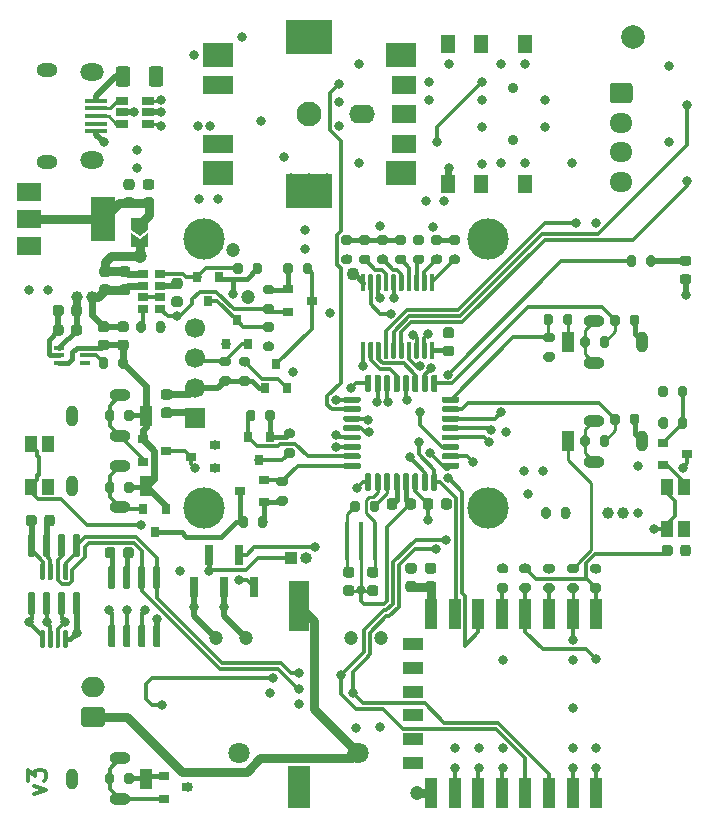
<source format=gbr>
%TF.GenerationSoftware,KiCad,Pcbnew,(5.1.10)-1*%
%TF.CreationDate,2022-01-19T08:49:31+07:00*%
%TF.ProjectId,Digital_module_v3,44696769-7461-46c5-9f6d-6f64756c655f,rev?*%
%TF.SameCoordinates,Original*%
%TF.FileFunction,Copper,L1,Top*%
%TF.FilePolarity,Positive*%
%FSLAX46Y46*%
G04 Gerber Fmt 4.6, Leading zero omitted, Abs format (unit mm)*
G04 Created by KiCad (PCBNEW (5.1.10)-1) date 2022-01-19 08:49:31*
%MOMM*%
%LPD*%
G01*
G04 APERTURE LIST*
%TA.AperFunction,NonConductor*%
%ADD10C,0.300000*%
%TD*%
%TA.AperFunction,SMDPad,CuDef*%
%ADD11R,0.950000X0.450000*%
%TD*%
%TA.AperFunction,ComponentPad*%
%ADD12C,3.500000*%
%TD*%
%TA.AperFunction,ComponentPad*%
%ADD13C,1.700000*%
%TD*%
%TA.AperFunction,ComponentPad*%
%ADD14R,1.700000X1.700000*%
%TD*%
%TA.AperFunction,SMDPad,CuDef*%
%ADD15R,0.800000X0.900000*%
%TD*%
%TA.AperFunction,SMDPad,CuDef*%
%ADD16R,0.900000X0.800000*%
%TD*%
%TA.AperFunction,ComponentPad*%
%ADD17O,1.000000X1.000000*%
%TD*%
%TA.AperFunction,ComponentPad*%
%ADD18R,1.000000X1.000000*%
%TD*%
%TA.AperFunction,SMDPad,CuDef*%
%ADD19R,0.400000X3.200000*%
%TD*%
%TA.AperFunction,ComponentPad*%
%ADD20C,2.000000*%
%TD*%
%TA.AperFunction,SMDPad,CuDef*%
%ADD21R,0.650000X1.800000*%
%TD*%
%TA.AperFunction,SMDPad,CuDef*%
%ADD22R,1.050000X1.400000*%
%TD*%
%TA.AperFunction,SMDPad,CuDef*%
%ADD23R,1.870000X3.520000*%
%TD*%
%TA.AperFunction,SMDPad,CuDef*%
%ADD24R,1.820000X4.320000*%
%TD*%
%TA.AperFunction,ComponentPad*%
%ADD25C,1.800000*%
%TD*%
%TA.AperFunction,SMDPad,CuDef*%
%ADD26R,2.000000X1.500000*%
%TD*%
%TA.AperFunction,SMDPad,CuDef*%
%ADD27R,2.000000X3.800000*%
%TD*%
%TA.AperFunction,SMDPad,CuDef*%
%ADD28C,0.100000*%
%TD*%
%TA.AperFunction,SMDPad,CuDef*%
%ADD29R,0.900000X0.700000*%
%TD*%
%TA.AperFunction,SMDPad,CuDef*%
%ADD30R,1.060000X0.650000*%
%TD*%
%TA.AperFunction,ComponentPad*%
%ADD31O,1.950000X1.700000*%
%TD*%
%TA.AperFunction,ComponentPad*%
%ADD32O,2.000000X1.700000*%
%TD*%
%TA.AperFunction,ComponentPad*%
%ADD33O,1.000000X1.800000*%
%TD*%
%TA.AperFunction,ComponentPad*%
%ADD34R,1.000000X1.800000*%
%TD*%
%TA.AperFunction,ComponentPad*%
%ADD35O,1.800000X1.000000*%
%TD*%
%TA.AperFunction,SMDPad,CuDef*%
%ADD36R,2.500000X2.000000*%
%TD*%
%TA.AperFunction,SMDPad,CuDef*%
%ADD37R,4.000000X3.000000*%
%TD*%
%TA.AperFunction,SMDPad,CuDef*%
%ADD38R,2.500000X1.500000*%
%TD*%
%TA.AperFunction,ComponentPad*%
%ADD39C,2.100000*%
%TD*%
%TA.AperFunction,ComponentPad*%
%ADD40O,2.200000X1.600000*%
%TD*%
%TA.AperFunction,SMDPad,CuDef*%
%ADD41R,1.300000X1.600000*%
%TD*%
%TA.AperFunction,ComponentPad*%
%ADD42C,0.900000*%
%TD*%
%TA.AperFunction,ComponentPad*%
%ADD43O,1.800000X1.150000*%
%TD*%
%TA.AperFunction,ComponentPad*%
%ADD44O,2.000000X1.450000*%
%TD*%
%TA.AperFunction,SMDPad,CuDef*%
%ADD45R,1.900000X0.450000*%
%TD*%
%TA.AperFunction,SMDPad,CuDef*%
%ADD46R,1.000000X2.500000*%
%TD*%
%TA.AperFunction,SMDPad,CuDef*%
%ADD47R,1.800000X1.000000*%
%TD*%
%TA.AperFunction,ViaPad*%
%ADD48C,0.800000*%
%TD*%
%TA.AperFunction,ViaPad*%
%ADD49C,1.000000*%
%TD*%
%TA.AperFunction,ViaPad*%
%ADD50C,1.200000*%
%TD*%
%TA.AperFunction,ViaPad*%
%ADD51C,1.100000*%
%TD*%
%TA.AperFunction,Conductor*%
%ADD52C,0.500000*%
%TD*%
%TA.AperFunction,Conductor*%
%ADD53C,0.400000*%
%TD*%
%TA.AperFunction,Conductor*%
%ADD54C,0.600000*%
%TD*%
%TA.AperFunction,Conductor*%
%ADD55C,0.800000*%
%TD*%
%TA.AperFunction,Conductor*%
%ADD56C,0.300000*%
%TD*%
%TA.AperFunction,Conductor*%
%ADD57C,0.250000*%
%TD*%
%TA.AperFunction,Conductor*%
%ADD58C,0.700000*%
%TD*%
G04 APERTURE END LIST*
D10*
X72627371Y-141203228D02*
X73627371Y-140846085D01*
X72627371Y-140488942D01*
X72127371Y-140060371D02*
X72127371Y-139131800D01*
X72698800Y-139631800D01*
X72698800Y-139417514D01*
X72770228Y-139274657D01*
X72841657Y-139203228D01*
X72984514Y-139131800D01*
X73341657Y-139131800D01*
X73484514Y-139203228D01*
X73555942Y-139274657D01*
X73627371Y-139417514D01*
X73627371Y-139846085D01*
X73555942Y-139988942D01*
X73484514Y-140060371D01*
D11*
%TO.P,D3,6*%
%TO.N,+5VD*%
X76969800Y-103413800D03*
%TO.P,D3,5*%
%TO.N,Net-(D3-Pad5)*%
X76969800Y-104063800D03*
%TO.P,D3,4*%
%TO.N,N/C*%
X76969800Y-104713800D03*
%TO.P,D3,3*%
%TO.N,+5VD*%
X74769800Y-104713800D03*
%TO.P,D3,2*%
%TO.N,GND1*%
X74769800Y-104063800D03*
%TO.P,D3,1*%
%TO.N,+5P*%
X74769800Y-103413800D03*
%TD*%
D12*
%TO.P,U8,~*%
%TO.N,N/C*%
X111048800Y-116987800D03*
X111048800Y-94187800D03*
X87048800Y-94187800D03*
X87048800Y-116987800D03*
D13*
%TO.P,U8,4*%
%TO.N,/Ctrl_part/IFC_SDA_VLT/S_left*%
X86318800Y-101777800D03*
%TO.P,U8,3*%
%TO.N,/Ctrl_part/IFC_SCL_VLT/S_left*%
X86318800Y-104317800D03*
%TO.P,U8,2*%
%TO.N,+5P*%
X86318800Y-106857800D03*
D14*
%TO.P,U8,1*%
%TO.N,GND1*%
X86318800Y-109397800D03*
%TD*%
%TO.P,R71,2*%
%TO.N,+3V3*%
%TA.AperFunction,SMDPad,CuDef*%
G36*
G01*
X91153800Y-96972800D02*
X91153800Y-96422800D01*
G75*
G02*
X91353800Y-96222800I200000J0D01*
G01*
X91753800Y-96222800D01*
G75*
G02*
X91953800Y-96422800I0J-200000D01*
G01*
X91953800Y-96972800D01*
G75*
G02*
X91753800Y-97172800I-200000J0D01*
G01*
X91353800Y-97172800D01*
G75*
G02*
X91153800Y-96972800I0J200000D01*
G01*
G37*
%TD.AperFunction*%
%TO.P,R71,1*%
%TO.N,/Ctrl_part/IFC_SCL*%
%TA.AperFunction,SMDPad,CuDef*%
G36*
G01*
X89503800Y-96972800D02*
X89503800Y-96422800D01*
G75*
G02*
X89703800Y-96222800I200000J0D01*
G01*
X90103800Y-96222800D01*
G75*
G02*
X90303800Y-96422800I0J-200000D01*
G01*
X90303800Y-96972800D01*
G75*
G02*
X90103800Y-97172800I-200000J0D01*
G01*
X89703800Y-97172800D01*
G75*
G02*
X89503800Y-96972800I0J200000D01*
G01*
G37*
%TD.AperFunction*%
%TD*%
%TO.P,R70,2*%
%TO.N,+3V3*%
%TA.AperFunction,SMDPad,CuDef*%
G36*
G01*
X92231800Y-102901800D02*
X92781800Y-102901800D01*
G75*
G02*
X92981800Y-103101800I0J-200000D01*
G01*
X92981800Y-103501800D01*
G75*
G02*
X92781800Y-103701800I-200000J0D01*
G01*
X92231800Y-103701800D01*
G75*
G02*
X92031800Y-103501800I0J200000D01*
G01*
X92031800Y-103101800D01*
G75*
G02*
X92231800Y-102901800I200000J0D01*
G01*
G37*
%TD.AperFunction*%
%TO.P,R70,1*%
%TO.N,Net-(Q19-Pad3)*%
%TA.AperFunction,SMDPad,CuDef*%
G36*
G01*
X92231800Y-101251800D02*
X92781800Y-101251800D01*
G75*
G02*
X92981800Y-101451800I0J-200000D01*
G01*
X92981800Y-101851800D01*
G75*
G02*
X92781800Y-102051800I-200000J0D01*
G01*
X92231800Y-102051800D01*
G75*
G02*
X92031800Y-101851800I0J200000D01*
G01*
X92031800Y-101451800D01*
G75*
G02*
X92231800Y-101251800I200000J0D01*
G01*
G37*
%TD.AperFunction*%
%TD*%
%TO.P,R68,2*%
%TO.N,+3V3*%
%TA.AperFunction,SMDPad,CuDef*%
G36*
G01*
X92781800Y-98876800D02*
X92231800Y-98876800D01*
G75*
G02*
X92031800Y-98676800I0J200000D01*
G01*
X92031800Y-98276800D01*
G75*
G02*
X92231800Y-98076800I200000J0D01*
G01*
X92781800Y-98076800D01*
G75*
G02*
X92981800Y-98276800I0J-200000D01*
G01*
X92981800Y-98676800D01*
G75*
G02*
X92781800Y-98876800I-200000J0D01*
G01*
G37*
%TD.AperFunction*%
%TO.P,R68,1*%
%TO.N,/Ctrl_part/IFC_SDA*%
%TA.AperFunction,SMDPad,CuDef*%
G36*
G01*
X92781800Y-100526800D02*
X92231800Y-100526800D01*
G75*
G02*
X92031800Y-100326800I0J200000D01*
G01*
X92031800Y-99926800D01*
G75*
G02*
X92231800Y-99726800I200000J0D01*
G01*
X92781800Y-99726800D01*
G75*
G02*
X92981800Y-99926800I0J-200000D01*
G01*
X92981800Y-100326800D01*
G75*
G02*
X92781800Y-100526800I-200000J0D01*
G01*
G37*
%TD.AperFunction*%
%TD*%
%TO.P,R67,2*%
%TO.N,+3V3*%
%TA.AperFunction,SMDPad,CuDef*%
G36*
G01*
X94557800Y-96422800D02*
X94557800Y-96972800D01*
G75*
G02*
X94357800Y-97172800I-200000J0D01*
G01*
X93957800Y-97172800D01*
G75*
G02*
X93757800Y-96972800I0J200000D01*
G01*
X93757800Y-96422800D01*
G75*
G02*
X93957800Y-96222800I200000J0D01*
G01*
X94357800Y-96222800D01*
G75*
G02*
X94557800Y-96422800I0J-200000D01*
G01*
G37*
%TD.AperFunction*%
%TO.P,R67,1*%
%TO.N,Net-(Q17-Pad3)*%
%TA.AperFunction,SMDPad,CuDef*%
G36*
G01*
X96207800Y-96422800D02*
X96207800Y-96972800D01*
G75*
G02*
X96007800Y-97172800I-200000J0D01*
G01*
X95607800Y-97172800D01*
G75*
G02*
X95407800Y-96972800I0J200000D01*
G01*
X95407800Y-96422800D01*
G75*
G02*
X95607800Y-96222800I200000J0D01*
G01*
X96007800Y-96222800D01*
G75*
G02*
X96207800Y-96422800I0J-200000D01*
G01*
G37*
%TD.AperFunction*%
%TD*%
%TO.P,R34,2*%
%TO.N,+3V3*%
%TA.AperFunction,SMDPad,CuDef*%
G36*
G01*
X93374800Y-115981800D02*
X93924800Y-115981800D01*
G75*
G02*
X94124800Y-116181800I0J-200000D01*
G01*
X94124800Y-116581800D01*
G75*
G02*
X93924800Y-116781800I-200000J0D01*
G01*
X93374800Y-116781800D01*
G75*
G02*
X93174800Y-116581800I0J200000D01*
G01*
X93174800Y-116181800D01*
G75*
G02*
X93374800Y-115981800I200000J0D01*
G01*
G37*
%TD.AperFunction*%
%TO.P,R34,1*%
%TO.N,/DTS_1*%
%TA.AperFunction,SMDPad,CuDef*%
G36*
G01*
X93374800Y-114331800D02*
X93924800Y-114331800D01*
G75*
G02*
X94124800Y-114531800I0J-200000D01*
G01*
X94124800Y-114931800D01*
G75*
G02*
X93924800Y-115131800I-200000J0D01*
G01*
X93374800Y-115131800D01*
G75*
G02*
X93174800Y-114931800I0J200000D01*
G01*
X93174800Y-114531800D01*
G75*
G02*
X93374800Y-114331800I200000J0D01*
G01*
G37*
%TD.AperFunction*%
%TD*%
%TO.P,R33,2*%
%TO.N,+3V3*%
%TA.AperFunction,SMDPad,CuDef*%
G36*
G01*
X92233800Y-109418800D02*
X92233800Y-108868800D01*
G75*
G02*
X92433800Y-108668800I200000J0D01*
G01*
X92833800Y-108668800D01*
G75*
G02*
X93033800Y-108868800I0J-200000D01*
G01*
X93033800Y-109418800D01*
G75*
G02*
X92833800Y-109618800I-200000J0D01*
G01*
X92433800Y-109618800D01*
G75*
G02*
X92233800Y-109418800I0J200000D01*
G01*
G37*
%TD.AperFunction*%
%TO.P,R33,1*%
%TO.N,/DTS_0*%
%TA.AperFunction,SMDPad,CuDef*%
G36*
G01*
X90583800Y-109418800D02*
X90583800Y-108868800D01*
G75*
G02*
X90783800Y-108668800I200000J0D01*
G01*
X91183800Y-108668800D01*
G75*
G02*
X91383800Y-108868800I0J-200000D01*
G01*
X91383800Y-109418800D01*
G75*
G02*
X91183800Y-109618800I-200000J0D01*
G01*
X90783800Y-109618800D01*
G75*
G02*
X90583800Y-109418800I0J200000D01*
G01*
G37*
%TD.AperFunction*%
%TD*%
%TO.P,R31,2*%
%TO.N,+3V3*%
%TA.AperFunction,SMDPad,CuDef*%
G36*
G01*
X91598800Y-118435800D02*
X91598800Y-117885800D01*
G75*
G02*
X91798800Y-117685800I200000J0D01*
G01*
X92198800Y-117685800D01*
G75*
G02*
X92398800Y-117885800I0J-200000D01*
G01*
X92398800Y-118435800D01*
G75*
G02*
X92198800Y-118635800I-200000J0D01*
G01*
X91798800Y-118635800D01*
G75*
G02*
X91598800Y-118435800I0J200000D01*
G01*
G37*
%TD.AperFunction*%
%TO.P,R31,1*%
%TO.N,Net-(Q11-Pad3)*%
%TA.AperFunction,SMDPad,CuDef*%
G36*
G01*
X89948800Y-118435800D02*
X89948800Y-117885800D01*
G75*
G02*
X90148800Y-117685800I200000J0D01*
G01*
X90548800Y-117685800D01*
G75*
G02*
X90748800Y-117885800I0J-200000D01*
G01*
X90748800Y-118435800D01*
G75*
G02*
X90548800Y-118635800I-200000J0D01*
G01*
X90148800Y-118635800D01*
G75*
G02*
X89948800Y-118435800I0J200000D01*
G01*
G37*
%TD.AperFunction*%
%TD*%
%TO.P,R30,2*%
%TO.N,+3V3*%
%TA.AperFunction,SMDPad,CuDef*%
G36*
G01*
X94559800Y-111067800D02*
X94009800Y-111067800D01*
G75*
G02*
X93809800Y-110867800I0J200000D01*
G01*
X93809800Y-110467800D01*
G75*
G02*
X94009800Y-110267800I200000J0D01*
G01*
X94559800Y-110267800D01*
G75*
G02*
X94759800Y-110467800I0J-200000D01*
G01*
X94759800Y-110867800D01*
G75*
G02*
X94559800Y-111067800I-200000J0D01*
G01*
G37*
%TD.AperFunction*%
%TO.P,R30,1*%
%TO.N,Net-(Q10-Pad3)*%
%TA.AperFunction,SMDPad,CuDef*%
G36*
G01*
X94559800Y-112717800D02*
X94009800Y-112717800D01*
G75*
G02*
X93809800Y-112517800I0J200000D01*
G01*
X93809800Y-112117800D01*
G75*
G02*
X94009800Y-111917800I200000J0D01*
G01*
X94559800Y-111917800D01*
G75*
G02*
X94759800Y-112117800I0J-200000D01*
G01*
X94759800Y-112517800D01*
G75*
G02*
X94559800Y-112717800I-200000J0D01*
G01*
G37*
%TD.AperFunction*%
%TD*%
D15*
%TO.P,Q20,3*%
%TO.N,Net-(Q19-Pad3)*%
X87360800Y-99459800D03*
%TO.P,Q20,2*%
%TO.N,/Ctrl_part/IFC_SCL*%
X86410800Y-97459800D03*
%TO.P,Q20,1*%
%TO.N,+3V3*%
X88310800Y-97459800D03*
%TD*%
%TO.P,Q19,3*%
%TO.N,Net-(Q19-Pad3)*%
X89823800Y-101097800D03*
%TO.P,Q19,2*%
%TO.N,/Ctrl_part/IFC_SCL_VLT/S_left*%
X90773800Y-103097800D03*
%TO.P,Q19,1*%
%TO.N,+5P*%
X88873800Y-103097800D03*
%TD*%
D16*
%TO.P,Q18,3*%
%TO.N,Net-(Q17-Pad3)*%
X96157800Y-99425800D03*
%TO.P,Q18,2*%
%TO.N,/Ctrl_part/IFC_SDA*%
X94157800Y-100375800D03*
%TO.P,Q18,1*%
%TO.N,+3V3*%
X94157800Y-98475800D03*
%TD*%
D15*
%TO.P,Q17,3*%
%TO.N,Net-(Q17-Pad3)*%
X93141800Y-104825800D03*
%TO.P,Q17,2*%
%TO.N,/Ctrl_part/IFC_SDA_VLT/S_left*%
X94091800Y-106825800D03*
%TO.P,Q17,1*%
%TO.N,+5P*%
X92191800Y-106825800D03*
%TD*%
D16*
%TO.P,Q15,3*%
%TO.N,Net-(Q12-Pad3)*%
X85934800Y-112633800D03*
%TO.P,Q15,2*%
%TO.N,/DTS_2*%
X87934800Y-111683800D03*
%TO.P,Q15,1*%
%TO.N,+3V3*%
X87934800Y-113583800D03*
%TD*%
%TO.P,Q14,3*%
%TO.N,Net-(Q11-Pad3)*%
X90125800Y-115554800D03*
%TO.P,Q14,2*%
%TO.N,/DTS_1*%
X92125800Y-114604800D03*
%TO.P,Q14,1*%
%TO.N,+3V3*%
X92125800Y-116504800D03*
%TD*%
D15*
%TO.P,Q13,3*%
%TO.N,Net-(Q10-Pad3)*%
X91683800Y-112953800D03*
%TO.P,Q13,2*%
%TO.N,/DTS_0*%
X90733800Y-110953800D03*
%TO.P,Q13,1*%
%TO.N,+3V3*%
X92633800Y-110953800D03*
%TD*%
%TO.P,R69,2*%
%TO.N,+5P*%
%TA.AperFunction,SMDPad,CuDef*%
G36*
G01*
X88548800Y-105821800D02*
X89098800Y-105821800D01*
G75*
G02*
X89298800Y-106021800I0J-200000D01*
G01*
X89298800Y-106421800D01*
G75*
G02*
X89098800Y-106621800I-200000J0D01*
G01*
X88548800Y-106621800D01*
G75*
G02*
X88348800Y-106421800I0J200000D01*
G01*
X88348800Y-106021800D01*
G75*
G02*
X88548800Y-105821800I200000J0D01*
G01*
G37*
%TD.AperFunction*%
%TO.P,R69,1*%
%TO.N,/Ctrl_part/IFC_SCL_VLT/S_left*%
%TA.AperFunction,SMDPad,CuDef*%
G36*
G01*
X88548800Y-104171800D02*
X89098800Y-104171800D01*
G75*
G02*
X89298800Y-104371800I0J-200000D01*
G01*
X89298800Y-104771800D01*
G75*
G02*
X89098800Y-104971800I-200000J0D01*
G01*
X88548800Y-104971800D01*
G75*
G02*
X88348800Y-104771800I0J200000D01*
G01*
X88348800Y-104371800D01*
G75*
G02*
X88548800Y-104171800I200000J0D01*
G01*
G37*
%TD.AperFunction*%
%TD*%
%TO.P,R66,2*%
%TO.N,+5P*%
%TA.AperFunction,SMDPad,CuDef*%
G36*
G01*
X90199800Y-105822800D02*
X90749800Y-105822800D01*
G75*
G02*
X90949800Y-106022800I0J-200000D01*
G01*
X90949800Y-106422800D01*
G75*
G02*
X90749800Y-106622800I-200000J0D01*
G01*
X90199800Y-106622800D01*
G75*
G02*
X89999800Y-106422800I0J200000D01*
G01*
X89999800Y-106022800D01*
G75*
G02*
X90199800Y-105822800I200000J0D01*
G01*
G37*
%TD.AperFunction*%
%TO.P,R66,1*%
%TO.N,/Ctrl_part/IFC_SDA_VLT/S_left*%
%TA.AperFunction,SMDPad,CuDef*%
G36*
G01*
X90199800Y-104172800D02*
X90749800Y-104172800D01*
G75*
G02*
X90949800Y-104372800I0J-200000D01*
G01*
X90949800Y-104772800D01*
G75*
G02*
X90749800Y-104972800I-200000J0D01*
G01*
X90199800Y-104972800D01*
G75*
G02*
X89999800Y-104772800I0J200000D01*
G01*
X89999800Y-104372800D01*
G75*
G02*
X90199800Y-104172800I200000J0D01*
G01*
G37*
%TD.AperFunction*%
%TD*%
%TO.P,R25,2*%
%TO.N,+3V3*%
%TA.AperFunction,SMDPad,CuDef*%
G36*
G01*
X103957800Y-94684800D02*
X103407800Y-94684800D01*
G75*
G02*
X103207800Y-94484800I0J200000D01*
G01*
X103207800Y-94084800D01*
G75*
G02*
X103407800Y-93884800I200000J0D01*
G01*
X103957800Y-93884800D01*
G75*
G02*
X104157800Y-94084800I0J-200000D01*
G01*
X104157800Y-94484800D01*
G75*
G02*
X103957800Y-94684800I-200000J0D01*
G01*
G37*
%TD.AperFunction*%
%TO.P,R25,1*%
%TO.N,Net-(R25-Pad1)*%
%TA.AperFunction,SMDPad,CuDef*%
G36*
G01*
X103957800Y-96334800D02*
X103407800Y-96334800D01*
G75*
G02*
X103207800Y-96134800I0J200000D01*
G01*
X103207800Y-95734800D01*
G75*
G02*
X103407800Y-95534800I200000J0D01*
G01*
X103957800Y-95534800D01*
G75*
G02*
X104157800Y-95734800I0J-200000D01*
G01*
X104157800Y-96134800D01*
G75*
G02*
X103957800Y-96334800I-200000J0D01*
G01*
G37*
%TD.AperFunction*%
%TD*%
%TO.P,R26,2*%
%TO.N,+3V3*%
%TA.AperFunction,SMDPad,CuDef*%
G36*
G01*
X100909800Y-94684800D02*
X100359800Y-94684800D01*
G75*
G02*
X100159800Y-94484800I0J200000D01*
G01*
X100159800Y-94084800D01*
G75*
G02*
X100359800Y-93884800I200000J0D01*
G01*
X100909800Y-93884800D01*
G75*
G02*
X101109800Y-94084800I0J-200000D01*
G01*
X101109800Y-94484800D01*
G75*
G02*
X100909800Y-94684800I-200000J0D01*
G01*
G37*
%TD.AperFunction*%
%TO.P,R26,1*%
%TO.N,Net-(R26-Pad1)*%
%TA.AperFunction,SMDPad,CuDef*%
G36*
G01*
X100909800Y-96334800D02*
X100359800Y-96334800D01*
G75*
G02*
X100159800Y-96134800I0J200000D01*
G01*
X100159800Y-95734800D01*
G75*
G02*
X100359800Y-95534800I200000J0D01*
G01*
X100909800Y-95534800D01*
G75*
G02*
X101109800Y-95734800I0J-200000D01*
G01*
X101109800Y-96134800D01*
G75*
G02*
X100909800Y-96334800I-200000J0D01*
G01*
G37*
%TD.AperFunction*%
%TD*%
%TO.P,R24,2*%
%TO.N,Net-(R24-Pad2)*%
%TA.AperFunction,SMDPad,CuDef*%
G36*
G01*
X104931800Y-95534800D02*
X105481800Y-95534800D01*
G75*
G02*
X105681800Y-95734800I0J-200000D01*
G01*
X105681800Y-96134800D01*
G75*
G02*
X105481800Y-96334800I-200000J0D01*
G01*
X104931800Y-96334800D01*
G75*
G02*
X104731800Y-96134800I0J200000D01*
G01*
X104731800Y-95734800D01*
G75*
G02*
X104931800Y-95534800I200000J0D01*
G01*
G37*
%TD.AperFunction*%
%TO.P,R24,1*%
%TO.N,GND1*%
%TA.AperFunction,SMDPad,CuDef*%
G36*
G01*
X104931800Y-93884800D02*
X105481800Y-93884800D01*
G75*
G02*
X105681800Y-94084800I0J-200000D01*
G01*
X105681800Y-94484800D01*
G75*
G02*
X105481800Y-94684800I-200000J0D01*
G01*
X104931800Y-94684800D01*
G75*
G02*
X104731800Y-94484800I0J200000D01*
G01*
X104731800Y-94084800D01*
G75*
G02*
X104931800Y-93884800I200000J0D01*
G01*
G37*
%TD.AperFunction*%
%TD*%
%TO.P,D4,2*%
%TO.N,Net-(D4-Pad2)*%
%TA.AperFunction,SMDPad,CuDef*%
G36*
G01*
X128069050Y-96474800D02*
X127556550Y-96474800D01*
G75*
G02*
X127337800Y-96256050I0J218750D01*
G01*
X127337800Y-95818550D01*
G75*
G02*
X127556550Y-95599800I218750J0D01*
G01*
X128069050Y-95599800D01*
G75*
G02*
X128287800Y-95818550I0J-218750D01*
G01*
X128287800Y-96256050D01*
G75*
G02*
X128069050Y-96474800I-218750J0D01*
G01*
G37*
%TD.AperFunction*%
%TO.P,D4,1*%
%TO.N,GND1*%
%TA.AperFunction,SMDPad,CuDef*%
G36*
G01*
X128069050Y-98049800D02*
X127556550Y-98049800D01*
G75*
G02*
X127337800Y-97831050I0J218750D01*
G01*
X127337800Y-97393550D01*
G75*
G02*
X127556550Y-97174800I218750J0D01*
G01*
X128069050Y-97174800D01*
G75*
G02*
X128287800Y-97393550I0J-218750D01*
G01*
X128287800Y-97831050D01*
G75*
G02*
X128069050Y-98049800I-218750J0D01*
G01*
G37*
%TD.AperFunction*%
%TD*%
%TO.P,R41,2*%
%TO.N,Net-(R41-Pad2)*%
%TA.AperFunction,SMDPad,CuDef*%
G36*
G01*
X123641800Y-95787800D02*
X123641800Y-96337800D01*
G75*
G02*
X123441800Y-96537800I-200000J0D01*
G01*
X123041800Y-96537800D01*
G75*
G02*
X122841800Y-96337800I0J200000D01*
G01*
X122841800Y-95787800D01*
G75*
G02*
X123041800Y-95587800I200000J0D01*
G01*
X123441800Y-95587800D01*
G75*
G02*
X123641800Y-95787800I0J-200000D01*
G01*
G37*
%TD.AperFunction*%
%TO.P,R41,1*%
%TO.N,Net-(D4-Pad2)*%
%TA.AperFunction,SMDPad,CuDef*%
G36*
G01*
X125291800Y-95787800D02*
X125291800Y-96337800D01*
G75*
G02*
X125091800Y-96537800I-200000J0D01*
G01*
X124691800Y-96537800D01*
G75*
G02*
X124491800Y-96337800I0J200000D01*
G01*
X124491800Y-95787800D01*
G75*
G02*
X124691800Y-95587800I200000J0D01*
G01*
X125091800Y-95587800D01*
G75*
G02*
X125291800Y-95787800I0J-200000D01*
G01*
G37*
%TD.AperFunction*%
%TD*%
%TO.P,C3,2*%
%TO.N,GND1*%
%TA.AperFunction,SMDPad,CuDef*%
G36*
G01*
X107996800Y-102582800D02*
X107496800Y-102582800D01*
G75*
G02*
X107271800Y-102357800I0J225000D01*
G01*
X107271800Y-101907800D01*
G75*
G02*
X107496800Y-101682800I225000J0D01*
G01*
X107996800Y-101682800D01*
G75*
G02*
X108221800Y-101907800I0J-225000D01*
G01*
X108221800Y-102357800D01*
G75*
G02*
X107996800Y-102582800I-225000J0D01*
G01*
G37*
%TD.AperFunction*%
%TO.P,C3,1*%
%TO.N,+3V3*%
%TA.AperFunction,SMDPad,CuDef*%
G36*
G01*
X107996800Y-104132800D02*
X107496800Y-104132800D01*
G75*
G02*
X107271800Y-103907800I0J225000D01*
G01*
X107271800Y-103457800D01*
G75*
G02*
X107496800Y-103232800I225000J0D01*
G01*
X107996800Y-103232800D01*
G75*
G02*
X108221800Y-103457800I0J-225000D01*
G01*
X108221800Y-103907800D01*
G75*
G02*
X107996800Y-104132800I-225000J0D01*
G01*
G37*
%TD.AperFunction*%
%TD*%
%TO.P,R15,2*%
%TO.N,+3V3*%
%TA.AperFunction,SMDPad,CuDef*%
G36*
G01*
X102433800Y-94685800D02*
X101883800Y-94685800D01*
G75*
G02*
X101683800Y-94485800I0J200000D01*
G01*
X101683800Y-94085800D01*
G75*
G02*
X101883800Y-93885800I200000J0D01*
G01*
X102433800Y-93885800D01*
G75*
G02*
X102633800Y-94085800I0J-200000D01*
G01*
X102633800Y-94485800D01*
G75*
G02*
X102433800Y-94685800I-200000J0D01*
G01*
G37*
%TD.AperFunction*%
%TO.P,R15,1*%
%TO.N,/POW_SDA*%
%TA.AperFunction,SMDPad,CuDef*%
G36*
G01*
X102433800Y-96335800D02*
X101883800Y-96335800D01*
G75*
G02*
X101683800Y-96135800I0J200000D01*
G01*
X101683800Y-95735800D01*
G75*
G02*
X101883800Y-95535800I200000J0D01*
G01*
X102433800Y-95535800D01*
G75*
G02*
X102633800Y-95735800I0J-200000D01*
G01*
X102633800Y-96135800D01*
G75*
G02*
X102433800Y-96335800I-200000J0D01*
G01*
G37*
%TD.AperFunction*%
%TD*%
%TO.P,R6,2*%
%TO.N,+3V3*%
%TA.AperFunction,SMDPad,CuDef*%
G36*
G01*
X99385800Y-94684800D02*
X98835800Y-94684800D01*
G75*
G02*
X98635800Y-94484800I0J200000D01*
G01*
X98635800Y-94084800D01*
G75*
G02*
X98835800Y-93884800I200000J0D01*
G01*
X99385800Y-93884800D01*
G75*
G02*
X99585800Y-94084800I0J-200000D01*
G01*
X99585800Y-94484800D01*
G75*
G02*
X99385800Y-94684800I-200000J0D01*
G01*
G37*
%TD.AperFunction*%
%TO.P,R6,1*%
%TO.N,Net-(Q6-Pad3)*%
%TA.AperFunction,SMDPad,CuDef*%
G36*
G01*
X99385800Y-96334800D02*
X98835800Y-96334800D01*
G75*
G02*
X98635800Y-96134800I0J200000D01*
G01*
X98635800Y-95734800D01*
G75*
G02*
X98835800Y-95534800I200000J0D01*
G01*
X99385800Y-95534800D01*
G75*
G02*
X99585800Y-95734800I0J-200000D01*
G01*
X99585800Y-96134800D01*
G75*
G02*
X99385800Y-96334800I-200000J0D01*
G01*
G37*
%TD.AperFunction*%
%TD*%
%TO.P,R9,2*%
%TO.N,+3V3*%
%TA.AperFunction,SMDPad,CuDef*%
G36*
G01*
X116401800Y-117123800D02*
X116401800Y-117673800D01*
G75*
G02*
X116201800Y-117873800I-200000J0D01*
G01*
X115801800Y-117873800D01*
G75*
G02*
X115601800Y-117673800I0J200000D01*
G01*
X115601800Y-117123800D01*
G75*
G02*
X115801800Y-116923800I200000J0D01*
G01*
X116201800Y-116923800D01*
G75*
G02*
X116401800Y-117123800I0J-200000D01*
G01*
G37*
%TD.AperFunction*%
%TO.P,R9,1*%
%TO.N,Net-(Q9-Pad3)*%
%TA.AperFunction,SMDPad,CuDef*%
G36*
G01*
X118051800Y-117123800D02*
X118051800Y-117673800D01*
G75*
G02*
X117851800Y-117873800I-200000J0D01*
G01*
X117451800Y-117873800D01*
G75*
G02*
X117251800Y-117673800I0J200000D01*
G01*
X117251800Y-117123800D01*
G75*
G02*
X117451800Y-116923800I200000J0D01*
G01*
X117851800Y-116923800D01*
G75*
G02*
X118051800Y-117123800I0J-200000D01*
G01*
G37*
%TD.AperFunction*%
%TD*%
%TO.P,R19,2*%
%TO.N,Net-(R19-Pad2)*%
%TA.AperFunction,SMDPad,CuDef*%
G36*
G01*
X107979800Y-95535800D02*
X108529800Y-95535800D01*
G75*
G02*
X108729800Y-95735800I0J-200000D01*
G01*
X108729800Y-96135800D01*
G75*
G02*
X108529800Y-96335800I-200000J0D01*
G01*
X107979800Y-96335800D01*
G75*
G02*
X107779800Y-96135800I0J200000D01*
G01*
X107779800Y-95735800D01*
G75*
G02*
X107979800Y-95535800I200000J0D01*
G01*
G37*
%TD.AperFunction*%
%TO.P,R19,1*%
%TO.N,+3V3*%
%TA.AperFunction,SMDPad,CuDef*%
G36*
G01*
X107979800Y-93885800D02*
X108529800Y-93885800D01*
G75*
G02*
X108729800Y-94085800I0J-200000D01*
G01*
X108729800Y-94485800D01*
G75*
G02*
X108529800Y-94685800I-200000J0D01*
G01*
X107979800Y-94685800D01*
G75*
G02*
X107779800Y-94485800I0J200000D01*
G01*
X107779800Y-94085800D01*
G75*
G02*
X107979800Y-93885800I200000J0D01*
G01*
G37*
%TD.AperFunction*%
%TD*%
%TO.P,R20,2*%
%TO.N,Net-(R20-Pad2)*%
%TA.AperFunction,SMDPad,CuDef*%
G36*
G01*
X106455800Y-95534800D02*
X107005800Y-95534800D01*
G75*
G02*
X107205800Y-95734800I0J-200000D01*
G01*
X107205800Y-96134800D01*
G75*
G02*
X107005800Y-96334800I-200000J0D01*
G01*
X106455800Y-96334800D01*
G75*
G02*
X106255800Y-96134800I0J200000D01*
G01*
X106255800Y-95734800D01*
G75*
G02*
X106455800Y-95534800I200000J0D01*
G01*
G37*
%TD.AperFunction*%
%TO.P,R20,1*%
%TO.N,+3V3*%
%TA.AperFunction,SMDPad,CuDef*%
G36*
G01*
X106455800Y-93884800D02*
X107005800Y-93884800D01*
G75*
G02*
X107205800Y-94084800I0J-200000D01*
G01*
X107205800Y-94484800D01*
G75*
G02*
X107005800Y-94684800I-200000J0D01*
G01*
X106455800Y-94684800D01*
G75*
G02*
X106255800Y-94484800I0J200000D01*
G01*
X106255800Y-94084800D01*
G75*
G02*
X106455800Y-93884800I200000J0D01*
G01*
G37*
%TD.AperFunction*%
%TD*%
D17*
%TO.P,JP2,2*%
%TO.N,GND1*%
X95681800Y-121208800D03*
D18*
%TO.P,JP2,1*%
%TO.N,/Ctrl_part/SWCLK*%
X94411800Y-121208800D03*
%TD*%
%TO.P,U14,1*%
%TO.N,Net-(R89-Pad2)*%
%TA.AperFunction,SMDPad,CuDef*%
G36*
G01*
X79385300Y-128786300D02*
X79085300Y-128786300D01*
G75*
G02*
X78935300Y-128636300I0J150000D01*
G01*
X78935300Y-126986300D01*
G75*
G02*
X79085300Y-126836300I150000J0D01*
G01*
X79385300Y-126836300D01*
G75*
G02*
X79535300Y-126986300I0J-150000D01*
G01*
X79535300Y-128636300D01*
G75*
G02*
X79385300Y-128786300I-150000J0D01*
G01*
G37*
%TD.AperFunction*%
%TO.P,U14,2*%
%TO.N,Net-(R90-Pad2)*%
%TA.AperFunction,SMDPad,CuDef*%
G36*
G01*
X80655300Y-128786300D02*
X80355300Y-128786300D01*
G75*
G02*
X80205300Y-128636300I0J150000D01*
G01*
X80205300Y-126986300D01*
G75*
G02*
X80355300Y-126836300I150000J0D01*
G01*
X80655300Y-126836300D01*
G75*
G02*
X80805300Y-126986300I0J-150000D01*
G01*
X80805300Y-128636300D01*
G75*
G02*
X80655300Y-128786300I-150000J0D01*
G01*
G37*
%TD.AperFunction*%
%TO.P,U14,3*%
%TO.N,Net-(R95-Pad1)*%
%TA.AperFunction,SMDPad,CuDef*%
G36*
G01*
X81925300Y-128786300D02*
X81625300Y-128786300D01*
G75*
G02*
X81475300Y-128636300I0J150000D01*
G01*
X81475300Y-126986300D01*
G75*
G02*
X81625300Y-126836300I150000J0D01*
G01*
X81925300Y-126836300D01*
G75*
G02*
X82075300Y-126986300I0J-150000D01*
G01*
X82075300Y-128636300D01*
G75*
G02*
X81925300Y-128786300I-150000J0D01*
G01*
G37*
%TD.AperFunction*%
%TO.P,U14,4*%
%TO.N,GND1*%
%TA.AperFunction,SMDPad,CuDef*%
G36*
G01*
X83195300Y-128786300D02*
X82895300Y-128786300D01*
G75*
G02*
X82745300Y-128636300I0J150000D01*
G01*
X82745300Y-126986300D01*
G75*
G02*
X82895300Y-126836300I150000J0D01*
G01*
X83195300Y-126836300D01*
G75*
G02*
X83345300Y-126986300I0J-150000D01*
G01*
X83345300Y-128636300D01*
G75*
G02*
X83195300Y-128786300I-150000J0D01*
G01*
G37*
%TD.AperFunction*%
%TO.P,U14,5*%
%TO.N,/I2C_SDA*%
%TA.AperFunction,SMDPad,CuDef*%
G36*
G01*
X83195300Y-123836300D02*
X82895300Y-123836300D01*
G75*
G02*
X82745300Y-123686300I0J150000D01*
G01*
X82745300Y-122036300D01*
G75*
G02*
X82895300Y-121886300I150000J0D01*
G01*
X83195300Y-121886300D01*
G75*
G02*
X83345300Y-122036300I0J-150000D01*
G01*
X83345300Y-123686300D01*
G75*
G02*
X83195300Y-123836300I-150000J0D01*
G01*
G37*
%TD.AperFunction*%
%TO.P,U14,6*%
%TO.N,/I2C_SCL*%
%TA.AperFunction,SMDPad,CuDef*%
G36*
G01*
X81925300Y-123836300D02*
X81625300Y-123836300D01*
G75*
G02*
X81475300Y-123686300I0J150000D01*
G01*
X81475300Y-122036300D01*
G75*
G02*
X81625300Y-121886300I150000J0D01*
G01*
X81925300Y-121886300D01*
G75*
G02*
X82075300Y-122036300I0J-150000D01*
G01*
X82075300Y-123686300D01*
G75*
G02*
X81925300Y-123836300I-150000J0D01*
G01*
G37*
%TD.AperFunction*%
%TO.P,U14,7*%
%TO.N,GND1*%
%TA.AperFunction,SMDPad,CuDef*%
G36*
G01*
X80655300Y-123836300D02*
X80355300Y-123836300D01*
G75*
G02*
X80205300Y-123686300I0J150000D01*
G01*
X80205300Y-122036300D01*
G75*
G02*
X80355300Y-121886300I150000J0D01*
G01*
X80655300Y-121886300D01*
G75*
G02*
X80805300Y-122036300I0J-150000D01*
G01*
X80805300Y-123686300D01*
G75*
G02*
X80655300Y-123836300I-150000J0D01*
G01*
G37*
%TD.AperFunction*%
%TO.P,U14,8*%
%TO.N,+3V3*%
%TA.AperFunction,SMDPad,CuDef*%
G36*
G01*
X79385300Y-123836300D02*
X79085300Y-123836300D01*
G75*
G02*
X78935300Y-123686300I0J150000D01*
G01*
X78935300Y-122036300D01*
G75*
G02*
X79085300Y-121886300I150000J0D01*
G01*
X79385300Y-121886300D01*
G75*
G02*
X79535300Y-122036300I0J-150000D01*
G01*
X79535300Y-123686300D01*
G75*
G02*
X79385300Y-123836300I-150000J0D01*
G01*
G37*
%TD.AperFunction*%
%TD*%
%TO.P,C39,1*%
%TO.N,+3V3*%
%TA.AperFunction,SMDPad,CuDef*%
G36*
G01*
X78645300Y-121014300D02*
X78645300Y-120514300D01*
G75*
G02*
X78870300Y-120289300I225000J0D01*
G01*
X79320300Y-120289300D01*
G75*
G02*
X79545300Y-120514300I0J-225000D01*
G01*
X79545300Y-121014300D01*
G75*
G02*
X79320300Y-121239300I-225000J0D01*
G01*
X78870300Y-121239300D01*
G75*
G02*
X78645300Y-121014300I0J225000D01*
G01*
G37*
%TD.AperFunction*%
%TO.P,C39,2*%
%TO.N,GND1*%
%TA.AperFunction,SMDPad,CuDef*%
G36*
G01*
X80195300Y-121014300D02*
X80195300Y-120514300D01*
G75*
G02*
X80420300Y-120289300I225000J0D01*
G01*
X80870300Y-120289300D01*
G75*
G02*
X81095300Y-120514300I0J-225000D01*
G01*
X81095300Y-121014300D01*
G75*
G02*
X80870300Y-121239300I-225000J0D01*
G01*
X80420300Y-121239300D01*
G75*
G02*
X80195300Y-121014300I0J225000D01*
G01*
G37*
%TD.AperFunction*%
%TD*%
%TO.P,U15,8*%
%TO.N,+3V3*%
%TA.AperFunction,SMDPad,CuDef*%
G36*
G01*
X73478300Y-123089300D02*
X73278300Y-123089300D01*
G75*
G02*
X73178300Y-122989300I0J100000D01*
G01*
X73178300Y-121714300D01*
G75*
G02*
X73278300Y-121614300I100000J0D01*
G01*
X73478300Y-121614300D01*
G75*
G02*
X73578300Y-121714300I0J-100000D01*
G01*
X73578300Y-122989300D01*
G75*
G02*
X73478300Y-123089300I-100000J0D01*
G01*
G37*
%TD.AperFunction*%
%TO.P,U15,7*%
%TO.N,GND1*%
%TA.AperFunction,SMDPad,CuDef*%
G36*
G01*
X74128300Y-123089300D02*
X73928300Y-123089300D01*
G75*
G02*
X73828300Y-122989300I0J100000D01*
G01*
X73828300Y-121714300D01*
G75*
G02*
X73928300Y-121614300I100000J0D01*
G01*
X74128300Y-121614300D01*
G75*
G02*
X74228300Y-121714300I0J-100000D01*
G01*
X74228300Y-122989300D01*
G75*
G02*
X74128300Y-123089300I-100000J0D01*
G01*
G37*
%TD.AperFunction*%
%TO.P,U15,6*%
%TO.N,/I2C_SCL*%
%TA.AperFunction,SMDPad,CuDef*%
G36*
G01*
X74778300Y-123089300D02*
X74578300Y-123089300D01*
G75*
G02*
X74478300Y-122989300I0J100000D01*
G01*
X74478300Y-121714300D01*
G75*
G02*
X74578300Y-121614300I100000J0D01*
G01*
X74778300Y-121614300D01*
G75*
G02*
X74878300Y-121714300I0J-100000D01*
G01*
X74878300Y-122989300D01*
G75*
G02*
X74778300Y-123089300I-100000J0D01*
G01*
G37*
%TD.AperFunction*%
%TO.P,U15,5*%
%TO.N,/I2C_SDA*%
%TA.AperFunction,SMDPad,CuDef*%
G36*
G01*
X75428300Y-123089300D02*
X75228300Y-123089300D01*
G75*
G02*
X75128300Y-122989300I0J100000D01*
G01*
X75128300Y-121714300D01*
G75*
G02*
X75228300Y-121614300I100000J0D01*
G01*
X75428300Y-121614300D01*
G75*
G02*
X75528300Y-121714300I0J-100000D01*
G01*
X75528300Y-122989300D01*
G75*
G02*
X75428300Y-123089300I-100000J0D01*
G01*
G37*
%TD.AperFunction*%
%TO.P,U15,4*%
%TO.N,GND1*%
%TA.AperFunction,SMDPad,CuDef*%
G36*
G01*
X75428300Y-128814300D02*
X75228300Y-128814300D01*
G75*
G02*
X75128300Y-128714300I0J100000D01*
G01*
X75128300Y-127439300D01*
G75*
G02*
X75228300Y-127339300I100000J0D01*
G01*
X75428300Y-127339300D01*
G75*
G02*
X75528300Y-127439300I0J-100000D01*
G01*
X75528300Y-128714300D01*
G75*
G02*
X75428300Y-128814300I-100000J0D01*
G01*
G37*
%TD.AperFunction*%
%TO.P,U15,3*%
%TO.N,/ESP32_part/a2*%
%TA.AperFunction,SMDPad,CuDef*%
G36*
G01*
X74778300Y-128814300D02*
X74578300Y-128814300D01*
G75*
G02*
X74478300Y-128714300I0J100000D01*
G01*
X74478300Y-127439300D01*
G75*
G02*
X74578300Y-127339300I100000J0D01*
G01*
X74778300Y-127339300D01*
G75*
G02*
X74878300Y-127439300I0J-100000D01*
G01*
X74878300Y-128714300D01*
G75*
G02*
X74778300Y-128814300I-100000J0D01*
G01*
G37*
%TD.AperFunction*%
%TO.P,U15,2*%
%TO.N,/ESP32_part/a1*%
%TA.AperFunction,SMDPad,CuDef*%
G36*
G01*
X74128300Y-128814300D02*
X73928300Y-128814300D01*
G75*
G02*
X73828300Y-128714300I0J100000D01*
G01*
X73828300Y-127439300D01*
G75*
G02*
X73928300Y-127339300I100000J0D01*
G01*
X74128300Y-127339300D01*
G75*
G02*
X74228300Y-127439300I0J-100000D01*
G01*
X74228300Y-128714300D01*
G75*
G02*
X74128300Y-128814300I-100000J0D01*
G01*
G37*
%TD.AperFunction*%
%TO.P,U15,1*%
%TO.N,/ESP32_part/a0*%
%TA.AperFunction,SMDPad,CuDef*%
G36*
G01*
X73478300Y-128814300D02*
X73278300Y-128814300D01*
G75*
G02*
X73178300Y-128714300I0J100000D01*
G01*
X73178300Y-127439300D01*
G75*
G02*
X73278300Y-127339300I100000J0D01*
G01*
X73478300Y-127339300D01*
G75*
G02*
X73578300Y-127439300I0J-100000D01*
G01*
X73578300Y-128714300D01*
G75*
G02*
X73478300Y-128814300I-100000J0D01*
G01*
G37*
%TD.AperFunction*%
%TD*%
%TO.P,C40,2*%
%TO.N,GND1*%
%TA.AperFunction,SMDPad,CuDef*%
G36*
G01*
X73514800Y-118283800D02*
X73514800Y-117783800D01*
G75*
G02*
X73739800Y-117558800I225000J0D01*
G01*
X74189800Y-117558800D01*
G75*
G02*
X74414800Y-117783800I0J-225000D01*
G01*
X74414800Y-118283800D01*
G75*
G02*
X74189800Y-118508800I-225000J0D01*
G01*
X73739800Y-118508800D01*
G75*
G02*
X73514800Y-118283800I0J225000D01*
G01*
G37*
%TD.AperFunction*%
%TO.P,C40,1*%
%TO.N,+3V3*%
%TA.AperFunction,SMDPad,CuDef*%
G36*
G01*
X71964800Y-118283800D02*
X71964800Y-117783800D01*
G75*
G02*
X72189800Y-117558800I225000J0D01*
G01*
X72639800Y-117558800D01*
G75*
G02*
X72864800Y-117783800I0J-225000D01*
G01*
X72864800Y-118283800D01*
G75*
G02*
X72639800Y-118508800I-225000J0D01*
G01*
X72189800Y-118508800D01*
G75*
G02*
X71964800Y-118283800I0J225000D01*
G01*
G37*
%TD.AperFunction*%
%TD*%
%TO.P,U16,8*%
%TO.N,+3V3*%
%TA.AperFunction,SMDPad,CuDef*%
G36*
G01*
X72590800Y-121105800D02*
X72290800Y-121105800D01*
G75*
G02*
X72140800Y-120955800I0J150000D01*
G01*
X72140800Y-119305800D01*
G75*
G02*
X72290800Y-119155800I150000J0D01*
G01*
X72590800Y-119155800D01*
G75*
G02*
X72740800Y-119305800I0J-150000D01*
G01*
X72740800Y-120955800D01*
G75*
G02*
X72590800Y-121105800I-150000J0D01*
G01*
G37*
%TD.AperFunction*%
%TO.P,U16,7*%
%TO.N,GND1*%
%TA.AperFunction,SMDPad,CuDef*%
G36*
G01*
X73860800Y-121105800D02*
X73560800Y-121105800D01*
G75*
G02*
X73410800Y-120955800I0J150000D01*
G01*
X73410800Y-119305800D01*
G75*
G02*
X73560800Y-119155800I150000J0D01*
G01*
X73860800Y-119155800D01*
G75*
G02*
X74010800Y-119305800I0J-150000D01*
G01*
X74010800Y-120955800D01*
G75*
G02*
X73860800Y-121105800I-150000J0D01*
G01*
G37*
%TD.AperFunction*%
%TO.P,U16,6*%
%TO.N,/I2C_SCL*%
%TA.AperFunction,SMDPad,CuDef*%
G36*
G01*
X75130800Y-121105800D02*
X74830800Y-121105800D01*
G75*
G02*
X74680800Y-120955800I0J150000D01*
G01*
X74680800Y-119305800D01*
G75*
G02*
X74830800Y-119155800I150000J0D01*
G01*
X75130800Y-119155800D01*
G75*
G02*
X75280800Y-119305800I0J-150000D01*
G01*
X75280800Y-120955800D01*
G75*
G02*
X75130800Y-121105800I-150000J0D01*
G01*
G37*
%TD.AperFunction*%
%TO.P,U16,5*%
%TO.N,/I2C_SDA*%
%TA.AperFunction,SMDPad,CuDef*%
G36*
G01*
X76400800Y-121105800D02*
X76100800Y-121105800D01*
G75*
G02*
X75950800Y-120955800I0J150000D01*
G01*
X75950800Y-119305800D01*
G75*
G02*
X76100800Y-119155800I150000J0D01*
G01*
X76400800Y-119155800D01*
G75*
G02*
X76550800Y-119305800I0J-150000D01*
G01*
X76550800Y-120955800D01*
G75*
G02*
X76400800Y-121105800I-150000J0D01*
G01*
G37*
%TD.AperFunction*%
%TO.P,U16,4*%
%TO.N,GND1*%
%TA.AperFunction,SMDPad,CuDef*%
G36*
G01*
X76400800Y-126055800D02*
X76100800Y-126055800D01*
G75*
G02*
X75950800Y-125905800I0J150000D01*
G01*
X75950800Y-124255800D01*
G75*
G02*
X76100800Y-124105800I150000J0D01*
G01*
X76400800Y-124105800D01*
G75*
G02*
X76550800Y-124255800I0J-150000D01*
G01*
X76550800Y-125905800D01*
G75*
G02*
X76400800Y-126055800I-150000J0D01*
G01*
G37*
%TD.AperFunction*%
%TO.P,U16,3*%
%TO.N,/ESP32_part/a2*%
%TA.AperFunction,SMDPad,CuDef*%
G36*
G01*
X75130800Y-126055800D02*
X74830800Y-126055800D01*
G75*
G02*
X74680800Y-125905800I0J150000D01*
G01*
X74680800Y-124255800D01*
G75*
G02*
X74830800Y-124105800I150000J0D01*
G01*
X75130800Y-124105800D01*
G75*
G02*
X75280800Y-124255800I0J-150000D01*
G01*
X75280800Y-125905800D01*
G75*
G02*
X75130800Y-126055800I-150000J0D01*
G01*
G37*
%TD.AperFunction*%
%TO.P,U16,2*%
%TO.N,/ESP32_part/a1*%
%TA.AperFunction,SMDPad,CuDef*%
G36*
G01*
X73860800Y-126055800D02*
X73560800Y-126055800D01*
G75*
G02*
X73410800Y-125905800I0J150000D01*
G01*
X73410800Y-124255800D01*
G75*
G02*
X73560800Y-124105800I150000J0D01*
G01*
X73860800Y-124105800D01*
G75*
G02*
X74010800Y-124255800I0J-150000D01*
G01*
X74010800Y-125905800D01*
G75*
G02*
X73860800Y-126055800I-150000J0D01*
G01*
G37*
%TD.AperFunction*%
%TO.P,U16,1*%
%TO.N,/ESP32_part/a0*%
%TA.AperFunction,SMDPad,CuDef*%
G36*
G01*
X72590800Y-126055800D02*
X72290800Y-126055800D01*
G75*
G02*
X72140800Y-125905800I0J150000D01*
G01*
X72140800Y-124255800D01*
G75*
G02*
X72290800Y-124105800I150000J0D01*
G01*
X72590800Y-124105800D01*
G75*
G02*
X72740800Y-124255800I0J-150000D01*
G01*
X72740800Y-125905800D01*
G75*
G02*
X72590800Y-126055800I-150000J0D01*
G01*
G37*
%TD.AperFunction*%
%TD*%
%TO.P,R38,2*%
%TO.N,Net-(R38-Pad2)*%
%TA.AperFunction,SMDPad,CuDef*%
G36*
G01*
X101060300Y-117102300D02*
X101060300Y-116552300D01*
G75*
G02*
X101260300Y-116352300I200000J0D01*
G01*
X101660300Y-116352300D01*
G75*
G02*
X101860300Y-116552300I0J-200000D01*
G01*
X101860300Y-117102300D01*
G75*
G02*
X101660300Y-117302300I-200000J0D01*
G01*
X101260300Y-117302300D01*
G75*
G02*
X101060300Y-117102300I0J200000D01*
G01*
G37*
%TD.AperFunction*%
%TO.P,R38,1*%
%TO.N,Net-(C17-Pad1)*%
%TA.AperFunction,SMDPad,CuDef*%
G36*
G01*
X99410300Y-117102300D02*
X99410300Y-116552300D01*
G75*
G02*
X99610300Y-116352300I200000J0D01*
G01*
X100010300Y-116352300D01*
G75*
G02*
X100210300Y-116552300I0J-200000D01*
G01*
X100210300Y-117102300D01*
G75*
G02*
X100010300Y-117302300I-200000J0D01*
G01*
X99610300Y-117302300D01*
G75*
G02*
X99410300Y-117102300I0J200000D01*
G01*
G37*
%TD.AperFunction*%
%TD*%
%TO.P,C17,2*%
%TO.N,GND1*%
%TA.AperFunction,SMDPad,CuDef*%
G36*
G01*
X99051300Y-123515300D02*
X99551300Y-123515300D01*
G75*
G02*
X99776300Y-123740300I0J-225000D01*
G01*
X99776300Y-124190300D01*
G75*
G02*
X99551300Y-124415300I-225000J0D01*
G01*
X99051300Y-124415300D01*
G75*
G02*
X98826300Y-124190300I0J225000D01*
G01*
X98826300Y-123740300D01*
G75*
G02*
X99051300Y-123515300I225000J0D01*
G01*
G37*
%TD.AperFunction*%
%TO.P,C17,1*%
%TO.N,Net-(C17-Pad1)*%
%TA.AperFunction,SMDPad,CuDef*%
G36*
G01*
X99051300Y-121965300D02*
X99551300Y-121965300D01*
G75*
G02*
X99776300Y-122190300I0J-225000D01*
G01*
X99776300Y-122640300D01*
G75*
G02*
X99551300Y-122865300I-225000J0D01*
G01*
X99051300Y-122865300D01*
G75*
G02*
X98826300Y-122640300I0J225000D01*
G01*
X98826300Y-122190300D01*
G75*
G02*
X99051300Y-121965300I225000J0D01*
G01*
G37*
%TD.AperFunction*%
%TD*%
D19*
%TO.P,Y2,3*%
%TO.N,Net-(C17-Pad1)*%
X99117300Y-119748300D03*
%TO.P,Y2,2*%
%TO.N,GND1*%
X100317300Y-119748300D03*
%TO.P,Y2,1*%
%TO.N,Net-(C16-Pad1)*%
X101517300Y-119748300D03*
%TD*%
%TO.P,C16,2*%
%TO.N,GND1*%
%TA.AperFunction,SMDPad,CuDef*%
G36*
G01*
X101083300Y-123515300D02*
X101583300Y-123515300D01*
G75*
G02*
X101808300Y-123740300I0J-225000D01*
G01*
X101808300Y-124190300D01*
G75*
G02*
X101583300Y-124415300I-225000J0D01*
G01*
X101083300Y-124415300D01*
G75*
G02*
X100858300Y-124190300I0J225000D01*
G01*
X100858300Y-123740300D01*
G75*
G02*
X101083300Y-123515300I225000J0D01*
G01*
G37*
%TD.AperFunction*%
%TO.P,C16,1*%
%TO.N,Net-(C16-Pad1)*%
%TA.AperFunction,SMDPad,CuDef*%
G36*
G01*
X101083300Y-121965300D02*
X101583300Y-121965300D01*
G75*
G02*
X101808300Y-122190300I0J-225000D01*
G01*
X101808300Y-122640300D01*
G75*
G02*
X101583300Y-122865300I-225000J0D01*
G01*
X101083300Y-122865300D01*
G75*
G02*
X100858300Y-122640300I0J225000D01*
G01*
X100858300Y-122190300D01*
G75*
G02*
X101083300Y-121965300I225000J0D01*
G01*
G37*
%TD.AperFunction*%
%TD*%
D20*
%TO.P,TP1,1*%
%TO.N,GND1*%
X123367800Y-77139800D03*
%TD*%
D21*
%TO.P,J9,4*%
%TO.N,/Ctrl_part/SWDIO*%
X90030300Y-120938300D03*
%TO.P,J9,2*%
%TO.N,/Ctrl_part/SWCLK*%
X87490300Y-120938300D03*
%TO.P,J9,5*%
%TO.N,/Ctrl_part/~RST*%
X91300300Y-123638300D03*
%TO.P,J9,3*%
%TO.N,GND1*%
X88760300Y-123638300D03*
%TO.P,J9,1*%
%TO.N,+3V3*%
X86220300Y-123638300D03*
%TD*%
D22*
%TO.P,SW1,2*%
%TO.N,/Ctrl_part/~RST*%
X72355800Y-111598300D03*
X72355800Y-115198300D03*
%TO.P,SW1,1*%
%TO.N,GND1*%
X73795800Y-111598300D03*
X73795800Y-115198300D03*
%TD*%
%TO.P,R84,2*%
%TO.N,GND1*%
%TA.AperFunction,SMDPad,CuDef*%
G36*
G01*
X126308800Y-109503800D02*
X126308800Y-110053800D01*
G75*
G02*
X126108800Y-110253800I-200000J0D01*
G01*
X125708800Y-110253800D01*
G75*
G02*
X125508800Y-110053800I0J200000D01*
G01*
X125508800Y-109503800D01*
G75*
G02*
X125708800Y-109303800I200000J0D01*
G01*
X126108800Y-109303800D01*
G75*
G02*
X126308800Y-109503800I0J-200000D01*
G01*
G37*
%TD.AperFunction*%
%TO.P,R84,1*%
%TO.N,Net-(Q22-Pad1)*%
%TA.AperFunction,SMDPad,CuDef*%
G36*
G01*
X127958800Y-109503800D02*
X127958800Y-110053800D01*
G75*
G02*
X127758800Y-110253800I-200000J0D01*
G01*
X127358800Y-110253800D01*
G75*
G02*
X127158800Y-110053800I0J200000D01*
G01*
X127158800Y-109503800D01*
G75*
G02*
X127358800Y-109303800I200000J0D01*
G01*
X127758800Y-109303800D01*
G75*
G02*
X127958800Y-109503800I0J-200000D01*
G01*
G37*
%TD.AperFunction*%
%TD*%
%TO.P,R83,2*%
%TO.N,Net-(Q22-Pad1)*%
%TA.AperFunction,SMDPad,CuDef*%
G36*
G01*
X127157800Y-107386800D02*
X127157800Y-106836800D01*
G75*
G02*
X127357800Y-106636800I200000J0D01*
G01*
X127757800Y-106636800D01*
G75*
G02*
X127957800Y-106836800I0J-200000D01*
G01*
X127957800Y-107386800D01*
G75*
G02*
X127757800Y-107586800I-200000J0D01*
G01*
X127357800Y-107586800D01*
G75*
G02*
X127157800Y-107386800I0J200000D01*
G01*
G37*
%TD.AperFunction*%
%TO.P,R83,1*%
%TO.N,/~ESP_RST*%
%TA.AperFunction,SMDPad,CuDef*%
G36*
G01*
X125507800Y-107386800D02*
X125507800Y-106836800D01*
G75*
G02*
X125707800Y-106636800I200000J0D01*
G01*
X126107800Y-106636800D01*
G75*
G02*
X126307800Y-106836800I0J-200000D01*
G01*
X126307800Y-107386800D01*
G75*
G02*
X126107800Y-107586800I-200000J0D01*
G01*
X125707800Y-107586800D01*
G75*
G02*
X125507800Y-107386800I0J200000D01*
G01*
G37*
%TD.AperFunction*%
%TD*%
%TO.P,R65,2*%
%TO.N,/Ctrl_part/ADC2*%
%TA.AperFunction,SMDPad,CuDef*%
G36*
G01*
X122244800Y-100804300D02*
X122244800Y-101354300D01*
G75*
G02*
X122044800Y-101554300I-200000J0D01*
G01*
X121644800Y-101554300D01*
G75*
G02*
X121444800Y-101354300I0J200000D01*
G01*
X121444800Y-100804300D01*
G75*
G02*
X121644800Y-100604300I200000J0D01*
G01*
X122044800Y-100604300D01*
G75*
G02*
X122244800Y-100804300I0J-200000D01*
G01*
G37*
%TD.AperFunction*%
%TO.P,R65,1*%
%TO.N,GND1*%
%TA.AperFunction,SMDPad,CuDef*%
G36*
G01*
X123894800Y-100804300D02*
X123894800Y-101354300D01*
G75*
G02*
X123694800Y-101554300I-200000J0D01*
G01*
X123294800Y-101554300D01*
G75*
G02*
X123094800Y-101354300I0J200000D01*
G01*
X123094800Y-100804300D01*
G75*
G02*
X123294800Y-100604300I200000J0D01*
G01*
X123694800Y-100604300D01*
G75*
G02*
X123894800Y-100804300I0J-200000D01*
G01*
G37*
%TD.AperFunction*%
%TD*%
%TO.P,R64,2*%
%TO.N,/ADC2*%
%TA.AperFunction,SMDPad,CuDef*%
G36*
G01*
X119703800Y-102645800D02*
X119703800Y-103195800D01*
G75*
G02*
X119503800Y-103395800I-200000J0D01*
G01*
X119103800Y-103395800D01*
G75*
G02*
X118903800Y-103195800I0J200000D01*
G01*
X118903800Y-102645800D01*
G75*
G02*
X119103800Y-102445800I200000J0D01*
G01*
X119503800Y-102445800D01*
G75*
G02*
X119703800Y-102645800I0J-200000D01*
G01*
G37*
%TD.AperFunction*%
%TO.P,R64,1*%
%TO.N,/Ctrl_part/ADC2*%
%TA.AperFunction,SMDPad,CuDef*%
G36*
G01*
X121353800Y-102645800D02*
X121353800Y-103195800D01*
G75*
G02*
X121153800Y-103395800I-200000J0D01*
G01*
X120753800Y-103395800D01*
G75*
G02*
X120553800Y-103195800I0J200000D01*
G01*
X120553800Y-102645800D01*
G75*
G02*
X120753800Y-102445800I200000J0D01*
G01*
X121153800Y-102445800D01*
G75*
G02*
X121353800Y-102645800I0J-200000D01*
G01*
G37*
%TD.AperFunction*%
%TD*%
%TO.P,R63,2*%
%TO.N,/Ctrl_part/ADC1*%
%TA.AperFunction,SMDPad,CuDef*%
G36*
G01*
X116530800Y-102939800D02*
X115980800Y-102939800D01*
G75*
G02*
X115780800Y-102739800I0J200000D01*
G01*
X115780800Y-102339800D01*
G75*
G02*
X115980800Y-102139800I200000J0D01*
G01*
X116530800Y-102139800D01*
G75*
G02*
X116730800Y-102339800I0J-200000D01*
G01*
X116730800Y-102739800D01*
G75*
G02*
X116530800Y-102939800I-200000J0D01*
G01*
G37*
%TD.AperFunction*%
%TO.P,R63,1*%
%TO.N,GND1*%
%TA.AperFunction,SMDPad,CuDef*%
G36*
G01*
X116530800Y-104589800D02*
X115980800Y-104589800D01*
G75*
G02*
X115780800Y-104389800I0J200000D01*
G01*
X115780800Y-103989800D01*
G75*
G02*
X115980800Y-103789800I200000J0D01*
G01*
X116530800Y-103789800D01*
G75*
G02*
X116730800Y-103989800I0J-200000D01*
G01*
X116730800Y-104389800D01*
G75*
G02*
X116530800Y-104589800I-200000J0D01*
G01*
G37*
%TD.AperFunction*%
%TD*%
%TO.P,R62,2*%
%TO.N,/ADC1*%
%TA.AperFunction,SMDPad,CuDef*%
G36*
G01*
X117443300Y-101290800D02*
X117443300Y-100740800D01*
G75*
G02*
X117643300Y-100540800I200000J0D01*
G01*
X118043300Y-100540800D01*
G75*
G02*
X118243300Y-100740800I0J-200000D01*
G01*
X118243300Y-101290800D01*
G75*
G02*
X118043300Y-101490800I-200000J0D01*
G01*
X117643300Y-101490800D01*
G75*
G02*
X117443300Y-101290800I0J200000D01*
G01*
G37*
%TD.AperFunction*%
%TO.P,R62,1*%
%TO.N,/Ctrl_part/ADC1*%
%TA.AperFunction,SMDPad,CuDef*%
G36*
G01*
X115793300Y-101290800D02*
X115793300Y-100740800D01*
G75*
G02*
X115993300Y-100540800I200000J0D01*
G01*
X116393300Y-100540800D01*
G75*
G02*
X116593300Y-100740800I0J-200000D01*
G01*
X116593300Y-101290800D01*
G75*
G02*
X116393300Y-101490800I-200000J0D01*
G01*
X115993300Y-101490800D01*
G75*
G02*
X115793300Y-101290800I0J200000D01*
G01*
G37*
%TD.AperFunction*%
%TD*%
%TO.P,R61,2*%
%TO.N,/Ctrl_part/ADC0*%
%TA.AperFunction,SMDPad,CuDef*%
G36*
G01*
X122243800Y-109186300D02*
X122243800Y-109736300D01*
G75*
G02*
X122043800Y-109936300I-200000J0D01*
G01*
X121643800Y-109936300D01*
G75*
G02*
X121443800Y-109736300I0J200000D01*
G01*
X121443800Y-109186300D01*
G75*
G02*
X121643800Y-108986300I200000J0D01*
G01*
X122043800Y-108986300D01*
G75*
G02*
X122243800Y-109186300I0J-200000D01*
G01*
G37*
%TD.AperFunction*%
%TO.P,R61,1*%
%TO.N,GND1*%
%TA.AperFunction,SMDPad,CuDef*%
G36*
G01*
X123893800Y-109186300D02*
X123893800Y-109736300D01*
G75*
G02*
X123693800Y-109936300I-200000J0D01*
G01*
X123293800Y-109936300D01*
G75*
G02*
X123093800Y-109736300I0J200000D01*
G01*
X123093800Y-109186300D01*
G75*
G02*
X123293800Y-108986300I200000J0D01*
G01*
X123693800Y-108986300D01*
G75*
G02*
X123893800Y-109186300I0J-200000D01*
G01*
G37*
%TD.AperFunction*%
%TD*%
%TO.P,R60,2*%
%TO.N,/ADC0*%
%TA.AperFunction,SMDPad,CuDef*%
G36*
G01*
X119703800Y-111027800D02*
X119703800Y-111577800D01*
G75*
G02*
X119503800Y-111777800I-200000J0D01*
G01*
X119103800Y-111777800D01*
G75*
G02*
X118903800Y-111577800I0J200000D01*
G01*
X118903800Y-111027800D01*
G75*
G02*
X119103800Y-110827800I200000J0D01*
G01*
X119503800Y-110827800D01*
G75*
G02*
X119703800Y-111027800I0J-200000D01*
G01*
G37*
%TD.AperFunction*%
%TO.P,R60,1*%
%TO.N,/Ctrl_part/ADC0*%
%TA.AperFunction,SMDPad,CuDef*%
G36*
G01*
X121353800Y-111027800D02*
X121353800Y-111577800D01*
G75*
G02*
X121153800Y-111777800I-200000J0D01*
G01*
X120753800Y-111777800D01*
G75*
G02*
X120553800Y-111577800I0J200000D01*
G01*
X120553800Y-111027800D01*
G75*
G02*
X120753800Y-110827800I200000J0D01*
G01*
X121153800Y-110827800D01*
G75*
G02*
X121353800Y-111027800I0J-200000D01*
G01*
G37*
%TD.AperFunction*%
%TD*%
D16*
%TO.P,Q22,3*%
%TO.N,/ESP32_part/~RST*%
X127939800Y-112384800D03*
%TO.P,Q22,2*%
%TO.N,GND1*%
X125939800Y-113334800D03*
%TO.P,Q22,1*%
%TO.N,Net-(Q22-Pad1)*%
X125939800Y-111434800D03*
%TD*%
%TO.P,R28,2*%
%TO.N,+5VD*%
%TA.AperFunction,SMDPad,CuDef*%
G36*
G01*
X80295800Y-115514800D02*
X80295800Y-114964800D01*
G75*
G02*
X80495800Y-114764800I200000J0D01*
G01*
X80895800Y-114764800D01*
G75*
G02*
X81095800Y-114964800I0J-200000D01*
G01*
X81095800Y-115514800D01*
G75*
G02*
X80895800Y-115714800I-200000J0D01*
G01*
X80495800Y-115714800D01*
G75*
G02*
X80295800Y-115514800I0J200000D01*
G01*
G37*
%TD.AperFunction*%
%TO.P,R28,1*%
%TO.N,Net-(J7-Pad3)*%
%TA.AperFunction,SMDPad,CuDef*%
G36*
G01*
X78645800Y-115514800D02*
X78645800Y-114964800D01*
G75*
G02*
X78845800Y-114764800I200000J0D01*
G01*
X79245800Y-114764800D01*
G75*
G02*
X79445800Y-114964800I0J-200000D01*
G01*
X79445800Y-115514800D01*
G75*
G02*
X79245800Y-115714800I-200000J0D01*
G01*
X78845800Y-115714800D01*
G75*
G02*
X78645800Y-115514800I0J200000D01*
G01*
G37*
%TD.AperFunction*%
%TD*%
%TO.P,R29,2*%
%TO.N,+5VD*%
%TA.AperFunction,SMDPad,CuDef*%
G36*
G01*
X80295800Y-109418800D02*
X80295800Y-108868800D01*
G75*
G02*
X80495800Y-108668800I200000J0D01*
G01*
X80895800Y-108668800D01*
G75*
G02*
X81095800Y-108868800I0J-200000D01*
G01*
X81095800Y-109418800D01*
G75*
G02*
X80895800Y-109618800I-200000J0D01*
G01*
X80495800Y-109618800D01*
G75*
G02*
X80295800Y-109418800I0J200000D01*
G01*
G37*
%TD.AperFunction*%
%TO.P,R29,1*%
%TO.N,Net-(J8-Pad3)*%
%TA.AperFunction,SMDPad,CuDef*%
G36*
G01*
X78645800Y-109418800D02*
X78645800Y-108868800D01*
G75*
G02*
X78845800Y-108668800I200000J0D01*
G01*
X79245800Y-108668800D01*
G75*
G02*
X79445800Y-108868800I0J-200000D01*
G01*
X79445800Y-109418800D01*
G75*
G02*
X79245800Y-109618800I-200000J0D01*
G01*
X78845800Y-109618800D01*
G75*
G02*
X78645800Y-109418800I0J200000D01*
G01*
G37*
%TD.AperFunction*%
%TD*%
%TO.P,R27,2*%
%TO.N,+5VD*%
%TA.AperFunction,SMDPad,CuDef*%
G36*
G01*
X80294800Y-140152800D02*
X80294800Y-139602800D01*
G75*
G02*
X80494800Y-139402800I200000J0D01*
G01*
X80894800Y-139402800D01*
G75*
G02*
X81094800Y-139602800I0J-200000D01*
G01*
X81094800Y-140152800D01*
G75*
G02*
X80894800Y-140352800I-200000J0D01*
G01*
X80494800Y-140352800D01*
G75*
G02*
X80294800Y-140152800I0J200000D01*
G01*
G37*
%TD.AperFunction*%
%TO.P,R27,1*%
%TO.N,Net-(J6-Pad3)*%
%TA.AperFunction,SMDPad,CuDef*%
G36*
G01*
X78644800Y-140152800D02*
X78644800Y-139602800D01*
G75*
G02*
X78844800Y-139402800I200000J0D01*
G01*
X79244800Y-139402800D01*
G75*
G02*
X79444800Y-139602800I0J-200000D01*
G01*
X79444800Y-140152800D01*
G75*
G02*
X79244800Y-140352800I-200000J0D01*
G01*
X78844800Y-140352800D01*
G75*
G02*
X78644800Y-140152800I0J200000D01*
G01*
G37*
%TD.AperFunction*%
%TD*%
D15*
%TO.P,Q11,3*%
%TO.N,Net-(Q11-Pad3)*%
X82854800Y-119033800D03*
%TO.P,Q11,2*%
%TO.N,Net-(J7-Pad3)*%
X81904800Y-117033800D03*
%TO.P,Q11,1*%
%TO.N,+5VD*%
X83804800Y-117033800D03*
%TD*%
D16*
%TO.P,Q12,3*%
%TO.N,Net-(Q12-Pad3)*%
X83838800Y-112125800D03*
%TO.P,Q12,2*%
%TO.N,Net-(J8-Pad3)*%
X81838800Y-113075800D03*
%TO.P,Q12,1*%
%TO.N,+5VD*%
X81838800Y-111175800D03*
%TD*%
%TO.P,Q10,3*%
%TO.N,Net-(Q10-Pad3)*%
X85632800Y-140639800D03*
%TO.P,Q10,2*%
%TO.N,Net-(J6-Pad3)*%
X83632800Y-141589800D03*
%TO.P,Q10,1*%
%TO.N,+5VD*%
X83632800Y-139689800D03*
%TD*%
%TO.P,R42,2*%
%TO.N,Net-(Q16-Pad1)*%
%TA.AperFunction,SMDPad,CuDef*%
G36*
G01*
X112593800Y-122498800D02*
X112043800Y-122498800D01*
G75*
G02*
X111843800Y-122298800I0J200000D01*
G01*
X111843800Y-121898800D01*
G75*
G02*
X112043800Y-121698800I200000J0D01*
G01*
X112593800Y-121698800D01*
G75*
G02*
X112793800Y-121898800I0J-200000D01*
G01*
X112793800Y-122298800D01*
G75*
G02*
X112593800Y-122498800I-200000J0D01*
G01*
G37*
%TD.AperFunction*%
%TO.P,R42,1*%
%TO.N,/~CTRL_RST*%
%TA.AperFunction,SMDPad,CuDef*%
G36*
G01*
X112593800Y-124148800D02*
X112043800Y-124148800D01*
G75*
G02*
X111843800Y-123948800I0J200000D01*
G01*
X111843800Y-123548800D01*
G75*
G02*
X112043800Y-123348800I200000J0D01*
G01*
X112593800Y-123348800D01*
G75*
G02*
X112793800Y-123548800I0J-200000D01*
G01*
X112793800Y-123948800D01*
G75*
G02*
X112593800Y-124148800I-200000J0D01*
G01*
G37*
%TD.AperFunction*%
%TD*%
%TO.P,C23,2*%
%TO.N,GND1*%
%TA.AperFunction,SMDPad,CuDef*%
G36*
G01*
X104071300Y-116886800D02*
X104071300Y-116386800D01*
G75*
G02*
X104296300Y-116161800I225000J0D01*
G01*
X104746300Y-116161800D01*
G75*
G02*
X104971300Y-116386800I0J-225000D01*
G01*
X104971300Y-116886800D01*
G75*
G02*
X104746300Y-117111800I-225000J0D01*
G01*
X104296300Y-117111800D01*
G75*
G02*
X104071300Y-116886800I0J225000D01*
G01*
G37*
%TD.AperFunction*%
%TO.P,C23,1*%
%TO.N,+3V3*%
%TA.AperFunction,SMDPad,CuDef*%
G36*
G01*
X102521300Y-116886800D02*
X102521300Y-116386800D01*
G75*
G02*
X102746300Y-116161800I225000J0D01*
G01*
X103196300Y-116161800D01*
G75*
G02*
X103421300Y-116386800I0J-225000D01*
G01*
X103421300Y-116886800D01*
G75*
G02*
X103196300Y-117111800I-225000J0D01*
G01*
X102746300Y-117111800D01*
G75*
G02*
X102521300Y-116886800I0J225000D01*
G01*
G37*
%TD.AperFunction*%
%TD*%
%TO.P,C20,2*%
%TO.N,GND1*%
%TA.AperFunction,SMDPad,CuDef*%
G36*
G01*
X107119300Y-116886800D02*
X107119300Y-116386800D01*
G75*
G02*
X107344300Y-116161800I225000J0D01*
G01*
X107794300Y-116161800D01*
G75*
G02*
X108019300Y-116386800I0J-225000D01*
G01*
X108019300Y-116886800D01*
G75*
G02*
X107794300Y-117111800I-225000J0D01*
G01*
X107344300Y-117111800D01*
G75*
G02*
X107119300Y-116886800I0J225000D01*
G01*
G37*
%TD.AperFunction*%
%TO.P,C20,1*%
%TO.N,/Ctrl_part/~RST*%
%TA.AperFunction,SMDPad,CuDef*%
G36*
G01*
X105569300Y-116886800D02*
X105569300Y-116386800D01*
G75*
G02*
X105794300Y-116161800I225000J0D01*
G01*
X106244300Y-116161800D01*
G75*
G02*
X106469300Y-116386800I0J-225000D01*
G01*
X106469300Y-116886800D01*
G75*
G02*
X106244300Y-117111800I-225000J0D01*
G01*
X105794300Y-117111800D01*
G75*
G02*
X105569300Y-116886800I0J225000D01*
G01*
G37*
%TD.AperFunction*%
%TD*%
%TO.P,R36,2*%
%TO.N,Net-(D3-Pad5)*%
%TA.AperFunction,SMDPad,CuDef*%
G36*
G01*
X78936800Y-104423800D02*
X78936800Y-104973800D01*
G75*
G02*
X78736800Y-105173800I-200000J0D01*
G01*
X78336800Y-105173800D01*
G75*
G02*
X78136800Y-104973800I0J200000D01*
G01*
X78136800Y-104423800D01*
G75*
G02*
X78336800Y-104223800I200000J0D01*
G01*
X78736800Y-104223800D01*
G75*
G02*
X78936800Y-104423800I0J-200000D01*
G01*
G37*
%TD.AperFunction*%
%TO.P,R36,1*%
%TO.N,+5VD*%
%TA.AperFunction,SMDPad,CuDef*%
G36*
G01*
X80586800Y-104423800D02*
X80586800Y-104973800D01*
G75*
G02*
X80386800Y-105173800I-200000J0D01*
G01*
X79986800Y-105173800D01*
G75*
G02*
X79786800Y-104973800I0J200000D01*
G01*
X79786800Y-104423800D01*
G75*
G02*
X79986800Y-104223800I200000J0D01*
G01*
X80386800Y-104223800D01*
G75*
G02*
X80586800Y-104423800I0J-200000D01*
G01*
G37*
%TD.AperFunction*%
%TD*%
%TO.P,C14,2*%
%TO.N,+5VD*%
%TA.AperFunction,SMDPad,CuDef*%
G36*
G01*
X79937800Y-102724800D02*
X80437800Y-102724800D01*
G75*
G02*
X80662800Y-102949800I0J-225000D01*
G01*
X80662800Y-103399800D01*
G75*
G02*
X80437800Y-103624800I-225000J0D01*
G01*
X79937800Y-103624800D01*
G75*
G02*
X79712800Y-103399800I0J225000D01*
G01*
X79712800Y-102949800D01*
G75*
G02*
X79937800Y-102724800I225000J0D01*
G01*
G37*
%TD.AperFunction*%
%TO.P,C14,1*%
%TO.N,GND1*%
%TA.AperFunction,SMDPad,CuDef*%
G36*
G01*
X79937800Y-101174800D02*
X80437800Y-101174800D01*
G75*
G02*
X80662800Y-101399800I0J-225000D01*
G01*
X80662800Y-101849800D01*
G75*
G02*
X80437800Y-102074800I-225000J0D01*
G01*
X79937800Y-102074800D01*
G75*
G02*
X79712800Y-101849800I0J225000D01*
G01*
X79712800Y-101399800D01*
G75*
G02*
X79937800Y-101174800I225000J0D01*
G01*
G37*
%TD.AperFunction*%
%TD*%
%TO.P,C13,2*%
%TO.N,+5VD*%
%TA.AperFunction,SMDPad,CuDef*%
G36*
G01*
X78286800Y-102724800D02*
X78786800Y-102724800D01*
G75*
G02*
X79011800Y-102949800I0J-225000D01*
G01*
X79011800Y-103399800D01*
G75*
G02*
X78786800Y-103624800I-225000J0D01*
G01*
X78286800Y-103624800D01*
G75*
G02*
X78061800Y-103399800I0J225000D01*
G01*
X78061800Y-102949800D01*
G75*
G02*
X78286800Y-102724800I225000J0D01*
G01*
G37*
%TD.AperFunction*%
%TO.P,C13,1*%
%TO.N,GND1*%
%TA.AperFunction,SMDPad,CuDef*%
G36*
G01*
X78286800Y-101174800D02*
X78786800Y-101174800D01*
G75*
G02*
X79011800Y-101399800I0J-225000D01*
G01*
X79011800Y-101849800D01*
G75*
G02*
X78786800Y-102074800I-225000J0D01*
G01*
X78286800Y-102074800D01*
G75*
G02*
X78061800Y-101849800I0J225000D01*
G01*
X78061800Y-101399800D01*
G75*
G02*
X78286800Y-101174800I225000J0D01*
G01*
G37*
%TD.AperFunction*%
%TD*%
%TO.P,C11,2*%
%TO.N,+5P*%
%TA.AperFunction,SMDPad,CuDef*%
G36*
G01*
X75800800Y-102154800D02*
X75800800Y-101654800D01*
G75*
G02*
X76025800Y-101429800I225000J0D01*
G01*
X76475800Y-101429800D01*
G75*
G02*
X76700800Y-101654800I0J-225000D01*
G01*
X76700800Y-102154800D01*
G75*
G02*
X76475800Y-102379800I-225000J0D01*
G01*
X76025800Y-102379800D01*
G75*
G02*
X75800800Y-102154800I0J225000D01*
G01*
G37*
%TD.AperFunction*%
%TO.P,C11,1*%
%TO.N,GND1*%
%TA.AperFunction,SMDPad,CuDef*%
G36*
G01*
X74250800Y-102154800D02*
X74250800Y-101654800D01*
G75*
G02*
X74475800Y-101429800I225000J0D01*
G01*
X74925800Y-101429800D01*
G75*
G02*
X75150800Y-101654800I0J-225000D01*
G01*
X75150800Y-102154800D01*
G75*
G02*
X74925800Y-102379800I-225000J0D01*
G01*
X74475800Y-102379800D01*
G75*
G02*
X74250800Y-102154800I0J225000D01*
G01*
G37*
%TD.AperFunction*%
%TD*%
%TO.P,C9,2*%
%TO.N,+5P*%
%TA.AperFunction,SMDPad,CuDef*%
G36*
G01*
X75800800Y-100503800D02*
X75800800Y-100003800D01*
G75*
G02*
X76025800Y-99778800I225000J0D01*
G01*
X76475800Y-99778800D01*
G75*
G02*
X76700800Y-100003800I0J-225000D01*
G01*
X76700800Y-100503800D01*
G75*
G02*
X76475800Y-100728800I-225000J0D01*
G01*
X76025800Y-100728800D01*
G75*
G02*
X75800800Y-100503800I0J225000D01*
G01*
G37*
%TD.AperFunction*%
%TO.P,C9,1*%
%TO.N,GND1*%
%TA.AperFunction,SMDPad,CuDef*%
G36*
G01*
X74250800Y-100503800D02*
X74250800Y-100003800D01*
G75*
G02*
X74475800Y-99778800I225000J0D01*
G01*
X74925800Y-99778800D01*
G75*
G02*
X75150800Y-100003800I0J-225000D01*
G01*
X75150800Y-100503800D01*
G75*
G02*
X74925800Y-100728800I-225000J0D01*
G01*
X74475800Y-100728800D01*
G75*
G02*
X74250800Y-100503800I0J225000D01*
G01*
G37*
%TD.AperFunction*%
%TD*%
D23*
%TO.P,BT2,2*%
%TO.N,GND1*%
X95046800Y-140639800D03*
D24*
%TO.P,BT2,1*%
%TO.N,Net-(BT1-Pad1)*%
X95046800Y-125279800D03*
%TD*%
D25*
%TO.P,BT1,2*%
%TO.N,GND1*%
X95046800Y-141318800D03*
%TO.P,BT1,3*%
%TO.N,N/C*%
X90046800Y-137718800D03*
%TO.P,BT1,1*%
%TO.N,Net-(BT1-Pad1)*%
X100046800Y-137718800D03*
%TD*%
D26*
%TO.P,U6,1*%
%TO.N,GND1*%
X72211800Y-90206800D03*
%TO.P,U6,3*%
%TO.N,+5P*%
X72211800Y-94806800D03*
%TO.P,U6,2*%
%TO.N,Net-(C7-Pad2)*%
X72211800Y-92506800D03*
D27*
X78511800Y-92506800D03*
%TD*%
%TA.AperFunction,SMDPad,CuDef*%
D28*
%TO.P,JP1,1*%
%TO.N,Net-(C7-Pad2)*%
G36*
X81584800Y-93924800D02*
G01*
X80834800Y-93424800D01*
X80834800Y-92424800D01*
X82334800Y-92424800D01*
X82334800Y-93424800D01*
X81584800Y-93924800D01*
G37*
%TD.AperFunction*%
%TA.AperFunction,SMDPad,CuDef*%
%TO.P,JP1,2*%
%TO.N,+3V3*%
G36*
X80834800Y-94874800D02*
G01*
X80834800Y-93724800D01*
X81584800Y-94224800D01*
X82334800Y-93724800D01*
X82334800Y-94874800D01*
X80834800Y-94874800D01*
G37*
%TD.AperFunction*%
%TD*%
%TO.P,C8,2*%
%TO.N,Net-(C7-Pad2)*%
%TA.AperFunction,SMDPad,CuDef*%
G36*
G01*
X82096800Y-90685800D02*
X82596800Y-90685800D01*
G75*
G02*
X82821800Y-90910800I0J-225000D01*
G01*
X82821800Y-91360800D01*
G75*
G02*
X82596800Y-91585800I-225000J0D01*
G01*
X82096800Y-91585800D01*
G75*
G02*
X81871800Y-91360800I0J225000D01*
G01*
X81871800Y-90910800D01*
G75*
G02*
X82096800Y-90685800I225000J0D01*
G01*
G37*
%TD.AperFunction*%
%TO.P,C8,1*%
%TO.N,GND1*%
%TA.AperFunction,SMDPad,CuDef*%
G36*
G01*
X82096800Y-89135800D02*
X82596800Y-89135800D01*
G75*
G02*
X82821800Y-89360800I0J-225000D01*
G01*
X82821800Y-89810800D01*
G75*
G02*
X82596800Y-90035800I-225000J0D01*
G01*
X82096800Y-90035800D01*
G75*
G02*
X81871800Y-89810800I0J225000D01*
G01*
X81871800Y-89360800D01*
G75*
G02*
X82096800Y-89135800I225000J0D01*
G01*
G37*
%TD.AperFunction*%
%TD*%
%TO.P,C7,2*%
%TO.N,Net-(C7-Pad2)*%
%TA.AperFunction,SMDPad,CuDef*%
G36*
G01*
X80445800Y-90685800D02*
X80945800Y-90685800D01*
G75*
G02*
X81170800Y-90910800I0J-225000D01*
G01*
X81170800Y-91360800D01*
G75*
G02*
X80945800Y-91585800I-225000J0D01*
G01*
X80445800Y-91585800D01*
G75*
G02*
X80220800Y-91360800I0J225000D01*
G01*
X80220800Y-90910800D01*
G75*
G02*
X80445800Y-90685800I225000J0D01*
G01*
G37*
%TD.AperFunction*%
%TO.P,C7,1*%
%TO.N,GND1*%
%TA.AperFunction,SMDPad,CuDef*%
G36*
G01*
X80445800Y-89135800D02*
X80945800Y-89135800D01*
G75*
G02*
X81170800Y-89360800I0J-225000D01*
G01*
X81170800Y-89810800D01*
G75*
G02*
X80945800Y-90035800I-225000J0D01*
G01*
X80445800Y-90035800D01*
G75*
G02*
X80220800Y-89810800I0J225000D01*
G01*
X80220800Y-89360800D01*
G75*
G02*
X80445800Y-89135800I225000J0D01*
G01*
G37*
%TD.AperFunction*%
%TD*%
%TO.P,C19,2*%
%TO.N,GND1*%
%TA.AperFunction,SMDPad,CuDef*%
G36*
G01*
X83620800Y-108465800D02*
X84120800Y-108465800D01*
G75*
G02*
X84345800Y-108690800I0J-225000D01*
G01*
X84345800Y-109140800D01*
G75*
G02*
X84120800Y-109365800I-225000J0D01*
G01*
X83620800Y-109365800D01*
G75*
G02*
X83395800Y-109140800I0J225000D01*
G01*
X83395800Y-108690800D01*
G75*
G02*
X83620800Y-108465800I225000J0D01*
G01*
G37*
%TD.AperFunction*%
%TO.P,C19,1*%
%TO.N,+5P*%
%TA.AperFunction,SMDPad,CuDef*%
G36*
G01*
X83620800Y-106915800D02*
X84120800Y-106915800D01*
G75*
G02*
X84345800Y-107140800I0J-225000D01*
G01*
X84345800Y-107590800D01*
G75*
G02*
X84120800Y-107815800I-225000J0D01*
G01*
X83620800Y-107815800D01*
G75*
G02*
X83395800Y-107590800I0J225000D01*
G01*
X83395800Y-107140800D01*
G75*
G02*
X83620800Y-106915800I225000J0D01*
G01*
G37*
%TD.AperFunction*%
%TD*%
D29*
%TO.P,U9,7*%
%TO.N,/Ctrl_part/~IFC_INT*%
X81838800Y-100115800D03*
%TO.P,U9,8*%
%TO.N,/Ctrl_part/IFC_SDA*%
X83338800Y-100115800D03*
%TO.P,U9,5*%
%TO.N,Net-(U9-Pad5)*%
X81838800Y-99145800D03*
%TO.P,U9,6*%
X83338800Y-99145800D03*
%TO.P,U9,3*%
%TO.N,GND1*%
X81838800Y-98175800D03*
%TO.P,U9,4*%
%TO.N,+3V3*%
X83338800Y-98175800D03*
%TO.P,U9,1*%
X81838800Y-97205800D03*
%TO.P,U9,2*%
%TO.N,/Ctrl_part/IFC_SCL*%
X83338800Y-97205800D03*
%TD*%
%TO.P,C18,2*%
%TO.N,+3V3*%
%TA.AperFunction,SMDPad,CuDef*%
G36*
G01*
X78913800Y-97401800D02*
X78413800Y-97401800D01*
G75*
G02*
X78188800Y-97176800I0J225000D01*
G01*
X78188800Y-96726800D01*
G75*
G02*
X78413800Y-96501800I225000J0D01*
G01*
X78913800Y-96501800D01*
G75*
G02*
X79138800Y-96726800I0J-225000D01*
G01*
X79138800Y-97176800D01*
G75*
G02*
X78913800Y-97401800I-225000J0D01*
G01*
G37*
%TD.AperFunction*%
%TO.P,C18,1*%
%TO.N,GND1*%
%TA.AperFunction,SMDPad,CuDef*%
G36*
G01*
X78913800Y-98951800D02*
X78413800Y-98951800D01*
G75*
G02*
X78188800Y-98726800I0J225000D01*
G01*
X78188800Y-98276800D01*
G75*
G02*
X78413800Y-98051800I225000J0D01*
G01*
X78913800Y-98051800D01*
G75*
G02*
X79138800Y-98276800I0J-225000D01*
G01*
X79138800Y-98726800D01*
G75*
G02*
X78913800Y-98951800I-225000J0D01*
G01*
G37*
%TD.AperFunction*%
%TD*%
%TO.P,U3,20*%
%TO.N,+3V3*%
%TA.AperFunction,SMDPad,CuDef*%
G36*
G01*
X106253800Y-102886800D02*
X106453800Y-102886800D01*
G75*
G02*
X106553800Y-102986800I0J-100000D01*
G01*
X106553800Y-104261800D01*
G75*
G02*
X106453800Y-104361800I-100000J0D01*
G01*
X106253800Y-104361800D01*
G75*
G02*
X106153800Y-104261800I0J100000D01*
G01*
X106153800Y-102986800D01*
G75*
G02*
X106253800Y-102886800I100000J0D01*
G01*
G37*
%TD.AperFunction*%
%TO.P,U3,19*%
%TO.N,/I2C_SDA*%
%TA.AperFunction,SMDPad,CuDef*%
G36*
G01*
X105603800Y-102886800D02*
X105803800Y-102886800D01*
G75*
G02*
X105903800Y-102986800I0J-100000D01*
G01*
X105903800Y-104261800D01*
G75*
G02*
X105803800Y-104361800I-100000J0D01*
G01*
X105603800Y-104361800D01*
G75*
G02*
X105503800Y-104261800I0J100000D01*
G01*
X105503800Y-102986800D01*
G75*
G02*
X105603800Y-102886800I100000J0D01*
G01*
G37*
%TD.AperFunction*%
%TO.P,U3,18*%
%TO.N,/I2C_SCL*%
%TA.AperFunction,SMDPad,CuDef*%
G36*
G01*
X104953800Y-102886800D02*
X105153800Y-102886800D01*
G75*
G02*
X105253800Y-102986800I0J-100000D01*
G01*
X105253800Y-104261800D01*
G75*
G02*
X105153800Y-104361800I-100000J0D01*
G01*
X104953800Y-104361800D01*
G75*
G02*
X104853800Y-104261800I0J100000D01*
G01*
X104853800Y-102986800D01*
G75*
G02*
X104953800Y-102886800I100000J0D01*
G01*
G37*
%TD.AperFunction*%
%TO.P,U3,17*%
%TO.N,/~I2C_INT*%
%TA.AperFunction,SMDPad,CuDef*%
G36*
G01*
X104303800Y-102886800D02*
X104503800Y-102886800D01*
G75*
G02*
X104603800Y-102986800I0J-100000D01*
G01*
X104603800Y-104261800D01*
G75*
G02*
X104503800Y-104361800I-100000J0D01*
G01*
X104303800Y-104361800D01*
G75*
G02*
X104203800Y-104261800I0J100000D01*
G01*
X104203800Y-102986800D01*
G75*
G02*
X104303800Y-102886800I100000J0D01*
G01*
G37*
%TD.AperFunction*%
%TO.P,U3,16*%
%TO.N,/EXT_SCL*%
%TA.AperFunction,SMDPad,CuDef*%
G36*
G01*
X103653800Y-102886800D02*
X103853800Y-102886800D01*
G75*
G02*
X103953800Y-102986800I0J-100000D01*
G01*
X103953800Y-104261800D01*
G75*
G02*
X103853800Y-104361800I-100000J0D01*
G01*
X103653800Y-104361800D01*
G75*
G02*
X103553800Y-104261800I0J100000D01*
G01*
X103553800Y-102986800D01*
G75*
G02*
X103653800Y-102886800I100000J0D01*
G01*
G37*
%TD.AperFunction*%
%TO.P,U3,15*%
%TO.N,/EXT_SDA*%
%TA.AperFunction,SMDPad,CuDef*%
G36*
G01*
X103003800Y-102886800D02*
X103203800Y-102886800D01*
G75*
G02*
X103303800Y-102986800I0J-100000D01*
G01*
X103303800Y-104261800D01*
G75*
G02*
X103203800Y-104361800I-100000J0D01*
G01*
X103003800Y-104361800D01*
G75*
G02*
X102903800Y-104261800I0J100000D01*
G01*
X102903800Y-102986800D01*
G75*
G02*
X103003800Y-102886800I100000J0D01*
G01*
G37*
%TD.AperFunction*%
%TO.P,U3,14*%
%TO.N,/~EXT_INT*%
%TA.AperFunction,SMDPad,CuDef*%
G36*
G01*
X102353800Y-102886800D02*
X102553800Y-102886800D01*
G75*
G02*
X102653800Y-102986800I0J-100000D01*
G01*
X102653800Y-104261800D01*
G75*
G02*
X102553800Y-104361800I-100000J0D01*
G01*
X102353800Y-104361800D01*
G75*
G02*
X102253800Y-104261800I0J100000D01*
G01*
X102253800Y-102986800D01*
G75*
G02*
X102353800Y-102886800I100000J0D01*
G01*
G37*
%TD.AperFunction*%
%TO.P,U3,13*%
%TO.N,/CTRL_SCL*%
%TA.AperFunction,SMDPad,CuDef*%
G36*
G01*
X101703800Y-102886800D02*
X101903800Y-102886800D01*
G75*
G02*
X102003800Y-102986800I0J-100000D01*
G01*
X102003800Y-104261800D01*
G75*
G02*
X101903800Y-104361800I-100000J0D01*
G01*
X101703800Y-104361800D01*
G75*
G02*
X101603800Y-104261800I0J100000D01*
G01*
X101603800Y-102986800D01*
G75*
G02*
X101703800Y-102886800I100000J0D01*
G01*
G37*
%TD.AperFunction*%
%TO.P,U3,12*%
%TO.N,/CTRL_SDA*%
%TA.AperFunction,SMDPad,CuDef*%
G36*
G01*
X101053800Y-102886800D02*
X101253800Y-102886800D01*
G75*
G02*
X101353800Y-102986800I0J-100000D01*
G01*
X101353800Y-104261800D01*
G75*
G02*
X101253800Y-104361800I-100000J0D01*
G01*
X101053800Y-104361800D01*
G75*
G02*
X100953800Y-104261800I0J100000D01*
G01*
X100953800Y-102986800D01*
G75*
G02*
X101053800Y-102886800I100000J0D01*
G01*
G37*
%TD.AperFunction*%
%TO.P,U3,11*%
%TO.N,/~CTRL_INT*%
%TA.AperFunction,SMDPad,CuDef*%
G36*
G01*
X100403800Y-102886800D02*
X100603800Y-102886800D01*
G75*
G02*
X100703800Y-102986800I0J-100000D01*
G01*
X100703800Y-104261800D01*
G75*
G02*
X100603800Y-104361800I-100000J0D01*
G01*
X100403800Y-104361800D01*
G75*
G02*
X100303800Y-104261800I0J100000D01*
G01*
X100303800Y-102986800D01*
G75*
G02*
X100403800Y-102886800I100000J0D01*
G01*
G37*
%TD.AperFunction*%
%TO.P,U3,10*%
%TO.N,GND1*%
%TA.AperFunction,SMDPad,CuDef*%
G36*
G01*
X100403800Y-97161800D02*
X100603800Y-97161800D01*
G75*
G02*
X100703800Y-97261800I0J-100000D01*
G01*
X100703800Y-98536800D01*
G75*
G02*
X100603800Y-98636800I-100000J0D01*
G01*
X100403800Y-98636800D01*
G75*
G02*
X100303800Y-98536800I0J100000D01*
G01*
X100303800Y-97261800D01*
G75*
G02*
X100403800Y-97161800I100000J0D01*
G01*
G37*
%TD.AperFunction*%
%TO.P,U3,9*%
%TO.N,/FAN_SCL*%
%TA.AperFunction,SMDPad,CuDef*%
G36*
G01*
X101053800Y-97161800D02*
X101253800Y-97161800D01*
G75*
G02*
X101353800Y-97261800I0J-100000D01*
G01*
X101353800Y-98536800D01*
G75*
G02*
X101253800Y-98636800I-100000J0D01*
G01*
X101053800Y-98636800D01*
G75*
G02*
X100953800Y-98536800I0J100000D01*
G01*
X100953800Y-97261800D01*
G75*
G02*
X101053800Y-97161800I100000J0D01*
G01*
G37*
%TD.AperFunction*%
%TO.P,U3,8*%
%TO.N,/FAN_SDA*%
%TA.AperFunction,SMDPad,CuDef*%
G36*
G01*
X101703800Y-97161800D02*
X101903800Y-97161800D01*
G75*
G02*
X102003800Y-97261800I0J-100000D01*
G01*
X102003800Y-98536800D01*
G75*
G02*
X101903800Y-98636800I-100000J0D01*
G01*
X101703800Y-98636800D01*
G75*
G02*
X101603800Y-98536800I0J100000D01*
G01*
X101603800Y-97261800D01*
G75*
G02*
X101703800Y-97161800I100000J0D01*
G01*
G37*
%TD.AperFunction*%
%TO.P,U3,7*%
%TO.N,Net-(R26-Pad1)*%
%TA.AperFunction,SMDPad,CuDef*%
G36*
G01*
X102353800Y-97161800D02*
X102553800Y-97161800D01*
G75*
G02*
X102653800Y-97261800I0J-100000D01*
G01*
X102653800Y-98536800D01*
G75*
G02*
X102553800Y-98636800I-100000J0D01*
G01*
X102353800Y-98636800D01*
G75*
G02*
X102253800Y-98536800I0J100000D01*
G01*
X102253800Y-97261800D01*
G75*
G02*
X102353800Y-97161800I100000J0D01*
G01*
G37*
%TD.AperFunction*%
%TO.P,U3,6*%
%TO.N,/POW_SCL*%
%TA.AperFunction,SMDPad,CuDef*%
G36*
G01*
X103003800Y-97161800D02*
X103203800Y-97161800D01*
G75*
G02*
X103303800Y-97261800I0J-100000D01*
G01*
X103303800Y-98536800D01*
G75*
G02*
X103203800Y-98636800I-100000J0D01*
G01*
X103003800Y-98636800D01*
G75*
G02*
X102903800Y-98536800I0J100000D01*
G01*
X102903800Y-97261800D01*
G75*
G02*
X103003800Y-97161800I100000J0D01*
G01*
G37*
%TD.AperFunction*%
%TO.P,U3,5*%
%TO.N,/POW_SDA*%
%TA.AperFunction,SMDPad,CuDef*%
G36*
G01*
X103653800Y-97161800D02*
X103853800Y-97161800D01*
G75*
G02*
X103953800Y-97261800I0J-100000D01*
G01*
X103953800Y-98536800D01*
G75*
G02*
X103853800Y-98636800I-100000J0D01*
G01*
X103653800Y-98636800D01*
G75*
G02*
X103553800Y-98536800I0J100000D01*
G01*
X103553800Y-97261800D01*
G75*
G02*
X103653800Y-97161800I100000J0D01*
G01*
G37*
%TD.AperFunction*%
%TO.P,U3,4*%
%TO.N,Net-(R25-Pad1)*%
%TA.AperFunction,SMDPad,CuDef*%
G36*
G01*
X104303800Y-97161800D02*
X104503800Y-97161800D01*
G75*
G02*
X104603800Y-97261800I0J-100000D01*
G01*
X104603800Y-98536800D01*
G75*
G02*
X104503800Y-98636800I-100000J0D01*
G01*
X104303800Y-98636800D01*
G75*
G02*
X104203800Y-98536800I0J100000D01*
G01*
X104203800Y-97261800D01*
G75*
G02*
X104303800Y-97161800I100000J0D01*
G01*
G37*
%TD.AperFunction*%
%TO.P,U3,3*%
%TO.N,Net-(R24-Pad2)*%
%TA.AperFunction,SMDPad,CuDef*%
G36*
G01*
X104953800Y-97161800D02*
X105153800Y-97161800D01*
G75*
G02*
X105253800Y-97261800I0J-100000D01*
G01*
X105253800Y-98536800D01*
G75*
G02*
X105153800Y-98636800I-100000J0D01*
G01*
X104953800Y-98636800D01*
G75*
G02*
X104853800Y-98536800I0J100000D01*
G01*
X104853800Y-97261800D01*
G75*
G02*
X104953800Y-97161800I100000J0D01*
G01*
G37*
%TD.AperFunction*%
%TO.P,U3,2*%
%TO.N,Net-(R20-Pad2)*%
%TA.AperFunction,SMDPad,CuDef*%
G36*
G01*
X105603800Y-97161800D02*
X105803800Y-97161800D01*
G75*
G02*
X105903800Y-97261800I0J-100000D01*
G01*
X105903800Y-98536800D01*
G75*
G02*
X105803800Y-98636800I-100000J0D01*
G01*
X105603800Y-98636800D01*
G75*
G02*
X105503800Y-98536800I0J100000D01*
G01*
X105503800Y-97261800D01*
G75*
G02*
X105603800Y-97161800I100000J0D01*
G01*
G37*
%TD.AperFunction*%
%TO.P,U3,1*%
%TO.N,Net-(R19-Pad2)*%
%TA.AperFunction,SMDPad,CuDef*%
G36*
G01*
X106253800Y-97161800D02*
X106453800Y-97161800D01*
G75*
G02*
X106553800Y-97261800I0J-100000D01*
G01*
X106553800Y-98536800D01*
G75*
G02*
X106453800Y-98636800I-100000J0D01*
G01*
X106253800Y-98636800D01*
G75*
G02*
X106153800Y-98536800I0J100000D01*
G01*
X106153800Y-97261800D01*
G75*
G02*
X106253800Y-97161800I100000J0D01*
G01*
G37*
%TD.AperFunction*%
%TD*%
%TO.P,R40,2*%
%TO.N,+3V3*%
%TA.AperFunction,SMDPad,CuDef*%
G36*
G01*
X82961800Y-101925800D02*
X82961800Y-101375800D01*
G75*
G02*
X83161800Y-101175800I200000J0D01*
G01*
X83561800Y-101175800D01*
G75*
G02*
X83761800Y-101375800I0J-200000D01*
G01*
X83761800Y-101925800D01*
G75*
G02*
X83561800Y-102125800I-200000J0D01*
G01*
X83161800Y-102125800D01*
G75*
G02*
X82961800Y-101925800I0J200000D01*
G01*
G37*
%TD.AperFunction*%
%TO.P,R40,1*%
%TO.N,/Ctrl_part/~IFC_INT*%
%TA.AperFunction,SMDPad,CuDef*%
G36*
G01*
X81311800Y-101925800D02*
X81311800Y-101375800D01*
G75*
G02*
X81511800Y-101175800I200000J0D01*
G01*
X81911800Y-101175800D01*
G75*
G02*
X82111800Y-101375800I0J-200000D01*
G01*
X82111800Y-101925800D01*
G75*
G02*
X81911800Y-102125800I-200000J0D01*
G01*
X81511800Y-102125800D01*
G75*
G02*
X81311800Y-101925800I0J200000D01*
G01*
G37*
%TD.AperFunction*%
%TD*%
%TO.P,C21,2*%
%TO.N,+3V3*%
%TA.AperFunction,SMDPad,CuDef*%
G36*
G01*
X80564800Y-97401800D02*
X80064800Y-97401800D01*
G75*
G02*
X79839800Y-97176800I0J225000D01*
G01*
X79839800Y-96726800D01*
G75*
G02*
X80064800Y-96501800I225000J0D01*
G01*
X80564800Y-96501800D01*
G75*
G02*
X80789800Y-96726800I0J-225000D01*
G01*
X80789800Y-97176800D01*
G75*
G02*
X80564800Y-97401800I-225000J0D01*
G01*
G37*
%TD.AperFunction*%
%TO.P,C21,1*%
%TO.N,GND1*%
%TA.AperFunction,SMDPad,CuDef*%
G36*
G01*
X80564800Y-98951800D02*
X80064800Y-98951800D01*
G75*
G02*
X79839800Y-98726800I0J225000D01*
G01*
X79839800Y-98276800D01*
G75*
G02*
X80064800Y-98051800I225000J0D01*
G01*
X80564800Y-98051800D01*
G75*
G02*
X80789800Y-98276800I0J-225000D01*
G01*
X80789800Y-98726800D01*
G75*
G02*
X80564800Y-98951800I-225000J0D01*
G01*
G37*
%TD.AperFunction*%
%TD*%
%TO.P,C15,2*%
%TO.N,GND1*%
%TA.AperFunction,SMDPad,CuDef*%
G36*
G01*
X84509800Y-99067800D02*
X85009800Y-99067800D01*
G75*
G02*
X85234800Y-99292800I0J-225000D01*
G01*
X85234800Y-99742800D01*
G75*
G02*
X85009800Y-99967800I-225000J0D01*
G01*
X84509800Y-99967800D01*
G75*
G02*
X84284800Y-99742800I0J225000D01*
G01*
X84284800Y-99292800D01*
G75*
G02*
X84509800Y-99067800I225000J0D01*
G01*
G37*
%TD.AperFunction*%
%TO.P,C15,1*%
%TO.N,+3V3*%
%TA.AperFunction,SMDPad,CuDef*%
G36*
G01*
X84509800Y-97517800D02*
X85009800Y-97517800D01*
G75*
G02*
X85234800Y-97742800I0J-225000D01*
G01*
X85234800Y-98192800D01*
G75*
G02*
X85009800Y-98417800I-225000J0D01*
G01*
X84509800Y-98417800D01*
G75*
G02*
X84284800Y-98192800I0J225000D01*
G01*
X84284800Y-97742800D01*
G75*
G02*
X84509800Y-97517800I225000J0D01*
G01*
G37*
%TD.AperFunction*%
%TD*%
D30*
%TO.P,U7,5*%
%TO.N,/+5V*%
X80060800Y-83489800D03*
%TO.P,U7,6*%
%TO.N,/USB_CONN_D+*%
X80060800Y-84439800D03*
%TO.P,U7,4*%
%TO.N,/USB_CONN_D-*%
X80060800Y-82539800D03*
%TO.P,U7,3*%
%TO.N,/USB_D-*%
X82260800Y-82539800D03*
%TO.P,U7,2*%
%TO.N,GND1*%
X82260800Y-83489800D03*
%TO.P,U7,1*%
%TO.N,/USB_D+*%
X82260800Y-84439800D03*
%TD*%
%TO.P,F1,2*%
%TO.N,Net-(D2-Pad2)*%
%TA.AperFunction,SMDPad,CuDef*%
G36*
G01*
X82356800Y-81066800D02*
X82356800Y-79816800D01*
G75*
G02*
X82606800Y-79566800I250000J0D01*
G01*
X83356800Y-79566800D01*
G75*
G02*
X83606800Y-79816800I0J-250000D01*
G01*
X83606800Y-81066800D01*
G75*
G02*
X83356800Y-81316800I-250000J0D01*
G01*
X82606800Y-81316800D01*
G75*
G02*
X82356800Y-81066800I0J250000D01*
G01*
G37*
%TD.AperFunction*%
%TO.P,F1,1*%
%TO.N,Net-(F1-Pad1)*%
%TA.AperFunction,SMDPad,CuDef*%
G36*
G01*
X79556800Y-81066800D02*
X79556800Y-79816800D01*
G75*
G02*
X79806800Y-79566800I250000J0D01*
G01*
X80556800Y-79566800D01*
G75*
G02*
X80806800Y-79816800I0J-250000D01*
G01*
X80806800Y-81066800D01*
G75*
G02*
X80556800Y-81316800I-250000J0D01*
G01*
X79806800Y-81316800D01*
G75*
G02*
X79556800Y-81066800I0J250000D01*
G01*
G37*
%TD.AperFunction*%
%TD*%
D31*
%TO.P,J1,4*%
%TO.N,Net-(J1-Pad4)*%
X122351800Y-89338800D03*
%TO.P,J1,3*%
%TO.N,/scl1*%
X122351800Y-86838800D03*
%TO.P,J1,2*%
%TO.N,/sda1*%
X122351800Y-84338800D03*
%TO.P,J1,1*%
%TO.N,GND1*%
%TA.AperFunction,ComponentPad*%
G36*
G01*
X121626800Y-80988800D02*
X123076800Y-80988800D01*
G75*
G02*
X123326800Y-81238800I0J-250000D01*
G01*
X123326800Y-82438800D01*
G75*
G02*
X123076800Y-82688800I-250000J0D01*
G01*
X121626800Y-82688800D01*
G75*
G02*
X121376800Y-82438800I0J250000D01*
G01*
X121376800Y-81238800D01*
G75*
G02*
X121626800Y-80988800I250000J0D01*
G01*
G37*
%TD.AperFunction*%
%TD*%
D32*
%TO.P,J4,2*%
%TO.N,GND1*%
X77647800Y-132170800D03*
%TO.P,J4,1*%
%TO.N,Net-(BT1-Pad1)*%
%TA.AperFunction,ComponentPad*%
G36*
G01*
X78397800Y-135520800D02*
X76897800Y-135520800D01*
G75*
G02*
X76647800Y-135270800I0J250000D01*
G01*
X76647800Y-134070800D01*
G75*
G02*
X76897800Y-133820800I250000J0D01*
G01*
X78397800Y-133820800D01*
G75*
G02*
X78647800Y-134070800I0J-250000D01*
G01*
X78647800Y-135270800D01*
G75*
G02*
X78397800Y-135520800I-250000J0D01*
G01*
G37*
%TD.AperFunction*%
%TD*%
D33*
%TO.P,J2,2*%
%TO.N,GND1*%
X124151800Y-111330800D03*
D34*
%TO.P,J2,1*%
%TO.N,/ADC*%
X117851800Y-111330800D03*
D35*
%TO.P,J2,3*%
%TO.N,/ADC0*%
X120051800Y-113080800D03*
X120051800Y-109580800D03*
%TD*%
D33*
%TO.P,J8,2*%
%TO.N,GND1*%
X75833800Y-109171800D03*
D34*
%TO.P,J8,1*%
%TO.N,+5VD*%
X82133800Y-109171800D03*
D35*
%TO.P,J8,3*%
%TO.N,Net-(J8-Pad3)*%
X79933800Y-107421800D03*
X79933800Y-110921800D03*
%TD*%
D33*
%TO.P,J7,2*%
%TO.N,GND1*%
X75833800Y-115140800D03*
D34*
%TO.P,J7,1*%
%TO.N,+5VD*%
X82133800Y-115140800D03*
D35*
%TO.P,J7,3*%
%TO.N,Net-(J7-Pad3)*%
X79933800Y-113390800D03*
X79933800Y-116890800D03*
%TD*%
D33*
%TO.P,J6,2*%
%TO.N,GND1*%
X75833800Y-139905800D03*
D34*
%TO.P,J6,1*%
%TO.N,+5VD*%
X82133800Y-139905800D03*
D35*
%TO.P,J6,3*%
%TO.N,Net-(J6-Pad3)*%
X79933800Y-138155800D03*
X79933800Y-141655800D03*
%TD*%
%TO.P,J3,3*%
%TO.N,/ADC2*%
X120051800Y-101170800D03*
X120051800Y-104670800D03*
D34*
%TO.P,J3,1*%
%TO.N,/ADC1*%
X117851800Y-102920800D03*
D33*
%TO.P,J3,2*%
%TO.N,GND1*%
X124151800Y-102920800D03*
%TD*%
D36*
%TO.P,J11,~*%
%TO.N,N/C*%
X103688800Y-78639800D03*
X103688800Y-88639800D03*
X88188800Y-78639800D03*
X88188800Y-88639800D03*
D37*
X95938800Y-77139800D03*
X95938800Y-90139800D03*
D26*
%TO.P,J11,A*%
%TO.N,/Ctrl_part/EC11_A*%
X103938800Y-86139800D03*
D38*
%TO.P,J11,D*%
%TO.N,GND1*%
X88188800Y-86139800D03*
D26*
%TO.P,J11,C*%
X103938800Y-83639800D03*
%TO.P,J11,B*%
%TO.N,/Ctrl_part/EC11_B*%
X103938800Y-81139800D03*
D38*
%TO.P,J11,E*%
%TO.N,/Ctrl_part/EC11_E*%
X88188800Y-81139800D03*
D39*
%TO.P,J11,~*%
%TO.N,N/C*%
X95938800Y-83639800D03*
D40*
X100438800Y-83639800D03*
%TD*%
D41*
%TO.P,J10,6*%
%TO.N,/Ctrl_part/jtbtn*%
X114221800Y-77716800D03*
%TO.P,J10,5*%
%TO.N,/Ctrl_part/jcbtn*%
X110521800Y-77716800D03*
%TO.P,J10,4*%
%TO.N,/Ctrl_part/jlbtn*%
X107721800Y-77716800D03*
%TO.P,J10,3*%
%TO.N,/Ctrl_part/jrbtn*%
X114221800Y-89516800D03*
%TO.P,J10,2*%
%TO.N,/Ctrl_part/jbbtn*%
X110521800Y-89516800D03*
%TO.P,J10,1*%
%TO.N,GND1*%
X107721800Y-89516800D03*
D42*
%TO.P,J10,~*%
%TO.N,N/C*%
X113171800Y-81416800D03*
X113171800Y-85816800D03*
%TD*%
%TO.P,U10,32*%
%TO.N,/DTS_1*%
%TA.AperFunction,SMDPad,CuDef*%
G36*
G01*
X100196300Y-113654300D02*
X98946300Y-113654300D01*
G75*
G02*
X98821300Y-113529300I0J125000D01*
G01*
X98821300Y-113279300D01*
G75*
G02*
X98946300Y-113154300I125000J0D01*
G01*
X100196300Y-113154300D01*
G75*
G02*
X100321300Y-113279300I0J-125000D01*
G01*
X100321300Y-113529300D01*
G75*
G02*
X100196300Y-113654300I-125000J0D01*
G01*
G37*
%TD.AperFunction*%
%TO.P,U10,31*%
%TO.N,/DTS_0*%
%TA.AperFunction,SMDPad,CuDef*%
G36*
G01*
X100196300Y-112854300D02*
X98946300Y-112854300D01*
G75*
G02*
X98821300Y-112729300I0J125000D01*
G01*
X98821300Y-112479300D01*
G75*
G02*
X98946300Y-112354300I125000J0D01*
G01*
X100196300Y-112354300D01*
G75*
G02*
X100321300Y-112479300I0J-125000D01*
G01*
X100321300Y-112729300D01*
G75*
G02*
X100196300Y-112854300I-125000J0D01*
G01*
G37*
%TD.AperFunction*%
%TO.P,U10,30*%
%TO.N,/RTC_CLK*%
%TA.AperFunction,SMDPad,CuDef*%
G36*
G01*
X100196300Y-112054300D02*
X98946300Y-112054300D01*
G75*
G02*
X98821300Y-111929300I0J125000D01*
G01*
X98821300Y-111679300D01*
G75*
G02*
X98946300Y-111554300I125000J0D01*
G01*
X100196300Y-111554300D01*
G75*
G02*
X100321300Y-111679300I0J-125000D01*
G01*
X100321300Y-111929300D01*
G75*
G02*
X100196300Y-112054300I-125000J0D01*
G01*
G37*
%TD.AperFunction*%
%TO.P,U10,29*%
%TO.N,/~RTC_INT*%
%TA.AperFunction,SMDPad,CuDef*%
G36*
G01*
X100196300Y-111254300D02*
X98946300Y-111254300D01*
G75*
G02*
X98821300Y-111129300I0J125000D01*
G01*
X98821300Y-110879300D01*
G75*
G02*
X98946300Y-110754300I125000J0D01*
G01*
X100196300Y-110754300D01*
G75*
G02*
X100321300Y-110879300I0J-125000D01*
G01*
X100321300Y-111129300D01*
G75*
G02*
X100196300Y-111254300I-125000J0D01*
G01*
G37*
%TD.AperFunction*%
%TO.P,U10,28*%
%TO.N,/ESP_LED*%
%TA.AperFunction,SMDPad,CuDef*%
G36*
G01*
X100196300Y-110454300D02*
X98946300Y-110454300D01*
G75*
G02*
X98821300Y-110329300I0J125000D01*
G01*
X98821300Y-110079300D01*
G75*
G02*
X98946300Y-109954300I125000J0D01*
G01*
X100196300Y-109954300D01*
G75*
G02*
X100321300Y-110079300I0J-125000D01*
G01*
X100321300Y-110329300D01*
G75*
G02*
X100196300Y-110454300I-125000J0D01*
G01*
G37*
%TD.AperFunction*%
%TO.P,U10,27*%
%TO.N,/~ESP_RST*%
%TA.AperFunction,SMDPad,CuDef*%
G36*
G01*
X100196300Y-109654300D02*
X98946300Y-109654300D01*
G75*
G02*
X98821300Y-109529300I0J125000D01*
G01*
X98821300Y-109279300D01*
G75*
G02*
X98946300Y-109154300I125000J0D01*
G01*
X100196300Y-109154300D01*
G75*
G02*
X100321300Y-109279300I0J-125000D01*
G01*
X100321300Y-109529300D01*
G75*
G02*
X100196300Y-109654300I-125000J0D01*
G01*
G37*
%TD.AperFunction*%
%TO.P,U10,26*%
%TO.N,/Ctrl_part/eLine_B*%
%TA.AperFunction,SMDPad,CuDef*%
G36*
G01*
X100196300Y-108854300D02*
X98946300Y-108854300D01*
G75*
G02*
X98821300Y-108729300I0J125000D01*
G01*
X98821300Y-108479300D01*
G75*
G02*
X98946300Y-108354300I125000J0D01*
G01*
X100196300Y-108354300D01*
G75*
G02*
X100321300Y-108479300I0J-125000D01*
G01*
X100321300Y-108729300D01*
G75*
G02*
X100196300Y-108854300I-125000J0D01*
G01*
G37*
%TD.AperFunction*%
%TO.P,U10,25*%
%TO.N,/Ctrl_part/SWCLK*%
%TA.AperFunction,SMDPad,CuDef*%
G36*
G01*
X100196300Y-108054300D02*
X98946300Y-108054300D01*
G75*
G02*
X98821300Y-107929300I0J125000D01*
G01*
X98821300Y-107679300D01*
G75*
G02*
X98946300Y-107554300I125000J0D01*
G01*
X100196300Y-107554300D01*
G75*
G02*
X100321300Y-107679300I0J-125000D01*
G01*
X100321300Y-107929300D01*
G75*
G02*
X100196300Y-108054300I-125000J0D01*
G01*
G37*
%TD.AperFunction*%
%TO.P,U10,24*%
%TO.N,/Ctrl_part/SWDIO*%
%TA.AperFunction,SMDPad,CuDef*%
G36*
G01*
X101071300Y-107179300D02*
X100821300Y-107179300D01*
G75*
G02*
X100696300Y-107054300I0J125000D01*
G01*
X100696300Y-105804300D01*
G75*
G02*
X100821300Y-105679300I125000J0D01*
G01*
X101071300Y-105679300D01*
G75*
G02*
X101196300Y-105804300I0J-125000D01*
G01*
X101196300Y-107054300D01*
G75*
G02*
X101071300Y-107179300I-125000J0D01*
G01*
G37*
%TD.AperFunction*%
%TO.P,U10,23*%
%TO.N,/Ctrl_part/IFC_SDA*%
%TA.AperFunction,SMDPad,CuDef*%
G36*
G01*
X101871300Y-107179300D02*
X101621300Y-107179300D01*
G75*
G02*
X101496300Y-107054300I0J125000D01*
G01*
X101496300Y-105804300D01*
G75*
G02*
X101621300Y-105679300I125000J0D01*
G01*
X101871300Y-105679300D01*
G75*
G02*
X101996300Y-105804300I0J-125000D01*
G01*
X101996300Y-107054300D01*
G75*
G02*
X101871300Y-107179300I-125000J0D01*
G01*
G37*
%TD.AperFunction*%
%TO.P,U10,22*%
%TO.N,/Ctrl_part/IFC_SCL*%
%TA.AperFunction,SMDPad,CuDef*%
G36*
G01*
X102671300Y-107179300D02*
X102421300Y-107179300D01*
G75*
G02*
X102296300Y-107054300I0J125000D01*
G01*
X102296300Y-105804300D01*
G75*
G02*
X102421300Y-105679300I125000J0D01*
G01*
X102671300Y-105679300D01*
G75*
G02*
X102796300Y-105804300I0J-125000D01*
G01*
X102796300Y-107054300D01*
G75*
G02*
X102671300Y-107179300I-125000J0D01*
G01*
G37*
%TD.AperFunction*%
%TO.P,U10,21*%
%TO.N,/CTRL_SDA*%
%TA.AperFunction,SMDPad,CuDef*%
G36*
G01*
X103471300Y-107179300D02*
X103221300Y-107179300D01*
G75*
G02*
X103096300Y-107054300I0J125000D01*
G01*
X103096300Y-105804300D01*
G75*
G02*
X103221300Y-105679300I125000J0D01*
G01*
X103471300Y-105679300D01*
G75*
G02*
X103596300Y-105804300I0J-125000D01*
G01*
X103596300Y-107054300D01*
G75*
G02*
X103471300Y-107179300I-125000J0D01*
G01*
G37*
%TD.AperFunction*%
%TO.P,U10,20*%
%TO.N,Net-(R41-Pad2)*%
%TA.AperFunction,SMDPad,CuDef*%
G36*
G01*
X104271300Y-107179300D02*
X104021300Y-107179300D01*
G75*
G02*
X103896300Y-107054300I0J125000D01*
G01*
X103896300Y-105804300D01*
G75*
G02*
X104021300Y-105679300I125000J0D01*
G01*
X104271300Y-105679300D01*
G75*
G02*
X104396300Y-105804300I0J-125000D01*
G01*
X104396300Y-107054300D01*
G75*
G02*
X104271300Y-107179300I-125000J0D01*
G01*
G37*
%TD.AperFunction*%
%TO.P,U10,19*%
%TO.N,/CTRL_SCL*%
%TA.AperFunction,SMDPad,CuDef*%
G36*
G01*
X105071300Y-107179300D02*
X104821300Y-107179300D01*
G75*
G02*
X104696300Y-107054300I0J125000D01*
G01*
X104696300Y-105804300D01*
G75*
G02*
X104821300Y-105679300I125000J0D01*
G01*
X105071300Y-105679300D01*
G75*
G02*
X105196300Y-105804300I0J-125000D01*
G01*
X105196300Y-107054300D01*
G75*
G02*
X105071300Y-107179300I-125000J0D01*
G01*
G37*
%TD.AperFunction*%
%TO.P,U10,18*%
%TO.N,/Ctrl_part/jbline*%
%TA.AperFunction,SMDPad,CuDef*%
G36*
G01*
X105871300Y-107179300D02*
X105621300Y-107179300D01*
G75*
G02*
X105496300Y-107054300I0J125000D01*
G01*
X105496300Y-105804300D01*
G75*
G02*
X105621300Y-105679300I125000J0D01*
G01*
X105871300Y-105679300D01*
G75*
G02*
X105996300Y-105804300I0J-125000D01*
G01*
X105996300Y-107054300D01*
G75*
G02*
X105871300Y-107179300I-125000J0D01*
G01*
G37*
%TD.AperFunction*%
%TO.P,U10,17*%
%TO.N,/Ctrl_part/ADC2*%
%TA.AperFunction,SMDPad,CuDef*%
G36*
G01*
X106671300Y-107179300D02*
X106421300Y-107179300D01*
G75*
G02*
X106296300Y-107054300I0J125000D01*
G01*
X106296300Y-105804300D01*
G75*
G02*
X106421300Y-105679300I125000J0D01*
G01*
X106671300Y-105679300D01*
G75*
G02*
X106796300Y-105804300I0J-125000D01*
G01*
X106796300Y-107054300D01*
G75*
G02*
X106671300Y-107179300I-125000J0D01*
G01*
G37*
%TD.AperFunction*%
%TO.P,U10,16*%
%TO.N,/Ctrl_part/ADC1*%
%TA.AperFunction,SMDPad,CuDef*%
G36*
G01*
X108546300Y-108054300D02*
X107296300Y-108054300D01*
G75*
G02*
X107171300Y-107929300I0J125000D01*
G01*
X107171300Y-107679300D01*
G75*
G02*
X107296300Y-107554300I125000J0D01*
G01*
X108546300Y-107554300D01*
G75*
G02*
X108671300Y-107679300I0J-125000D01*
G01*
X108671300Y-107929300D01*
G75*
G02*
X108546300Y-108054300I-125000J0D01*
G01*
G37*
%TD.AperFunction*%
%TO.P,U10,15*%
%TO.N,/Ctrl_part/ADC0*%
%TA.AperFunction,SMDPad,CuDef*%
G36*
G01*
X108546300Y-108854300D02*
X107296300Y-108854300D01*
G75*
G02*
X107171300Y-108729300I0J125000D01*
G01*
X107171300Y-108479300D01*
G75*
G02*
X107296300Y-108354300I125000J0D01*
G01*
X108546300Y-108354300D01*
G75*
G02*
X108671300Y-108479300I0J-125000D01*
G01*
X108671300Y-108729300D01*
G75*
G02*
X108546300Y-108854300I-125000J0D01*
G01*
G37*
%TD.AperFunction*%
%TO.P,U10,14*%
%TO.N,/Ctrl_part/jcline*%
%TA.AperFunction,SMDPad,CuDef*%
G36*
G01*
X108546300Y-109654300D02*
X107296300Y-109654300D01*
G75*
G02*
X107171300Y-109529300I0J125000D01*
G01*
X107171300Y-109279300D01*
G75*
G02*
X107296300Y-109154300I125000J0D01*
G01*
X108546300Y-109154300D01*
G75*
G02*
X108671300Y-109279300I0J-125000D01*
G01*
X108671300Y-109529300D01*
G75*
G02*
X108546300Y-109654300I-125000J0D01*
G01*
G37*
%TD.AperFunction*%
%TO.P,U10,13*%
%TO.N,/Ctrl_part/jtline*%
%TA.AperFunction,SMDPad,CuDef*%
G36*
G01*
X108546300Y-110454300D02*
X107296300Y-110454300D01*
G75*
G02*
X107171300Y-110329300I0J125000D01*
G01*
X107171300Y-110079300D01*
G75*
G02*
X107296300Y-109954300I125000J0D01*
G01*
X108546300Y-109954300D01*
G75*
G02*
X108671300Y-110079300I0J-125000D01*
G01*
X108671300Y-110329300D01*
G75*
G02*
X108546300Y-110454300I-125000J0D01*
G01*
G37*
%TD.AperFunction*%
%TO.P,U10,12*%
%TO.N,/Ctrl_part/jrline*%
%TA.AperFunction,SMDPad,CuDef*%
G36*
G01*
X108546300Y-111254300D02*
X107296300Y-111254300D01*
G75*
G02*
X107171300Y-111129300I0J125000D01*
G01*
X107171300Y-110879300D01*
G75*
G02*
X107296300Y-110754300I125000J0D01*
G01*
X108546300Y-110754300D01*
G75*
G02*
X108671300Y-110879300I0J-125000D01*
G01*
X108671300Y-111129300D01*
G75*
G02*
X108546300Y-111254300I-125000J0D01*
G01*
G37*
%TD.AperFunction*%
%TO.P,U10,11*%
%TO.N,/Ctrl_part/~btn_int*%
%TA.AperFunction,SMDPad,CuDef*%
G36*
G01*
X108546300Y-112054300D02*
X107296300Y-112054300D01*
G75*
G02*
X107171300Y-111929300I0J125000D01*
G01*
X107171300Y-111679300D01*
G75*
G02*
X107296300Y-111554300I125000J0D01*
G01*
X108546300Y-111554300D01*
G75*
G02*
X108671300Y-111679300I0J-125000D01*
G01*
X108671300Y-111929300D01*
G75*
G02*
X108546300Y-112054300I-125000J0D01*
G01*
G37*
%TD.AperFunction*%
%TO.P,U10,10*%
%TO.N,/Ctrl_part/jlline*%
%TA.AperFunction,SMDPad,CuDef*%
G36*
G01*
X108546300Y-112854300D02*
X107296300Y-112854300D01*
G75*
G02*
X107171300Y-112729300I0J125000D01*
G01*
X107171300Y-112479300D01*
G75*
G02*
X107296300Y-112354300I125000J0D01*
G01*
X108546300Y-112354300D01*
G75*
G02*
X108671300Y-112479300I0J-125000D01*
G01*
X108671300Y-112729300D01*
G75*
G02*
X108546300Y-112854300I-125000J0D01*
G01*
G37*
%TD.AperFunction*%
%TO.P,U10,9*%
%TO.N,/Ctrl_part/~IFC_INT*%
%TA.AperFunction,SMDPad,CuDef*%
G36*
G01*
X108546300Y-113654300D02*
X107296300Y-113654300D01*
G75*
G02*
X107171300Y-113529300I0J125000D01*
G01*
X107171300Y-113279300D01*
G75*
G02*
X107296300Y-113154300I125000J0D01*
G01*
X108546300Y-113154300D01*
G75*
G02*
X108671300Y-113279300I0J-125000D01*
G01*
X108671300Y-113529300D01*
G75*
G02*
X108546300Y-113654300I-125000J0D01*
G01*
G37*
%TD.AperFunction*%
%TO.P,U10,8*%
%TO.N,/+5V_valid*%
%TA.AperFunction,SMDPad,CuDef*%
G36*
G01*
X106671300Y-115529300D02*
X106421300Y-115529300D01*
G75*
G02*
X106296300Y-115404300I0J125000D01*
G01*
X106296300Y-114154300D01*
G75*
G02*
X106421300Y-114029300I125000J0D01*
G01*
X106671300Y-114029300D01*
G75*
G02*
X106796300Y-114154300I0J-125000D01*
G01*
X106796300Y-115404300D01*
G75*
G02*
X106671300Y-115529300I-125000J0D01*
G01*
G37*
%TD.AperFunction*%
%TO.P,U10,7*%
%TO.N,/~CTRL_INT*%
%TA.AperFunction,SMDPad,CuDef*%
G36*
G01*
X105871300Y-115529300D02*
X105621300Y-115529300D01*
G75*
G02*
X105496300Y-115404300I0J125000D01*
G01*
X105496300Y-114154300D01*
G75*
G02*
X105621300Y-114029300I125000J0D01*
G01*
X105871300Y-114029300D01*
G75*
G02*
X105996300Y-114154300I0J-125000D01*
G01*
X105996300Y-115404300D01*
G75*
G02*
X105871300Y-115529300I-125000J0D01*
G01*
G37*
%TD.AperFunction*%
%TO.P,U10,6*%
%TO.N,/Ctrl_part/~RST*%
%TA.AperFunction,SMDPad,CuDef*%
G36*
G01*
X105071300Y-115529300D02*
X104821300Y-115529300D01*
G75*
G02*
X104696300Y-115404300I0J125000D01*
G01*
X104696300Y-114154300D01*
G75*
G02*
X104821300Y-114029300I125000J0D01*
G01*
X105071300Y-114029300D01*
G75*
G02*
X105196300Y-114154300I0J-125000D01*
G01*
X105196300Y-115404300D01*
G75*
G02*
X105071300Y-115529300I-125000J0D01*
G01*
G37*
%TD.AperFunction*%
%TO.P,U10,5*%
%TO.N,GND1*%
%TA.AperFunction,SMDPad,CuDef*%
G36*
G01*
X104271300Y-115529300D02*
X104021300Y-115529300D01*
G75*
G02*
X103896300Y-115404300I0J125000D01*
G01*
X103896300Y-114154300D01*
G75*
G02*
X104021300Y-114029300I125000J0D01*
G01*
X104271300Y-114029300D01*
G75*
G02*
X104396300Y-114154300I0J-125000D01*
G01*
X104396300Y-115404300D01*
G75*
G02*
X104271300Y-115529300I-125000J0D01*
G01*
G37*
%TD.AperFunction*%
%TO.P,U10,4*%
%TO.N,+3V3*%
%TA.AperFunction,SMDPad,CuDef*%
G36*
G01*
X103471300Y-115529300D02*
X103221300Y-115529300D01*
G75*
G02*
X103096300Y-115404300I0J125000D01*
G01*
X103096300Y-114154300D01*
G75*
G02*
X103221300Y-114029300I125000J0D01*
G01*
X103471300Y-114029300D01*
G75*
G02*
X103596300Y-114154300I0J-125000D01*
G01*
X103596300Y-115404300D01*
G75*
G02*
X103471300Y-115529300I-125000J0D01*
G01*
G37*
%TD.AperFunction*%
%TO.P,U10,3*%
%TO.N,Net-(R38-Pad2)*%
%TA.AperFunction,SMDPad,CuDef*%
G36*
G01*
X102671300Y-115529300D02*
X102421300Y-115529300D01*
G75*
G02*
X102296300Y-115404300I0J125000D01*
G01*
X102296300Y-114154300D01*
G75*
G02*
X102421300Y-114029300I125000J0D01*
G01*
X102671300Y-114029300D01*
G75*
G02*
X102796300Y-114154300I0J-125000D01*
G01*
X102796300Y-115404300D01*
G75*
G02*
X102671300Y-115529300I-125000J0D01*
G01*
G37*
%TD.AperFunction*%
%TO.P,U10,2*%
%TO.N,Net-(C16-Pad1)*%
%TA.AperFunction,SMDPad,CuDef*%
G36*
G01*
X101871300Y-115529300D02*
X101621300Y-115529300D01*
G75*
G02*
X101496300Y-115404300I0J125000D01*
G01*
X101496300Y-114154300D01*
G75*
G02*
X101621300Y-114029300I125000J0D01*
G01*
X101871300Y-114029300D01*
G75*
G02*
X101996300Y-114154300I0J-125000D01*
G01*
X101996300Y-115404300D01*
G75*
G02*
X101871300Y-115529300I-125000J0D01*
G01*
G37*
%TD.AperFunction*%
%TO.P,U10,1*%
%TO.N,/DTS_2*%
%TA.AperFunction,SMDPad,CuDef*%
G36*
G01*
X101071300Y-115529300D02*
X100821300Y-115529300D01*
G75*
G02*
X100696300Y-115404300I0J125000D01*
G01*
X100696300Y-114154300D01*
G75*
G02*
X100821300Y-114029300I125000J0D01*
G01*
X101071300Y-114029300D01*
G75*
G02*
X101196300Y-114154300I0J-125000D01*
G01*
X101196300Y-115404300D01*
G75*
G02*
X101071300Y-115529300I-125000J0D01*
G01*
G37*
%TD.AperFunction*%
%TD*%
D43*
%TO.P,J5,6*%
%TO.N,GND1*%
X73720800Y-87660800D03*
X73720800Y-79910800D03*
D44*
X77520800Y-87510800D03*
X77520800Y-80060800D03*
D45*
%TO.P,J5,5*%
X77870800Y-85085800D03*
%TO.P,J5,4*%
%TO.N,N/C*%
X77870800Y-84435800D03*
%TO.P,J5,3*%
%TO.N,/USB_CONN_D+*%
X77870800Y-83785800D03*
%TO.P,J5,2*%
%TO.N,/USB_CONN_D-*%
X77870800Y-83135800D03*
%TO.P,J5,1*%
%TO.N,Net-(F1-Pad1)*%
X77870800Y-82485800D03*
%TD*%
%TO.P,R81,2*%
%TO.N,/ADC*%
%TA.AperFunction,SMDPad,CuDef*%
G36*
G01*
X118562800Y-122498800D02*
X118012800Y-122498800D01*
G75*
G02*
X117812800Y-122298800I0J200000D01*
G01*
X117812800Y-121898800D01*
G75*
G02*
X118012800Y-121698800I200000J0D01*
G01*
X118562800Y-121698800D01*
G75*
G02*
X118762800Y-121898800I0J-200000D01*
G01*
X118762800Y-122298800D01*
G75*
G02*
X118562800Y-122498800I-200000J0D01*
G01*
G37*
%TD.AperFunction*%
%TO.P,R81,1*%
%TO.N,/ESP32_part/ADC*%
%TA.AperFunction,SMDPad,CuDef*%
G36*
G01*
X118562800Y-124148800D02*
X118012800Y-124148800D01*
G75*
G02*
X117812800Y-123948800I0J200000D01*
G01*
X117812800Y-123548800D01*
G75*
G02*
X118012800Y-123348800I200000J0D01*
G01*
X118562800Y-123348800D01*
G75*
G02*
X118762800Y-123548800I0J-200000D01*
G01*
X118762800Y-123948800D01*
G75*
G02*
X118562800Y-124148800I-200000J0D01*
G01*
G37*
%TD.AperFunction*%
%TD*%
D22*
%TO.P,SW3,2*%
%TO.N,GND1*%
X127685800Y-118795800D03*
X127685800Y-115195800D03*
%TO.P,SW3,1*%
%TO.N,Net-(R77-Pad2)*%
X126245800Y-118795800D03*
X126245800Y-115195800D03*
%TD*%
%TO.P,R79,2*%
%TO.N,+3V3*%
%TA.AperFunction,SMDPad,CuDef*%
G36*
G01*
X116530800Y-122498800D02*
X115980800Y-122498800D01*
G75*
G02*
X115780800Y-122298800I0J200000D01*
G01*
X115780800Y-121898800D01*
G75*
G02*
X115980800Y-121698800I200000J0D01*
G01*
X116530800Y-121698800D01*
G75*
G02*
X116730800Y-121898800I0J-200000D01*
G01*
X116730800Y-122298800D01*
G75*
G02*
X116530800Y-122498800I-200000J0D01*
G01*
G37*
%TD.AperFunction*%
%TO.P,R79,1*%
%TO.N,/ESP32_part/EN*%
%TA.AperFunction,SMDPad,CuDef*%
G36*
G01*
X116530800Y-124148800D02*
X115980800Y-124148800D01*
G75*
G02*
X115780800Y-123948800I0J200000D01*
G01*
X115780800Y-123548800D01*
G75*
G02*
X115980800Y-123348800I200000J0D01*
G01*
X116530800Y-123348800D01*
G75*
G02*
X116730800Y-123548800I0J-200000D01*
G01*
X116730800Y-123948800D01*
G75*
G02*
X116530800Y-124148800I-200000J0D01*
G01*
G37*
%TD.AperFunction*%
%TD*%
%TO.P,R78,2*%
%TO.N,/ESP32_part/~RST*%
%TA.AperFunction,SMDPad,CuDef*%
G36*
G01*
X114498800Y-122497800D02*
X113948800Y-122497800D01*
G75*
G02*
X113748800Y-122297800I0J200000D01*
G01*
X113748800Y-121897800D01*
G75*
G02*
X113948800Y-121697800I200000J0D01*
G01*
X114498800Y-121697800D01*
G75*
G02*
X114698800Y-121897800I0J-200000D01*
G01*
X114698800Y-122297800D01*
G75*
G02*
X114498800Y-122497800I-200000J0D01*
G01*
G37*
%TD.AperFunction*%
%TO.P,R78,1*%
%TO.N,/ESP32_part/GPIO16*%
%TA.AperFunction,SMDPad,CuDef*%
G36*
G01*
X114498800Y-124147800D02*
X113948800Y-124147800D01*
G75*
G02*
X113748800Y-123947800I0J200000D01*
G01*
X113748800Y-123547800D01*
G75*
G02*
X113948800Y-123347800I200000J0D01*
G01*
X114498800Y-123347800D01*
G75*
G02*
X114698800Y-123547800I0J-200000D01*
G01*
X114698800Y-123947800D01*
G75*
G02*
X114498800Y-124147800I-200000J0D01*
G01*
G37*
%TD.AperFunction*%
%TD*%
%TO.P,R72,2*%
%TO.N,+3V3*%
%TA.AperFunction,SMDPad,CuDef*%
G36*
G01*
X120467800Y-122498800D02*
X119917800Y-122498800D01*
G75*
G02*
X119717800Y-122298800I0J200000D01*
G01*
X119717800Y-121898800D01*
G75*
G02*
X119917800Y-121698800I200000J0D01*
G01*
X120467800Y-121698800D01*
G75*
G02*
X120667800Y-121898800I0J-200000D01*
G01*
X120667800Y-122298800D01*
G75*
G02*
X120467800Y-122498800I-200000J0D01*
G01*
G37*
%TD.AperFunction*%
%TO.P,R72,1*%
%TO.N,/ESP32_part/~RST*%
%TA.AperFunction,SMDPad,CuDef*%
G36*
G01*
X120467800Y-124148800D02*
X119917800Y-124148800D01*
G75*
G02*
X119717800Y-123948800I0J200000D01*
G01*
X119717800Y-123548800D01*
G75*
G02*
X119917800Y-123348800I200000J0D01*
G01*
X120467800Y-123348800D01*
G75*
G02*
X120667800Y-123548800I0J-200000D01*
G01*
X120667800Y-123948800D01*
G75*
G02*
X120467800Y-124148800I-200000J0D01*
G01*
G37*
%TD.AperFunction*%
%TD*%
%TO.P,C38,2*%
%TO.N,GND1*%
%TA.AperFunction,SMDPad,CuDef*%
G36*
G01*
X106472800Y-122534800D02*
X105972800Y-122534800D01*
G75*
G02*
X105747800Y-122309800I0J225000D01*
G01*
X105747800Y-121859800D01*
G75*
G02*
X105972800Y-121634800I225000J0D01*
G01*
X106472800Y-121634800D01*
G75*
G02*
X106697800Y-121859800I0J-225000D01*
G01*
X106697800Y-122309800D01*
G75*
G02*
X106472800Y-122534800I-225000J0D01*
G01*
G37*
%TD.AperFunction*%
%TO.P,C38,1*%
%TO.N,+3V3*%
%TA.AperFunction,SMDPad,CuDef*%
G36*
G01*
X106472800Y-124084800D02*
X105972800Y-124084800D01*
G75*
G02*
X105747800Y-123859800I0J225000D01*
G01*
X105747800Y-123409800D01*
G75*
G02*
X105972800Y-123184800I225000J0D01*
G01*
X106472800Y-123184800D01*
G75*
G02*
X106697800Y-123409800I0J-225000D01*
G01*
X106697800Y-123859800D01*
G75*
G02*
X106472800Y-124084800I-225000J0D01*
G01*
G37*
%TD.AperFunction*%
%TD*%
%TO.P,C37,2*%
%TO.N,GND1*%
%TA.AperFunction,SMDPad,CuDef*%
G36*
G01*
X104821800Y-122521800D02*
X104321800Y-122521800D01*
G75*
G02*
X104096800Y-122296800I0J225000D01*
G01*
X104096800Y-121846800D01*
G75*
G02*
X104321800Y-121621800I225000J0D01*
G01*
X104821800Y-121621800D01*
G75*
G02*
X105046800Y-121846800I0J-225000D01*
G01*
X105046800Y-122296800D01*
G75*
G02*
X104821800Y-122521800I-225000J0D01*
G01*
G37*
%TD.AperFunction*%
%TO.P,C37,1*%
%TO.N,+3V3*%
%TA.AperFunction,SMDPad,CuDef*%
G36*
G01*
X104821800Y-124071800D02*
X104321800Y-124071800D01*
G75*
G02*
X104096800Y-123846800I0J225000D01*
G01*
X104096800Y-123396800D01*
G75*
G02*
X104321800Y-123171800I225000J0D01*
G01*
X104821800Y-123171800D01*
G75*
G02*
X105046800Y-123396800I0J-225000D01*
G01*
X105046800Y-123846800D01*
G75*
G02*
X104821800Y-124071800I-225000J0D01*
G01*
G37*
%TD.AperFunction*%
%TD*%
%TO.P,C33,2*%
%TO.N,GND1*%
%TA.AperFunction,SMDPad,CuDef*%
G36*
G01*
X127362800Y-120823800D02*
X127362800Y-120323800D01*
G75*
G02*
X127587800Y-120098800I225000J0D01*
G01*
X128037800Y-120098800D01*
G75*
G02*
X128262800Y-120323800I0J-225000D01*
G01*
X128262800Y-120823800D01*
G75*
G02*
X128037800Y-121048800I-225000J0D01*
G01*
X127587800Y-121048800D01*
G75*
G02*
X127362800Y-120823800I0J225000D01*
G01*
G37*
%TD.AperFunction*%
%TO.P,C33,1*%
%TO.N,/ESP32_part/~RST*%
%TA.AperFunction,SMDPad,CuDef*%
G36*
G01*
X125812800Y-120823800D02*
X125812800Y-120323800D01*
G75*
G02*
X126037800Y-120098800I225000J0D01*
G01*
X126487800Y-120098800D01*
G75*
G02*
X126712800Y-120323800I0J-225000D01*
G01*
X126712800Y-120823800D01*
G75*
G02*
X126487800Y-121048800I-225000J0D01*
G01*
X126037800Y-121048800D01*
G75*
G02*
X125812800Y-120823800I0J225000D01*
G01*
G37*
%TD.AperFunction*%
%TD*%
D46*
%TO.P,U13,22*%
%TO.N,/ESP32_part/TX*%
X120263800Y-141127800D03*
%TO.P,U13,21*%
%TO.N,/ESP32_part/RX*%
X118263800Y-141127800D03*
%TO.P,U13,20*%
%TO.N,/I2C_SCL*%
X116263800Y-141127800D03*
%TO.P,U13,19*%
%TO.N,/I2C_SDA*%
X114263800Y-141127800D03*
%TO.P,U13,18*%
%TO.N,/ESP32_part/GPIO0*%
X112263800Y-141127800D03*
%TO.P,U13,17*%
%TO.N,/ESP_LED*%
X110263800Y-141127800D03*
%TO.P,U13,16*%
%TO.N,/ESP32_part/GPIO15*%
X108263800Y-141127800D03*
%TO.P,U13,15*%
%TO.N,GND1*%
X106263800Y-141127800D03*
D47*
%TO.P,U13,14*%
%TO.N,N/C*%
X104763800Y-138527800D03*
%TO.P,U13,13*%
X104763800Y-136527800D03*
%TO.P,U13,12*%
X104763800Y-134527800D03*
%TO.P,U13,11*%
X104763800Y-132527800D03*
%TO.P,U13,10*%
X104763800Y-130527800D03*
%TO.P,U13,9*%
X104763800Y-128527800D03*
D46*
%TO.P,U13,8*%
%TO.N,+3V3*%
X106263800Y-125927800D03*
%TO.P,U13,7*%
%TO.N,/+5V_valid*%
X108263800Y-125927800D03*
%TO.P,U13,6*%
%TO.N,/~I2C_INT*%
X110263800Y-125927800D03*
%TO.P,U13,5*%
%TO.N,/~CTRL_RST*%
X112263800Y-125927800D03*
%TO.P,U13,4*%
%TO.N,/ESP32_part/GPIO16*%
X114263800Y-125927800D03*
%TO.P,U13,3*%
%TO.N,/ESP32_part/EN*%
X116263800Y-125927800D03*
%TO.P,U13,2*%
%TO.N,/ESP32_part/ADC*%
X118263800Y-125927800D03*
%TO.P,U13,1*%
%TO.N,/ESP32_part/~RST*%
X120263800Y-125927800D03*
%TD*%
D48*
%TO.N,*%
X94411800Y-76123800D03*
X94411800Y-78155800D03*
X97459800Y-78155800D03*
X97459800Y-76123800D03*
X95935800Y-76123800D03*
X95935800Y-78155800D03*
X94411800Y-89077800D03*
X97459800Y-89077800D03*
X95935800Y-89077800D03*
X94411800Y-91109800D03*
X95935800Y-91109800D03*
X97459800Y-91109800D03*
X96697800Y-90093800D03*
X95173800Y-90093800D03*
X95173800Y-77139800D03*
X96697800Y-77139800D03*
%TO.N,GND1*%
X107556300Y-116636800D03*
X84759800Y-99491800D03*
X73837800Y-111556800D03*
X73837800Y-115239800D03*
X125907800Y-109778800D03*
X116255800Y-104190800D03*
X112318800Y-129844800D03*
X108254800Y-137337800D03*
X118287800Y-129844800D03*
X127812800Y-120573800D03*
X107365800Y-90982800D03*
X83870800Y-108889800D03*
X106095800Y-82473800D03*
X110540800Y-84759800D03*
X115874800Y-84759800D03*
X115874800Y-82473800D03*
X110540800Y-82473800D03*
X88188800Y-86156800D03*
X98475800Y-84632800D03*
X103936800Y-83616800D03*
X98475800Y-82600800D03*
X86156800Y-78663800D03*
X82346800Y-89585800D03*
X80695800Y-89585800D03*
X72186800Y-90220800D03*
D49*
X77520800Y-99110800D03*
D48*
X99872800Y-135623300D03*
X127685800Y-118795800D03*
X127685800Y-115239800D03*
D50*
X105079800Y-141147800D03*
D48*
X104571800Y-122071800D03*
X106222800Y-122084800D03*
X92887800Y-131368800D03*
X83489800Y-133654800D03*
X83362800Y-83489800D03*
X78536790Y-86029800D03*
X81330800Y-88201800D03*
X86638800Y-90855800D03*
X73837800Y-98501800D03*
X72186800Y-98501800D03*
X74700800Y-100253800D03*
X107746800Y-88188800D03*
D49*
X122479000Y-117398600D03*
D48*
X104521300Y-116636800D03*
X76250800Y-127558800D03*
X80645300Y-120764300D03*
X73964800Y-118033800D03*
X83045300Y-126352300D03*
X100317300Y-123939300D03*
D50*
X90601792Y-128003300D03*
X99491800Y-128003304D03*
X90728800Y-99110800D03*
D48*
X88760300Y-125336300D03*
X105206800Y-94284800D03*
X107746800Y-102158800D03*
D51*
X99618800Y-97205800D03*
D48*
X127812800Y-98983800D03*
%TO.N,+3V3*%
X101904800Y-93141800D03*
X118160800Y-87807800D03*
X97713800Y-100507800D03*
X92506800Y-103301800D03*
X112318800Y-137337800D03*
X110286800Y-137337800D03*
X118287800Y-133908800D03*
X107746800Y-79425800D03*
X112191800Y-87807800D03*
X114223800Y-87807800D03*
X114223800Y-79425800D03*
X112191800Y-79425800D03*
X100126800Y-87807800D03*
X100126800Y-79425800D03*
X90220800Y-77139800D03*
X83362800Y-101650800D03*
X104571800Y-123621800D03*
X120192800Y-122098800D03*
X116255800Y-122098800D03*
X81330800Y-86651800D03*
X88188800Y-90855800D03*
D50*
X81584800Y-95681800D03*
D48*
X105841800Y-90982800D03*
X102971300Y-116636800D03*
X72414800Y-118033800D03*
X79095300Y-120764300D03*
D50*
X88061808Y-128003300D03*
X102031804Y-128003300D03*
D48*
X84759800Y-97967800D03*
X94157800Y-96697800D03*
X94538800Y-105460800D03*
D50*
X89458800Y-95173800D03*
D48*
X89458800Y-98856800D03*
X95554800Y-93396800D03*
X86220300Y-125336300D03*
X101904800Y-135559800D03*
X87934800Y-113588800D03*
X91998800Y-118160800D03*
X94284800Y-110667800D03*
X114096800Y-113842800D03*
X120192800Y-92887800D03*
X126415800Y-86029800D03*
X126414800Y-79552800D03*
X108254800Y-94285800D03*
X103682800Y-94284800D03*
X107746800Y-103682800D03*
X116001800Y-117398800D03*
%TO.N,+5P*%
X83870800Y-107365800D03*
X72211800Y-94806800D03*
D49*
X76251000Y-99110600D03*
X121209000Y-117398600D03*
D48*
X88823800Y-106221800D03*
X88873800Y-103097800D03*
%TO.N,/Ctrl_part/~RST*%
X85013800Y-122351800D03*
X105968800Y-117970300D03*
X81711800Y-118414800D03*
X90030300Y-123050300D03*
%TO.N,/Ctrl_part/jrline*%
X111136285Y-111381868D03*
%TO.N,/Ctrl_part/jcline*%
X110540800Y-80949800D03*
X106796800Y-86029800D03*
X112191800Y-108889800D03*
%TO.N,/Ctrl_part/jtline*%
X111335054Y-110401810D03*
%TO.N,/Ctrl_part/jlline*%
X106095800Y-80923800D03*
X109778800Y-113080800D03*
%TO.N,/Ctrl_part/jbline*%
X106301183Y-105088388D03*
X110540800Y-87808800D03*
%TO.N,/Ctrl_part/eLine_B*%
X98475800Y-81076800D03*
%TO.N,/ESP32_part/~RST*%
X126262800Y-120573800D03*
X127558800Y-113588800D03*
X114223800Y-122097800D03*
X93776800Y-87299800D03*
%TO.N,/ESP32_part/GPIO16*%
X120192800Y-129768800D03*
%TO.N,/ESP_LED*%
X110286800Y-138987800D03*
X101016127Y-110545725D03*
%TO.N,/Ctrl_part/SWDIO*%
X99491800Y-106857800D03*
X96443800Y-120319800D03*
%TO.N,/Ctrl_part/SWCLK*%
X87426800Y-122351800D03*
X98221800Y-107873800D03*
%TO.N,/+5V_valid*%
X95554800Y-95046800D03*
X105206800Y-111429800D03*
%TO.N,Net-(Q8-Pad3)*%
X123748800Y-113461800D03*
X115746800Y-113842800D03*
%TO.N,Net-(Q9-Pad3)*%
X117652800Y-117398800D03*
X123748800Y-117398800D03*
%TO.N,/DTS_2*%
X87934800Y-111683800D03*
X99999800Y-115250800D03*
%TO.N,/Ctrl_part/IFC_SDA*%
X84759800Y-100761800D03*
X101650800Y-108000800D03*
%TO.N,/Ctrl_part/IFC_SCL*%
X102650786Y-108008013D03*
X86410800Y-97459800D03*
%TO.N,/ESP32_part/GPIO0*%
X112318800Y-138987800D03*
X91871800Y-84251800D03*
%TO.N,/Ctrl_part/~IFC_INT*%
X81711800Y-101650800D03*
X106200469Y-112341145D03*
%TO.N,/ESP32_part/GPIO15*%
X108254800Y-138988300D03*
%TO.N,/ESP32_part/ADC*%
X118287800Y-128193800D03*
%TO.N,/~ESP_RST*%
X125907800Y-107111800D03*
X100949726Y-109547930D03*
%TO.N,/ESP32_part/RX*%
X118287800Y-138987800D03*
%TO.N,/ESP32_part/TX*%
X120192800Y-138988800D03*
%TO.N,/I2C_SDA*%
X95110302Y-130987816D03*
X98602800Y-131114800D03*
X105968800Y-102276541D03*
X107492800Y-119684800D03*
%TO.N,/I2C_SCL*%
X95095121Y-132305145D03*
X99618794Y-132638800D03*
X104776609Y-102334991D03*
X106724577Y-120434800D03*
%TO.N,/~I2C_INT*%
X107689476Y-114408124D03*
X105307131Y-104979469D03*
%TO.N,/~CTRL_INT*%
X100507800Y-104952800D03*
X104444800Y-112699800D03*
%TO.N,/~RTC_INT*%
X92630400Y-132631494D03*
X98221800Y-110810787D03*
%TO.N,/RTC_CLK*%
X95110300Y-133591300D03*
X98221792Y-111810800D03*
%TO.N,/Ctrl_part/~btn_int*%
X105333800Y-108889800D03*
X106451400Y-93167200D03*
%TO.N,Net-(D2-Pad2)*%
X82981800Y-80441800D03*
%TO.N,/Ctrl_part/IFC_SDA_VLT/S_left*%
X90474800Y-104572800D03*
%TO.N,Net-(R85-Pad2)*%
X118287800Y-137337800D03*
X87553800Y-84632800D03*
%TO.N,Net-(R86-Pad2)*%
X120192800Y-137337800D03*
X86537800Y-84632800D03*
%TO.N,/USB_D-*%
X83362804Y-82473800D03*
%TO.N,/USB_D+*%
X83362808Y-84632796D03*
%TO.N,/Ctrl_part/jtbtn*%
X114223800Y-77774800D03*
%TO.N,/Ctrl_part/jcbtn*%
X110540800Y-77774800D03*
%TO.N,/Ctrl_part/jlbtn*%
X107746800Y-77774800D03*
%TO.N,/Ctrl_part/jrbtn*%
X114223800Y-89458800D03*
%TO.N,/Ctrl_part/jbbtn*%
X110540800Y-89458800D03*
%TO.N,/Ctrl_part/EC11_A*%
X103938800Y-86139800D03*
%TO.N,/Ctrl_part/EC11_B*%
X103938800Y-81139800D03*
%TO.N,/Ctrl_part/EC11_E*%
X88188800Y-81139800D03*
%TO.N,/EXT_SDA*%
X127939800Y-82854800D03*
%TO.N,/EXT_SCL*%
X127939800Y-89330800D03*
%TO.N,/~EXT_INT*%
X118542800Y-92887800D03*
%TO.N,/POW_SCL*%
X103103800Y-99181800D03*
%TO.N,/POW_SDA*%
X102158800Y-95935800D03*
%TO.N,/FAN_SCL*%
X102834969Y-100548969D03*
X112572800Y-110541800D03*
%TO.N,/FAN_SDA*%
X114477800Y-115748800D03*
X101903810Y-99237800D03*
%TO.N,Net-(R19-Pad2)*%
X108254800Y-95935800D03*
%TO.N,Net-(R20-Pad2)*%
X106730800Y-95934800D03*
%TO.N,Net-(Q16-Pad1)*%
X112318300Y-122098300D03*
%TO.N,Net-(R41-Pad2)*%
X104190800Y-107873800D03*
X107698779Y-105674719D03*
%TO.N,Net-(R77-Pad2)*%
X125120798Y-118795800D03*
%TO.N,Net-(R89-Pad2)*%
X78981300Y-125590300D03*
%TO.N,Net-(R90-Pad2)*%
X80505300Y-125590300D03*
%TO.N,Net-(R95-Pad1)*%
X82029300Y-125590300D03*
%TO.N,/+5V*%
X81076800Y-83489800D03*
%TO.N,/ESP32_part/a0*%
X72186800Y-126669800D03*
%TO.N,/ESP32_part/a1*%
X73710800Y-126669800D03*
%TO.N,/ESP32_part/a2*%
X75234800Y-126669800D03*
%TO.N,Net-(Q6-Pad3)*%
X99110800Y-95935800D03*
%TO.N,Net-(Q10-Pad3)*%
X85648800Y-140639800D03*
X91683808Y-112953800D03*
%TO.N,Net-(Q12-Pad3)*%
X86284800Y-113588800D03*
%TD*%
D52*
%TO.N,GND1*%
X82260800Y-83489800D02*
X83362800Y-83489800D01*
X77870800Y-85363810D02*
X77870800Y-85110801D01*
X78536790Y-86029800D02*
X77870800Y-85363810D01*
X74700800Y-101904800D02*
X74700800Y-100253800D01*
X74700800Y-100253800D02*
X74700800Y-100253800D01*
D53*
X73999798Y-104063800D02*
X74769800Y-104063800D01*
X73894799Y-103958801D02*
X73999798Y-104063800D01*
X73894799Y-102710801D02*
X73894799Y-103958801D01*
X74700800Y-101904800D02*
X73894799Y-102710801D01*
D52*
X78536800Y-101624800D02*
X80187788Y-101624800D01*
D54*
X85810800Y-108889800D02*
X86318800Y-109397800D01*
X83870800Y-108889800D02*
X85810800Y-108889800D01*
X107721800Y-88213800D02*
X107746800Y-88188800D01*
X107721800Y-89516800D02*
X107721800Y-88213800D01*
D55*
X105099800Y-141127800D02*
X105079800Y-141147800D01*
X106263800Y-141127800D02*
X105099800Y-141127800D01*
D53*
X104146300Y-116261800D02*
X104521300Y-116636800D01*
X104146300Y-114779300D02*
X104146300Y-116261800D01*
X104521300Y-116636800D02*
X104521300Y-116636800D01*
X123493800Y-110672800D02*
X124151800Y-111330800D01*
X123493800Y-109461300D02*
X123493800Y-110672800D01*
X123494800Y-102263800D02*
X124151800Y-102920800D01*
X123494800Y-101079300D02*
X123494800Y-102263800D01*
D56*
X127685800Y-114780798D02*
X127685800Y-115195800D01*
X126239802Y-113334800D02*
X127685800Y-114780798D01*
X125939800Y-113334800D02*
X126239802Y-113334800D01*
X73710800Y-120130800D02*
X73710800Y-121081800D01*
X74028300Y-121399300D02*
X74028300Y-122351800D01*
X73710800Y-121081800D02*
X74028300Y-121399300D01*
D52*
X73710800Y-118287800D02*
X73964800Y-118033800D01*
X73710800Y-120130800D02*
X73710800Y-118287800D01*
X73964800Y-118033800D02*
X73964800Y-118033800D01*
X76250800Y-125080800D02*
X76250800Y-127558800D01*
D53*
X75732800Y-128076800D02*
X76250800Y-127558800D01*
X75328300Y-128076800D02*
X75732800Y-128076800D01*
X80505300Y-120904300D02*
X80645300Y-120764300D01*
X80505300Y-122861300D02*
X80505300Y-120904300D01*
X80645300Y-120764300D02*
X80645300Y-120764300D01*
D52*
X83045300Y-126352300D02*
X83045300Y-127811300D01*
D57*
X100343300Y-123965300D02*
X100317300Y-123939300D01*
X101333300Y-123965300D02*
X100343300Y-123965300D01*
X100291300Y-123965300D02*
X100317300Y-123939300D01*
X99301300Y-123965300D02*
X100291300Y-123965300D01*
X100317300Y-123939300D02*
X100317300Y-119748300D01*
D52*
X88760300Y-123638300D02*
X88760300Y-125336300D01*
X88760300Y-126161808D02*
X90601792Y-128003300D01*
D55*
X78054800Y-99110800D02*
X78663800Y-98501800D01*
X77520800Y-99110800D02*
X78054800Y-99110800D01*
X78663800Y-98501800D02*
X80314800Y-98501800D01*
D54*
X80640800Y-98175800D02*
X80314800Y-98501800D01*
X81838800Y-98175800D02*
X80640800Y-98175800D01*
D52*
X88760300Y-125336300D02*
X88760300Y-126161808D01*
D53*
X107746800Y-102132800D02*
X107746800Y-102158800D01*
X100503800Y-97899300D02*
X99810300Y-97205800D01*
X99810300Y-97205800D02*
X99618800Y-97205800D01*
D52*
X127812800Y-97612300D02*
X127812800Y-98983800D01*
D56*
X102539800Y-118618300D02*
X104521300Y-116636800D01*
X102539800Y-124891800D02*
X102539800Y-118618300D01*
X100571300Y-125145800D02*
X102285800Y-125145800D01*
X102285800Y-125145800D02*
X102539800Y-124891800D01*
X100317300Y-124891800D02*
X100571300Y-125145800D01*
X100317300Y-123939300D02*
X100317300Y-124891800D01*
D54*
X77520800Y-100608800D02*
X78536800Y-101624800D01*
X77520800Y-99110800D02*
X77520800Y-100608800D01*
D56*
X82092800Y-133146800D02*
X82600800Y-133654800D01*
X82092800Y-131876800D02*
X82092800Y-133146800D01*
X82600800Y-131368800D02*
X82092800Y-131876800D01*
X82600800Y-133654800D02*
X83489800Y-133654800D01*
X92887800Y-131368800D02*
X82600800Y-131368800D01*
D55*
%TO.N,Net-(BT1-Pad1)*%
X85179302Y-139306300D02*
X80543802Y-134670800D01*
X80543802Y-134670800D02*
X77647800Y-134670800D01*
X90679302Y-139306300D02*
X85179302Y-139306300D01*
X91822302Y-138163300D02*
X90679302Y-139306300D01*
X99602300Y-138163300D02*
X91822302Y-138163300D01*
X100046800Y-137718800D02*
X99602300Y-138163300D01*
X96316800Y-126549800D02*
X95046800Y-125279800D01*
X96316800Y-133988800D02*
X96316800Y-126549800D01*
X100046800Y-137718800D02*
X96316800Y-133988800D01*
%TO.N,+3V3*%
X106263800Y-123675800D02*
X106222800Y-123634800D01*
X106263800Y-125927800D02*
X106263800Y-123675800D01*
X104584800Y-123634800D02*
X104571800Y-123621800D01*
X106222800Y-123634800D02*
X104584800Y-123634800D01*
D56*
X81584800Y-94374800D02*
X81584800Y-94792800D01*
D55*
X81584800Y-94792800D02*
X81584800Y-95681800D01*
D53*
X103346300Y-116261800D02*
X102971300Y-116636800D01*
X103346300Y-114779300D02*
X103346300Y-116261800D01*
X102971300Y-116636800D02*
X102971300Y-116636800D01*
X79095300Y-120764300D02*
X79095300Y-120764300D01*
X79235300Y-122861300D02*
X79235300Y-120904300D01*
X79235300Y-120904300D02*
X79095300Y-120764300D01*
D52*
X72414800Y-118033800D02*
X72414800Y-118033800D01*
X72440800Y-120130800D02*
X72440800Y-118059800D01*
X72440800Y-118059800D02*
X72414800Y-118033800D01*
D56*
X73378300Y-121511300D02*
X72440800Y-120573800D01*
X72440800Y-120573800D02*
X72440800Y-120130800D01*
X73378300Y-122351800D02*
X73378300Y-121511300D01*
D52*
X86220300Y-123638300D02*
X86220300Y-125336300D01*
X86220300Y-126161792D02*
X88061808Y-128003300D01*
D55*
X78663800Y-96189800D02*
X78663800Y-96951800D01*
X79171800Y-95681800D02*
X78663800Y-96189800D01*
X81584800Y-95681800D02*
X79171800Y-95681800D01*
X78663800Y-96951800D02*
X80314800Y-96951800D01*
D54*
X80568800Y-97205800D02*
X80314800Y-96951800D01*
X81838800Y-97205800D02*
X80568800Y-97205800D01*
D52*
X84551800Y-98175800D02*
X84759800Y-97967800D01*
X83338800Y-98175800D02*
X84551800Y-98175800D01*
X84759800Y-97967800D02*
X84759800Y-97967800D01*
D53*
X94156800Y-98476800D02*
X94157800Y-98475800D01*
X92506800Y-98476800D02*
X94156800Y-98476800D01*
X94157800Y-98475800D02*
X94157800Y-96697800D01*
X88423810Y-97572810D02*
X88310800Y-97459800D01*
X91553800Y-96697800D02*
X90678790Y-97572810D01*
X89458800Y-97586800D02*
X89472790Y-97572810D01*
X89458800Y-98856800D02*
X89458800Y-97586800D01*
X89472790Y-97572810D02*
X88423810Y-97572810D01*
X90678790Y-97572810D02*
X89472790Y-97572810D01*
D52*
X86220300Y-125336300D02*
X86220300Y-126161792D01*
D53*
X92125800Y-118033800D02*
X91998800Y-118160800D01*
X92125800Y-116504800D02*
X92125800Y-118033800D01*
X93526800Y-116504800D02*
X93649800Y-116381800D01*
X92125800Y-116504800D02*
X93526800Y-116504800D01*
X91998800Y-118160800D02*
X91998800Y-118160800D01*
X93998800Y-110953800D02*
X94284800Y-110667800D01*
X92633800Y-110953800D02*
X93998800Y-110953800D01*
X92633800Y-110953800D02*
X92633800Y-109143800D01*
X108253800Y-94284800D02*
X108254800Y-94285800D01*
X106730800Y-94284800D02*
X108253800Y-94284800D01*
X103681800Y-94285800D02*
X103682800Y-94284800D01*
X102158800Y-94285800D02*
X103681800Y-94285800D01*
X100635800Y-94285800D02*
X100634800Y-94284800D01*
X102158800Y-94285800D02*
X100635800Y-94285800D01*
X107688300Y-103624300D02*
X107746800Y-103682800D01*
X106353800Y-103624300D02*
X107688300Y-103624300D01*
X100634800Y-94284800D02*
X99110800Y-94284800D01*
D52*
%TO.N,+5P*%
X76250800Y-101904800D02*
X76250800Y-100253800D01*
D53*
X74769800Y-103385800D02*
X76250800Y-101904800D01*
X74769800Y-103413800D02*
X74769800Y-103385800D01*
D58*
X76250800Y-99110800D02*
X76251000Y-99110600D01*
X76250800Y-100253800D02*
X76250800Y-99110800D01*
D54*
X85810800Y-107365800D02*
X86318800Y-106857800D01*
X83870800Y-107365800D02*
X85810800Y-107365800D01*
D52*
X88187800Y-106857800D02*
X88823800Y-106221800D01*
X86318800Y-106857800D02*
X88187800Y-106857800D01*
X88823800Y-106221800D02*
X88823800Y-106221800D01*
D53*
X88824800Y-106222800D02*
X88823800Y-106221800D01*
X90474800Y-106222800D02*
X88824800Y-106222800D01*
X91109800Y-106222800D02*
X90474800Y-106222800D01*
X91712800Y-106825800D02*
X91109800Y-106222800D01*
X92191800Y-106825800D02*
X91712800Y-106825800D01*
D56*
%TO.N,/Ctrl_part/~RST*%
X104946300Y-115563800D02*
X106019300Y-116636800D01*
X104946300Y-114779300D02*
X104946300Y-115563800D01*
X72920799Y-114218299D02*
X72920799Y-114633301D01*
X72990799Y-114148299D02*
X72920799Y-114218299D01*
X73075800Y-114148299D02*
X72990799Y-114148299D01*
X73075800Y-112648301D02*
X73075800Y-114148299D01*
X72920799Y-114633301D02*
X72377550Y-115176550D01*
X72920799Y-112578301D02*
X72990799Y-112648301D01*
X72920799Y-112163299D02*
X72920799Y-112578301D01*
X72990799Y-112648301D02*
X73075800Y-112648301D01*
X72355800Y-111598300D02*
X72920799Y-112163299D01*
X72377550Y-115176550D02*
X72355800Y-115198300D01*
X106019300Y-117919800D02*
X105968800Y-117970300D01*
X106019300Y-116636800D02*
X106019300Y-117919800D01*
X72990799Y-116248301D02*
X72355800Y-115613302D01*
X72355800Y-115613302D02*
X72355800Y-115198300D01*
X74973301Y-116248301D02*
X72990799Y-116248301D01*
X77139800Y-118414800D02*
X74973301Y-116248301D01*
X81711800Y-118414800D02*
X81711800Y-118414800D01*
X81711800Y-118414800D02*
X77139800Y-118414800D01*
X90712300Y-123050300D02*
X91300300Y-123638300D01*
X90030300Y-123050300D02*
X90712300Y-123050300D01*
%TO.N,/Ctrl_part/jrline*%
X110758717Y-111004300D02*
X111136285Y-111381868D01*
X107921300Y-111004300D02*
X110758717Y-111004300D01*
%TO.N,/Ctrl_part/jcline*%
X106796800Y-84693800D02*
X106796800Y-86029800D01*
X110540800Y-80949800D02*
X106796800Y-84693800D01*
X111677300Y-109404300D02*
X112191800Y-108889800D01*
X107921300Y-109404300D02*
X111677300Y-109404300D01*
%TO.N,/Ctrl_part/jtline*%
X107921300Y-110204300D02*
X111137544Y-110204300D01*
X111137544Y-110204300D02*
X111335054Y-110401810D01*
%TO.N,/Ctrl_part/jlline*%
X109302300Y-112604300D02*
X109778800Y-113080800D01*
X107921300Y-112604300D02*
X109302300Y-112604300D01*
%TO.N,/Ctrl_part/jbline*%
X106222800Y-105173802D02*
X106222800Y-104952800D01*
X105746300Y-105650302D02*
X106222800Y-105173802D01*
X105746300Y-106429300D02*
X105746300Y-105650302D01*
%TO.N,/Ctrl_part/eLine_B*%
X99571300Y-108604300D02*
X99551799Y-108623801D01*
X99551799Y-108623801D02*
X97861799Y-108623801D01*
X97861799Y-108623801D02*
X97471799Y-108233801D01*
X98607978Y-106377620D02*
X98607978Y-96684810D01*
X97471799Y-108233801D02*
X97471799Y-107513799D01*
X98285790Y-93856978D02*
X98607978Y-93534790D01*
X97471799Y-107513799D02*
X98607978Y-106377620D01*
X98607978Y-96684810D02*
X98285790Y-96362622D01*
X98285790Y-96362622D02*
X98285790Y-93856978D01*
X98607978Y-93534790D02*
X98607978Y-85874980D01*
X98607978Y-85874980D02*
X97725799Y-84992801D01*
X97725799Y-84992801D02*
X97725799Y-81826801D01*
X97725799Y-81826801D02*
X98475800Y-81076800D01*
%TO.N,/ESP32_part/~RST*%
X120263800Y-123819800D02*
X120192800Y-123748800D01*
X120263800Y-125927800D02*
X120263800Y-123819800D01*
X115124790Y-122998790D02*
X114223800Y-122097800D01*
X119442790Y-122998790D02*
X115124790Y-122998790D01*
X120192800Y-123748800D02*
X119442790Y-122998790D01*
X127939800Y-113207800D02*
X127558800Y-113588800D01*
X127939800Y-112384800D02*
X127939800Y-113207800D01*
X125945300Y-120891300D02*
X126262800Y-120573800D01*
X120147468Y-120891300D02*
X125945300Y-120891300D01*
X119367790Y-121670978D02*
X120147468Y-120891300D01*
X119367790Y-122923790D02*
X119367790Y-121670978D01*
X120192800Y-123748800D02*
X119367790Y-122923790D01*
X114223800Y-122097800D02*
X114223800Y-122097800D01*
%TO.N,/ESP32_part/GPIO16*%
X114263800Y-123787800D02*
X114223800Y-123747800D01*
X114263800Y-125927800D02*
X114263800Y-123787800D01*
X119379800Y-128955800D02*
X120192800Y-129768800D01*
X115741800Y-128955800D02*
X119379800Y-128955800D01*
X114263800Y-127477800D02*
X115741800Y-128955800D01*
X114263800Y-125927800D02*
X114263800Y-127477800D01*
%TO.N,/ESP_LED*%
X110263800Y-139010800D02*
X110286800Y-138987800D01*
X110263800Y-141127800D02*
X110263800Y-139010800D01*
X100662725Y-110545725D02*
X101016127Y-110545725D01*
X100321300Y-110204300D02*
X100662725Y-110545725D01*
X99571300Y-110204300D02*
X100321300Y-110204300D01*
%TO.N,/Ctrl_part/SWDIO*%
X99920300Y-106429300D02*
X99491800Y-106857800D01*
X100946300Y-106429300D02*
X99920300Y-106429300D01*
X91273800Y-120319800D02*
X96443800Y-120319800D01*
X90030300Y-120938300D02*
X90655300Y-120938300D01*
X90655300Y-120938300D02*
X91273800Y-120319800D01*
D53*
%TO.N,/Ctrl_part/SWCLK*%
X87490300Y-122288300D02*
X87426800Y-122351800D01*
X87490300Y-120938300D02*
X87490300Y-122288300D01*
X87426800Y-122351800D02*
X87426800Y-122351800D01*
D56*
X98291300Y-107804300D02*
X98221800Y-107873800D01*
X99571300Y-107804300D02*
X98291300Y-107804300D01*
X91614802Y-121208800D02*
X94411800Y-121208800D01*
X90598802Y-122224800D02*
X91614802Y-121208800D01*
X87553800Y-122224800D02*
X90598802Y-122224800D01*
X87426800Y-122351800D02*
X87553800Y-122224800D01*
%TO.N,/+5V_valid*%
X108369310Y-125822290D02*
X108263800Y-125927800D01*
X108369310Y-116148620D02*
X108369310Y-125822290D01*
X106999990Y-114779300D02*
X108369310Y-116148620D01*
X106546300Y-114779300D02*
X106999990Y-114779300D01*
X106546300Y-113752288D02*
X106546300Y-114779300D01*
X105206800Y-112412788D02*
X106546300Y-113752288D01*
X105206800Y-111429800D02*
X105206800Y-112412788D01*
%TO.N,/DTS_0*%
X90733800Y-109393800D02*
X90983800Y-109143800D01*
X90733800Y-110953800D02*
X90733800Y-109393800D01*
X90983800Y-109143800D02*
X90983800Y-109143800D01*
X91533801Y-111753801D02*
X90733800Y-110953800D01*
X93313801Y-111753801D02*
X91533801Y-111753801D01*
X93499812Y-111567790D02*
X93313801Y-111753801D01*
X95824132Y-112604300D02*
X94787622Y-111567790D01*
X94787622Y-111567790D02*
X93499812Y-111567790D01*
X99571300Y-112604300D02*
X95824132Y-112604300D01*
%TO.N,/DTS_1*%
X93522800Y-114604800D02*
X93649800Y-114731800D01*
X92125800Y-114604800D02*
X93522800Y-114604800D01*
X94977300Y-113404300D02*
X93649800Y-114731800D01*
X99571300Y-113404300D02*
X94977300Y-113404300D01*
%TO.N,/DTS_2*%
X100471300Y-114779300D02*
X99999800Y-115250800D01*
X100946300Y-114779300D02*
X100471300Y-114779300D01*
%TO.N,/Ctrl_part/IFC_SDA*%
X92755800Y-100375800D02*
X92506800Y-100126800D01*
X94157800Y-100375800D02*
X92755800Y-100375800D01*
X83984800Y-100761800D02*
X84759800Y-100761800D01*
X83338800Y-100115800D02*
X83984800Y-100761800D01*
X88092919Y-98659799D02*
X89559920Y-100126800D01*
X86680799Y-98659799D02*
X88092919Y-98659799D01*
X89559920Y-100126800D02*
X92506800Y-100126800D01*
X86066299Y-99274299D02*
X86680799Y-98659799D01*
X86066299Y-99709301D02*
X86066299Y-99274299D01*
X85013800Y-100761800D02*
X86066299Y-99709301D01*
X84759800Y-100761800D02*
X85013800Y-100761800D01*
X101746300Y-107905300D02*
X101650800Y-108000800D01*
X101746300Y-106429300D02*
X101746300Y-107905300D01*
%TO.N,/Ctrl_part/IFC_SCL*%
X83376810Y-97167790D02*
X83338800Y-97205800D01*
X85247980Y-97167790D02*
X83376810Y-97167790D01*
X85539990Y-97459800D02*
X85247980Y-97167790D01*
X86410800Y-97459800D02*
X85539990Y-97459800D01*
X89865799Y-96659799D02*
X89903800Y-96697800D01*
X87210801Y-96659799D02*
X89865799Y-96659799D01*
X86410800Y-97459800D02*
X87210801Y-96659799D01*
X102546300Y-107903527D02*
X102650786Y-108008013D01*
X102546300Y-106429300D02*
X102546300Y-107903527D01*
%TO.N,/ESP32_part/GPIO0*%
X112263800Y-139042800D02*
X112318800Y-138987800D01*
X112263800Y-141127800D02*
X112263800Y-139042800D01*
%TO.N,/Ctrl_part/~IFC_INT*%
X81838800Y-101523800D02*
X81711800Y-101650800D01*
X81838800Y-100115800D02*
X81838800Y-101523800D01*
X81711800Y-101650800D02*
X81711800Y-101650800D01*
X107513624Y-113654300D02*
X106200469Y-112341145D01*
X107671300Y-113654300D02*
X107513624Y-113654300D01*
X107921300Y-113404300D02*
X107671300Y-113654300D01*
%TO.N,/~CTRL_RST*%
X112263800Y-123803800D02*
X112318800Y-123748800D01*
X112263800Y-125927800D02*
X112263800Y-123803800D01*
D57*
%TO.N,/Ctrl_part/ADC0*%
X121843800Y-110412800D02*
X120953800Y-111302800D01*
X121843800Y-109461300D02*
X121843800Y-110412800D01*
D56*
X120510300Y-108127800D02*
X121843800Y-109461300D01*
X109399183Y-108127800D02*
X120510300Y-108127800D01*
X108922683Y-108604300D02*
X109399183Y-108127800D01*
X107921300Y-108604300D02*
X108922683Y-108604300D01*
D57*
%TO.N,/Ctrl_part/ADC1*%
X116193300Y-102477300D02*
X116255800Y-102539800D01*
X116193300Y-101015800D02*
X116193300Y-102477300D01*
D56*
X113185800Y-102539800D02*
X107921300Y-107804300D01*
X116255800Y-102539800D02*
X113185800Y-102539800D01*
D57*
%TO.N,/Ctrl_part/ADC2*%
X121844800Y-102029800D02*
X120953800Y-102920800D01*
X121844800Y-101079300D02*
X121844800Y-102029800D01*
D56*
X114477800Y-99999800D02*
X120765300Y-99999800D01*
X120765300Y-99999800D02*
X121844800Y-101079300D01*
X108048300Y-106429300D02*
X114477800Y-99999800D01*
X106546300Y-106429300D02*
X108048300Y-106429300D01*
%TO.N,/ESP32_part/EN*%
X116263800Y-123756800D02*
X116255800Y-123748800D01*
X116263800Y-125927800D02*
X116263800Y-123756800D01*
%TO.N,/ESP32_part/GPIO15*%
X108263800Y-138997300D02*
X108254800Y-138988300D01*
X108263800Y-141127800D02*
X108263800Y-138997300D01*
%TO.N,/ESP32_part/ADC*%
X118263800Y-128169800D02*
X118287800Y-128193800D01*
X118263800Y-125927800D02*
X118263800Y-128169800D01*
D57*
X118287800Y-125903800D02*
X118263800Y-125927800D01*
X118287800Y-123748800D02*
X118287800Y-125903800D01*
D56*
%TO.N,/~ESP_RST*%
X99571300Y-109404300D02*
X100806096Y-109404300D01*
X100806096Y-109404300D02*
X100949726Y-109547930D01*
%TO.N,/ESP32_part/RX*%
X118263800Y-139011800D02*
X118287800Y-138987800D01*
X118263800Y-141127800D02*
X118263800Y-139011800D01*
%TO.N,/ESP32_part/TX*%
X120263800Y-139059800D02*
X120192800Y-138988800D01*
X120263800Y-141127800D02*
X120263800Y-139059800D01*
%TO.N,/I2C_SDA*%
X75328300Y-121623300D02*
X76250800Y-120700800D01*
X76250800Y-120700800D02*
X76250800Y-120130800D01*
X75328300Y-122351800D02*
X75328300Y-121623300D01*
X76942320Y-119439280D02*
X76250800Y-120130800D01*
X81315590Y-119439280D02*
X76942320Y-119439280D01*
X83045300Y-121168990D02*
X81315590Y-119439280D01*
X83045300Y-122861300D02*
X83045300Y-121168990D01*
X94411816Y-130987816D02*
X95110302Y-130987816D01*
X93522800Y-130098800D02*
X94411816Y-130987816D01*
X88560798Y-130098800D02*
X93522800Y-130098800D01*
X83045300Y-122861300D02*
X83045300Y-124583302D01*
X83045300Y-124583302D02*
X88560798Y-130098800D01*
X107157677Y-135677799D02*
X107158689Y-135678811D01*
X99897803Y-134027811D02*
X102233809Y-134027811D01*
X102233809Y-134027811D02*
X103883797Y-135677799D01*
X111769811Y-135678811D02*
X114263800Y-138172800D01*
X98602800Y-131114800D02*
X98602800Y-132732808D01*
X114263800Y-138172800D02*
X114263800Y-141127800D01*
X98602800Y-132732808D02*
X99897803Y-134027811D01*
X107158689Y-135678811D02*
X111769811Y-135678811D01*
X103883797Y-135677799D02*
X107157677Y-135677799D01*
X105703800Y-102541541D02*
X105968800Y-102276541D01*
X105703800Y-103624300D02*
X105703800Y-102541541D01*
X103047800Y-121589800D02*
X104952800Y-119684800D01*
X104952800Y-119684800D02*
X107492800Y-119684800D01*
X103047800Y-125090920D02*
X103047800Y-121589800D01*
X102276172Y-125645810D02*
X102492910Y-125645810D01*
X100581793Y-129135807D02*
X100581793Y-127340189D01*
X102492910Y-125645810D02*
X103047800Y-125090920D01*
X100581793Y-127340189D02*
X102276172Y-125645810D01*
X98602800Y-131114800D02*
X100581793Y-129135807D01*
%TO.N,/I2C_SCL*%
X74678300Y-122351800D02*
X74678300Y-121541300D01*
X74980800Y-121081800D02*
X74678300Y-121384300D01*
X74678300Y-121384300D02*
X74678300Y-121541300D01*
X74980800Y-120130800D02*
X74980800Y-121081800D01*
X81775300Y-120606110D02*
X81775300Y-122861300D01*
X81108480Y-119939290D02*
X81775300Y-120606110D01*
X77266310Y-119939290D02*
X81108480Y-119939290D01*
X76949300Y-120256300D02*
X77266310Y-119939290D01*
X75878310Y-123175704D02*
X75878310Y-122216290D01*
X75041896Y-123439310D02*
X75614704Y-123439310D01*
X75614704Y-123439310D02*
X75878310Y-123175704D01*
X74678300Y-123075714D02*
X75041896Y-123439310D01*
X76949300Y-121145300D02*
X76949300Y-120256300D01*
X75878310Y-122216290D02*
X76949300Y-121145300D01*
X74678300Y-122351800D02*
X74678300Y-123075714D01*
X81775300Y-122861300D02*
X81775300Y-124020424D01*
X93323678Y-130606800D02*
X95022023Y-132305145D01*
X81775300Y-124020424D02*
X88361676Y-130606800D01*
X88361676Y-130606800D02*
X93323678Y-130606800D01*
X95022023Y-132305145D02*
X95095121Y-132305145D01*
X100507794Y-133527800D02*
X99618794Y-132638800D01*
X105714800Y-133527800D02*
X100507794Y-133527800D01*
X111976922Y-135178800D02*
X107365800Y-135178800D01*
X116263800Y-141127800D02*
X116263800Y-139465678D01*
X107365800Y-135178800D02*
X105714800Y-133527800D01*
X116263800Y-139465678D02*
X111976922Y-135178800D01*
X105053800Y-103624300D02*
X105053800Y-102612182D01*
X105053800Y-102612182D02*
X104776609Y-102334991D01*
X104920610Y-120434800D02*
X106724577Y-120434800D01*
X103547810Y-121807600D02*
X104920610Y-120434800D01*
X102746910Y-126153810D02*
X103547810Y-125352910D01*
X102475292Y-126153810D02*
X102746910Y-126153810D01*
X103547810Y-125352910D02*
X103547810Y-121807600D01*
X101081803Y-129342917D02*
X101081803Y-127547299D01*
X100888800Y-129535920D02*
X101081803Y-129342917D01*
X100888800Y-129590800D02*
X100888800Y-129535920D01*
X99618794Y-130860806D02*
X100888800Y-129590800D01*
X101081803Y-127547299D02*
X102475292Y-126153810D01*
X99618794Y-132638800D02*
X99618794Y-130860806D01*
%TO.N,/~I2C_INT*%
X108869320Y-115600320D02*
X107746800Y-114477800D01*
X108869320Y-124153318D02*
X108869320Y-115600320D01*
X109113801Y-124397799D02*
X108869320Y-124153318D01*
X109113801Y-128627799D02*
X109113801Y-124397799D01*
X110263800Y-127477800D02*
X109113801Y-128627799D01*
X110263800Y-125927800D02*
X110263800Y-127477800D01*
X104403800Y-104361800D02*
X105021469Y-104979469D01*
X105021469Y-104979469D02*
X105307131Y-104979469D01*
X104403800Y-103624300D02*
X104403800Y-104361800D01*
%TO.N,/CTRL_SCL*%
X101803800Y-104348214D02*
X101803800Y-103624300D01*
X102167396Y-104711810D02*
X101803800Y-104348214D01*
X103978810Y-104711810D02*
X102167396Y-104711810D01*
X104946300Y-105679300D02*
X103978810Y-104711810D01*
X104946300Y-106429300D02*
X104946300Y-105679300D01*
%TO.N,/CTRL_SDA*%
X101153800Y-104455800D02*
X101153800Y-103624300D01*
X101909820Y-105211820D02*
X101153800Y-104455800D01*
X102750586Y-105211820D02*
X101909820Y-105211820D01*
X103346300Y-105807534D02*
X102750586Y-105211820D01*
X103346300Y-106429300D02*
X103346300Y-105807534D01*
%TO.N,/~CTRL_INT*%
X100503800Y-104948800D02*
X100507800Y-104952800D01*
X100503800Y-103624300D02*
X100503800Y-104948800D01*
X105746300Y-114001300D02*
X104444800Y-112699800D01*
X105746300Y-114779300D02*
X105746300Y-114001300D01*
%TO.N,/~RTC_INT*%
X99571300Y-111004300D02*
X98415313Y-111004300D01*
X98415313Y-111004300D02*
X98221800Y-110810787D01*
%TO.N,/RTC_CLK*%
X99571300Y-111804300D02*
X98228292Y-111804300D01*
X98228292Y-111804300D02*
X98221792Y-111810800D01*
%TO.N,/Ctrl_part/~btn_int*%
X105333800Y-109966800D02*
X105333800Y-108889800D01*
X107171300Y-111804300D02*
X105333800Y-109966800D01*
X107921300Y-111804300D02*
X107171300Y-111804300D01*
D52*
%TO.N,Net-(D4-Pad2)*%
X127787300Y-96062800D02*
X127812800Y-96037300D01*
X124891800Y-96062800D02*
X127787300Y-96062800D01*
%TO.N,Net-(F1-Pad1)*%
X77870800Y-82127800D02*
X77870800Y-82460799D01*
X79556800Y-80441800D02*
X77870800Y-82127800D01*
X80181800Y-80441800D02*
X79556800Y-80441800D01*
D57*
%TO.N,/ADC2*%
X119303800Y-101918800D02*
X120051800Y-101170800D01*
X119303800Y-102920800D02*
X119303800Y-101918800D01*
X119303800Y-103922800D02*
X120051800Y-104670800D01*
X119303800Y-102920800D02*
X119303800Y-103922800D01*
%TO.N,/ADC1*%
X117843300Y-102912300D02*
X117851800Y-102920800D01*
X117843300Y-101015800D02*
X117843300Y-102912300D01*
%TO.N,/ADC0*%
X119303800Y-110328800D02*
X120051800Y-109580800D01*
X119303800Y-111302800D02*
X119303800Y-110328800D01*
X119303800Y-112332800D02*
X120051800Y-113080800D01*
X119303800Y-111302800D02*
X119303800Y-112332800D01*
%TO.N,/ADC*%
X119811800Y-120555203D02*
X118892780Y-121474223D01*
X118892780Y-121493820D02*
X118287800Y-122098800D01*
X119811800Y-114858800D02*
X119811800Y-120555203D01*
X118892780Y-121474223D02*
X118892780Y-121493820D01*
X117851800Y-112898800D02*
X119811800Y-114858800D01*
X117851800Y-111330800D02*
X117851800Y-112898800D01*
%TO.N,/USB_CONN_D+*%
X79634802Y-84439800D02*
X80060800Y-84439800D01*
X78980802Y-83785800D02*
X79634802Y-84439800D01*
X77870800Y-83785800D02*
X78980802Y-83785800D01*
%TO.N,/USB_CONN_D-*%
X79666800Y-82539800D02*
X80060800Y-82539800D01*
X79070800Y-83135800D02*
X79666800Y-82539800D01*
X77870800Y-83135800D02*
X79070800Y-83135800D01*
D56*
%TO.N,/Ctrl_part/IFC_SDA_VLT/S_left*%
X93291799Y-106025799D02*
X91927799Y-106025799D01*
X91927799Y-106025799D02*
X90474800Y-104572800D01*
X94091800Y-106825800D02*
X93291799Y-106025799D01*
%TO.N,/Ctrl_part/IFC_SCL_VLT/S_left*%
X86572800Y-104571800D02*
X86318800Y-104317800D01*
X88823800Y-104571800D02*
X86572800Y-104571800D01*
X90297800Y-103097800D02*
X90773800Y-103097800D01*
X88823800Y-104571800D02*
X90297800Y-103097800D01*
D57*
%TO.N,/USB_D-*%
X83296804Y-82539800D02*
X83362804Y-82473800D01*
X82260800Y-82539800D02*
X83296804Y-82539800D01*
%TO.N,/USB_D+*%
X83169812Y-84439800D02*
X83362808Y-84632796D01*
X82260800Y-84439800D02*
X83169812Y-84439800D01*
D56*
%TO.N,/EXT_SDA*%
X115692922Y-93776800D02*
X120413802Y-93776800D01*
X127939800Y-86250802D02*
X127939800Y-82854800D01*
X120413802Y-93776800D02*
X127939800Y-86250802D01*
X108715912Y-100753810D02*
X115692922Y-93776800D01*
X103103800Y-102047922D02*
X104397911Y-100753811D01*
X103103800Y-103624300D02*
X103103800Y-102047922D01*
X104397911Y-100753811D02*
X108715912Y-100753810D01*
%TO.N,/EXT_SCL*%
X103753800Y-102105044D02*
X103753800Y-103624300D01*
X104605024Y-101253820D02*
X103753800Y-102105044D01*
X108923024Y-101253820D02*
X104605024Y-101253820D01*
X115892044Y-94284800D02*
X108923024Y-101253820D01*
X123385800Y-94284800D02*
X115892044Y-94284800D01*
X127939800Y-89730800D02*
X123385800Y-94284800D01*
X127939800Y-89330800D02*
X127939800Y-89730800D01*
%TO.N,/~EXT_INT*%
X118142800Y-92887800D02*
X118542800Y-92887800D01*
X115874800Y-92887800D02*
X118142800Y-92887800D01*
X108508800Y-100253800D02*
X115874800Y-92887800D01*
X104190800Y-100253800D02*
X108508800Y-100253800D01*
X102453800Y-101990800D02*
X104190800Y-100253800D01*
X102453800Y-103624300D02*
X102453800Y-101990800D01*
%TO.N,/POW_SCL*%
X103103800Y-99181800D02*
X103103800Y-97899300D01*
%TO.N,/POW_SDA*%
X103753800Y-97175386D02*
X103753800Y-97899300D01*
X103390204Y-96811790D02*
X103753800Y-97175386D01*
X103034790Y-96811790D02*
X103390204Y-96811790D01*
X102158800Y-95935800D02*
X103034790Y-96811790D01*
%TO.N,/FAN_SCL*%
X101153800Y-99723804D02*
X101978965Y-100548969D01*
X101153800Y-97899300D02*
X101153800Y-99723804D01*
X101978965Y-100548969D02*
X102834969Y-100548969D01*
%TO.N,/FAN_SDA*%
X101803800Y-99137790D02*
X101903810Y-99237800D01*
X101803800Y-97899300D02*
X101803800Y-99137790D01*
%TO.N,Net-(R19-Pad2)*%
X106353800Y-97836800D02*
X108254800Y-95935800D01*
X106353800Y-97899300D02*
X106353800Y-97836800D01*
%TO.N,Net-(R20-Pad2)*%
X105703800Y-96961800D02*
X106730800Y-95934800D01*
X105703800Y-97899300D02*
X105703800Y-96961800D01*
%TO.N,Net-(R24-Pad2)*%
X105053800Y-96087800D02*
X105206800Y-95934800D01*
X105053800Y-97899300D02*
X105053800Y-96087800D01*
%TO.N,Net-(R25-Pad1)*%
X104403800Y-96655800D02*
X103682800Y-95934800D01*
X104403800Y-97899300D02*
X104403800Y-96655800D01*
%TO.N,Net-(R26-Pad1)*%
X101511790Y-96811790D02*
X100634800Y-95934800D01*
X102453800Y-97175386D02*
X102090204Y-96811790D01*
X102090204Y-96811790D02*
X101511790Y-96811790D01*
X102453800Y-97899300D02*
X102453800Y-97175386D01*
%TO.N,Net-(U9-Pad5)*%
X81838800Y-99145800D02*
X83338800Y-99145800D01*
D53*
%TO.N,+5VD*%
X75539802Y-104713800D02*
X74769800Y-104713800D01*
X75869800Y-104383802D02*
X75539802Y-104713800D01*
X75869800Y-103809800D02*
X75869800Y-104383802D01*
X76265800Y-103413800D02*
X75869800Y-103809800D01*
X76969800Y-103413800D02*
X76265800Y-103413800D01*
X78297800Y-103413800D02*
X78536800Y-103174800D01*
X76969800Y-103413800D02*
X78297800Y-103413800D01*
D52*
X80073800Y-103174800D02*
X80060800Y-103187800D01*
X78536800Y-103174800D02*
X80073800Y-103174800D01*
D54*
X80187800Y-104697800D02*
X80186800Y-104698800D01*
X80187800Y-103174800D02*
X80187800Y-104697800D01*
D53*
X82105800Y-139877800D02*
X82133800Y-139905800D01*
X80694800Y-139877800D02*
X82105800Y-139877800D01*
X82349800Y-139689800D02*
X82133800Y-139905800D01*
X83632800Y-139689800D02*
X82349800Y-139689800D01*
X82105800Y-109143800D02*
X82133800Y-109171800D01*
X80695800Y-109143800D02*
X82105800Y-109143800D01*
X82034800Y-115239800D02*
X82133800Y-115140800D01*
X80695800Y-115239800D02*
X82034800Y-115239800D01*
D54*
X82788801Y-114485799D02*
X82133800Y-115140800D01*
X82788801Y-112125801D02*
X82788801Y-114485799D01*
X81838800Y-111175800D02*
X82788801Y-112125801D01*
X83804800Y-116811800D02*
X82133800Y-115140800D01*
X83804800Y-117033800D02*
X83804800Y-116811800D01*
X82133800Y-106645800D02*
X82133800Y-109171800D01*
X80186800Y-104698800D02*
X82133800Y-106645800D01*
X82133800Y-110118800D02*
X81838800Y-110413800D01*
X82133800Y-109171800D02*
X82133800Y-110118800D01*
X81838800Y-111175800D02*
X81838800Y-110413800D01*
D57*
%TO.N,Net-(C16-Pad1)*%
X100735290Y-116334832D02*
X100735290Y-117372290D01*
X101042832Y-116027290D02*
X100735290Y-116334832D01*
X101371310Y-116027290D02*
X101042832Y-116027290D01*
X101746300Y-115652300D02*
X101371310Y-116027290D01*
X101746300Y-114779300D02*
X101746300Y-115652300D01*
X101517300Y-118154300D02*
X101517300Y-119748300D01*
X100735290Y-117372290D02*
X101517300Y-118154300D01*
X101517300Y-122231300D02*
X101333300Y-122415300D01*
X101517300Y-119748300D02*
X101517300Y-122231300D01*
%TO.N,Net-(C17-Pad1)*%
X99117300Y-117520300D02*
X99810300Y-116827300D01*
X99117300Y-119748300D02*
X99117300Y-117520300D01*
X99117300Y-122231300D02*
X99301300Y-122415300D01*
X99117300Y-119748300D02*
X99117300Y-122231300D01*
D56*
%TO.N,Net-(J7-Pad3)*%
X79045800Y-114278800D02*
X79933800Y-113390800D01*
X79045800Y-115239800D02*
X79045800Y-114278800D01*
X79045800Y-116002800D02*
X79933800Y-116890800D01*
X79045800Y-115239800D02*
X79045800Y-116002800D01*
X80076800Y-117033800D02*
X79933800Y-116890800D01*
X81904800Y-117033800D02*
X80076800Y-117033800D01*
%TO.N,Net-(J8-Pad3)*%
X79045800Y-108309800D02*
X79933800Y-107421800D01*
X79045800Y-109143800D02*
X79045800Y-108309800D01*
X79045800Y-110033800D02*
X79933800Y-110921800D01*
X79045800Y-109143800D02*
X79045800Y-110033800D01*
X81838800Y-112826800D02*
X79933800Y-110921800D01*
X81838800Y-113075800D02*
X81838800Y-112826800D01*
%TO.N,Net-(Q17-Pad3)*%
X96157800Y-97047800D02*
X95807800Y-96697800D01*
X96157800Y-99425800D02*
X96157800Y-97047800D01*
X96157800Y-101809800D02*
X96157800Y-99425800D01*
X93141800Y-104825800D02*
X96157800Y-101809800D01*
%TO.N,Net-(Q19-Pad3)*%
X90377800Y-101651800D02*
X89823800Y-101097800D01*
X92506800Y-101651800D02*
X90377800Y-101651800D01*
X87360800Y-99459800D02*
X88185800Y-99459800D01*
X88185800Y-99459800D02*
X89823800Y-101097800D01*
%TO.N,Net-(Q22-Pad1)*%
X127558800Y-109815800D02*
X125939800Y-111434800D01*
X127558800Y-109778800D02*
X127558800Y-109815800D01*
X127557800Y-109777800D02*
X127558800Y-109778800D01*
X127557800Y-107111800D02*
X127557800Y-109777800D01*
D57*
%TO.N,Net-(R38-Pad2)*%
X102546300Y-115741300D02*
X101460300Y-116827300D01*
X102546300Y-114779300D02*
X102546300Y-115741300D01*
D56*
%TO.N,Net-(R41-Pad2)*%
X104146300Y-107829300D02*
X104190800Y-107873800D01*
X104146300Y-106429300D02*
X104146300Y-107829300D01*
X123241800Y-96062800D02*
X117310698Y-96062800D01*
X117310698Y-96062800D02*
X107698779Y-105674719D01*
%TO.N,Net-(R77-Pad2)*%
X125120798Y-118795800D02*
X126245800Y-118795800D01*
X126245800Y-118330800D02*
X126245800Y-118795800D01*
X126923800Y-116382800D02*
X126923800Y-117652800D01*
X126245800Y-115704800D02*
X126923800Y-116382800D01*
X126923800Y-117652800D02*
X126245800Y-118330800D01*
X126245800Y-115195800D02*
X126245800Y-115704800D01*
%TO.N,Net-(R89-Pad2)*%
X79235300Y-127811300D02*
X79235300Y-125844300D01*
X79235300Y-125844300D02*
X78981300Y-125590300D01*
%TO.N,Net-(R90-Pad2)*%
X80505300Y-127811300D02*
X80505300Y-125590300D01*
%TO.N,Net-(R95-Pad1)*%
X81775300Y-127811300D02*
X81775300Y-125844300D01*
X81775300Y-125844300D02*
X82029300Y-125590300D01*
%TO.N,Net-(J6-Pad3)*%
X79044800Y-139044800D02*
X79933800Y-138155800D01*
X79044800Y-139877800D02*
X79044800Y-139044800D01*
X79044800Y-140766800D02*
X79933800Y-141655800D01*
X79044800Y-139877800D02*
X79044800Y-140766800D01*
X79999800Y-141589800D02*
X79933800Y-141655800D01*
X83632800Y-141589800D02*
X79999800Y-141589800D01*
D52*
%TO.N,/+5V*%
X80060800Y-83489800D02*
X81076800Y-83489800D01*
D55*
%TO.N,Net-(C7-Pad2)*%
X72211800Y-92506800D02*
X78511800Y-92506800D01*
X79882800Y-91135800D02*
X78511800Y-92506800D01*
X80695800Y-91135800D02*
X79882800Y-91135800D01*
X80695800Y-91135800D02*
X82346800Y-91135800D01*
X82346800Y-92162800D02*
X81584800Y-92924800D01*
X82346800Y-91135800D02*
X82346800Y-92162800D01*
D56*
%TO.N,Net-(D3-Pad5)*%
X77901800Y-104063800D02*
X78536800Y-104698800D01*
X76969800Y-104063800D02*
X77901800Y-104063800D01*
%TO.N,/ESP32_part/a0*%
X72440800Y-125080800D02*
X72440800Y-126415800D01*
X72440800Y-126415800D02*
X72186800Y-126669800D01*
X73378300Y-128076800D02*
X73378300Y-127861300D01*
X73378300Y-127861300D02*
X72186800Y-126669800D01*
%TO.N,/ESP32_part/a1*%
X73710800Y-125080800D02*
X73710800Y-126669800D01*
X74028300Y-128076800D02*
X74028300Y-126987300D01*
X74028300Y-126987300D02*
X73710800Y-126669800D01*
%TO.N,/ESP32_part/a2*%
X74980800Y-125080800D02*
X74980800Y-126415800D01*
X74980800Y-126415800D02*
X75234800Y-126669800D01*
X74678300Y-128076800D02*
X74678300Y-127226300D01*
X74678300Y-127226300D02*
X75234800Y-126669800D01*
%TO.N,Net-(Q10-Pad3)*%
X93648800Y-112953800D02*
X94284800Y-112317800D01*
X91683808Y-112953800D02*
X93648800Y-112953800D01*
D53*
%TO.N,Net-(Q11-Pad3)*%
X90125800Y-117937800D02*
X90348800Y-118160800D01*
X90125800Y-115554800D02*
X90125800Y-117937800D01*
X89712800Y-118160800D02*
X90348800Y-118160800D01*
X88442800Y-119430800D02*
X89712800Y-118160800D01*
X85521800Y-119430800D02*
X88442800Y-119430800D01*
X85140800Y-119049800D02*
X85521800Y-119430800D01*
X82870800Y-119049800D02*
X85140800Y-119049800D01*
X82854800Y-119033800D02*
X82870800Y-119049800D01*
D56*
%TO.N,Net-(Q12-Pad3)*%
X85426800Y-112125800D02*
X85934800Y-112633800D01*
X83838800Y-112125800D02*
X85426800Y-112125800D01*
X85934800Y-113238800D02*
X86284800Y-113588800D01*
X85934800Y-112633800D02*
X85934800Y-113238800D01*
%TD*%
M02*

</source>
